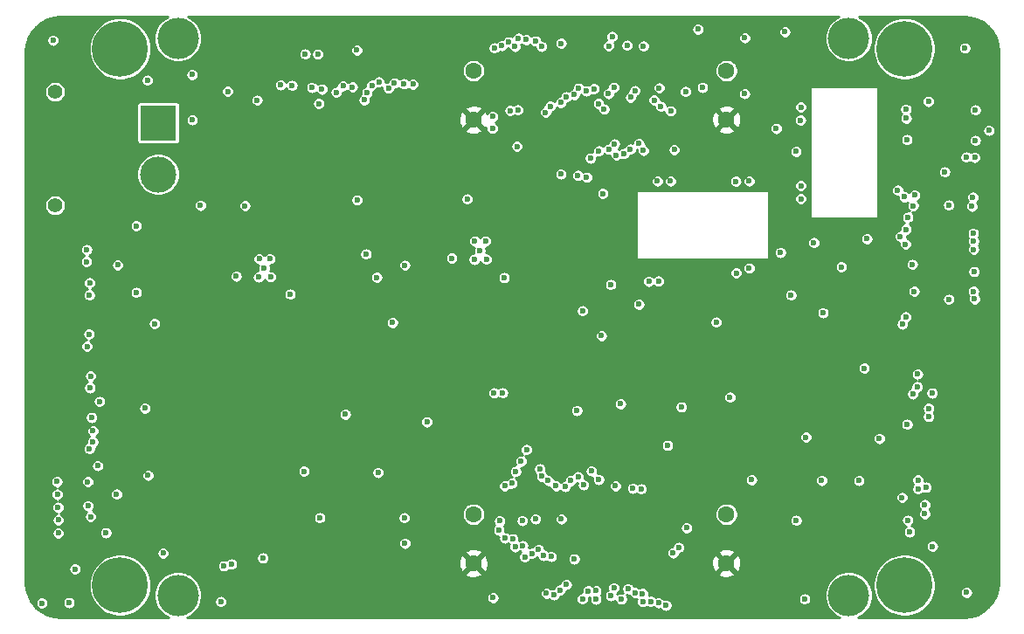
<source format=gbr>
%TF.GenerationSoftware,KiCad,Pcbnew,(5.1.8)-1*%
%TF.CreationDate,2021-06-12T11:00:53-04:00*%
%TF.ProjectId,pixc4-jetson-universal-carrier,70697863-342d-46a6-9574-736f6e2d756e,rev?*%
%TF.SameCoordinates,Original*%
%TF.FileFunction,Copper,L6,Inr*%
%TF.FilePolarity,Positive*%
%FSLAX46Y46*%
G04 Gerber Fmt 4.6, Leading zero omitted, Abs format (unit mm)*
G04 Created by KiCad (PCBNEW (5.1.8)-1) date 2021-06-12 11:00:53*
%MOMM*%
%LPD*%
G01*
G04 APERTURE LIST*
%TA.AperFunction,ComponentPad*%
%ADD10C,4.000000*%
%TD*%
%TA.AperFunction,ComponentPad*%
%ADD11C,1.600000*%
%TD*%
%TA.AperFunction,ComponentPad*%
%ADD12C,3.500000*%
%TD*%
%TA.AperFunction,ComponentPad*%
%ADD13R,3.500000X3.500000*%
%TD*%
%TA.AperFunction,ComponentPad*%
%ADD14C,1.400000*%
%TD*%
%TA.AperFunction,ComponentPad*%
%ADD15C,5.400000*%
%TD*%
%TA.AperFunction,ComponentPad*%
%ADD16C,0.800000*%
%TD*%
%TA.AperFunction,ViaPad*%
%ADD17C,0.600000*%
%TD*%
%TA.AperFunction,Conductor*%
%ADD18C,0.254000*%
%TD*%
%TA.AperFunction,Conductor*%
%ADD19C,0.100000*%
%TD*%
G04 APERTURE END LIST*
D10*
%TO.N,*%
%TO.C,U5*%
X132105400Y-134734300D03*
X67105400Y-134734300D03*
X132105400Y-80734300D03*
X67105400Y-80734300D03*
%TD*%
D11*
%TO.N,+5V*%
%TO.C,J5*%
X120250000Y-88625000D03*
X95750000Y-88625000D03*
%TO.N,GND*%
X120250000Y-83875000D03*
X95750000Y-83875000D03*
%TD*%
%TO.N,+5V*%
%TO.C,J6*%
X120250000Y-131625000D03*
X95750000Y-131625000D03*
%TO.N,GND*%
X120250000Y-126875000D03*
X95750000Y-126875000D03*
%TD*%
D12*
%TO.N,Net-(D1-Pad1)*%
%TO.C,J27*%
X65194180Y-93920320D03*
D13*
%TO.N,GND*%
X65194180Y-88920320D03*
D14*
%TO.N,*%
X55194180Y-96920320D03*
X55194180Y-85920320D03*
%TD*%
D15*
%TO.N,GND*%
%TO.C,J4*%
X137500000Y-133750000D03*
D16*
X139525000Y-133750000D03*
X138931891Y-135181891D03*
X137500000Y-135775000D03*
X136068109Y-135181891D03*
X135475000Y-133750000D03*
X136068109Y-132318109D03*
X137500000Y-131725000D03*
X138931891Y-132318109D03*
%TD*%
D15*
%TO.N,GND*%
%TO.C,J3*%
X137500000Y-81750000D03*
D16*
X139525000Y-81750000D03*
X138931891Y-83181891D03*
X137500000Y-83775000D03*
X136068109Y-83181891D03*
X135475000Y-81750000D03*
X136068109Y-80318109D03*
X137500000Y-79725000D03*
X138931891Y-80318109D03*
%TD*%
D15*
%TO.N,GND*%
%TO.C,J2*%
X61500000Y-133750000D03*
D16*
X63525000Y-133750000D03*
X62931891Y-135181891D03*
X61500000Y-135775000D03*
X60068109Y-135181891D03*
X59475000Y-133750000D03*
X60068109Y-132318109D03*
X61500000Y-131725000D03*
X62931891Y-132318109D03*
%TD*%
D15*
%TO.N,GND*%
%TO.C,J1*%
X61500000Y-81750000D03*
D16*
X63525000Y-81750000D03*
X62931891Y-83181891D03*
X61500000Y-83775000D03*
X60068109Y-83181891D03*
X59475000Y-81750000D03*
X60068109Y-80318109D03*
X61500000Y-79725000D03*
X62931891Y-80318109D03*
%TD*%
D17*
%TO.N,GND*%
X145694400Y-89662000D03*
X76085700Y-103860600D03*
X74917300Y-103886000D03*
X75463400Y-103035100D03*
X76009500Y-102108000D03*
X74968100Y-102108000D03*
X125082300Y-89471500D03*
X95872300Y-100393500D03*
X96913700Y-100393500D03*
X95821500Y-102171500D03*
X96367600Y-101320600D03*
X96989900Y-102146100D03*
X127000000Y-91706700D03*
X104228900Y-81216500D03*
X68478400Y-84251800D03*
X74777600Y-86728300D03*
X68491100Y-88646000D03*
X71932800Y-85877400D03*
X61269880Y-102707440D03*
X63068200Y-98907600D03*
X64833500Y-108394500D03*
X63911480Y-116591080D03*
X64211200Y-123101100D03*
X85331300Y-101638100D03*
X84467700Y-96405700D03*
X73596500Y-96964500D03*
X95135700Y-96304100D03*
X108140500Y-109562900D03*
X105752900Y-116827300D03*
X115887500Y-116471700D03*
X119265700Y-108242100D03*
X133604000Y-112712500D03*
X133096000Y-123609100D03*
X143357600Y-81673700D03*
X125920500Y-80098900D03*
X111175800Y-124358400D03*
X111988600Y-124409200D03*
X144322800Y-92281658D03*
X144132300Y-96139000D03*
X100470990Y-127500292D03*
X104250005Y-127336658D03*
X105501442Y-131211610D03*
X107858560Y-87055960D03*
X138506200Y-95930720D03*
X137105181Y-99939699D03*
X131394200Y-102895400D03*
X128727200Y-100545900D03*
X125488700Y-101498400D03*
X129616200Y-107340400D03*
X126504700Y-105625900D03*
X109994700Y-116166900D03*
X135077200Y-119532400D03*
X129489200Y-123596400D03*
X127838200Y-135089900D03*
X127012700Y-127469900D03*
X83324700Y-117182900D03*
X86499700Y-122834400D03*
X79324200Y-122707400D03*
X80848200Y-127215900D03*
X89039700Y-127215900D03*
X71259700Y-135343900D03*
X65671700Y-130644900D03*
X63068200Y-105371900D03*
X64147700Y-84797900D03*
X69291200Y-96926400D03*
X87896700Y-108292900D03*
X111772700Y-106514900D03*
X108280200Y-95783400D03*
X127965200Y-119405400D03*
X143522700Y-134454900D03*
X55003700Y-80924400D03*
X122694700Y-123532900D03*
X120599200Y-115531900D03*
X106311700Y-107149900D03*
X109042200Y-104609900D03*
X133870700Y-100164900D03*
X115201700Y-91528900D03*
%TO.N,+BATT*%
X104216200Y-93891100D03*
X108394500Y-87604600D03*
X86372700Y-103911400D03*
X75336400Y-131114800D03*
%TO.N,+VDD_SERVO*%
X138447085Y-105261985D03*
X116398040Y-128188720D03*
%TO.N,+5V*%
X75692000Y-85521800D03*
X85051900Y-130721100D03*
X75184000Y-124091700D03*
X76098400Y-124079000D03*
X77012800Y-124066300D03*
X76987400Y-123202700D03*
X75158600Y-123228100D03*
X76073000Y-123215400D03*
X68453000Y-104521000D03*
X53073300Y-132600700D03*
%TO.N,3V3_SYS*%
X80759300Y-87058500D03*
X117500399Y-79844901D03*
%TO.N,USB2-*%
X113739846Y-85542562D03*
X137827849Y-98077721D03*
%TO.N,USB2+*%
X113247673Y-86721805D03*
X137662326Y-99252751D03*
%TO.N,PORT_VBUS_2*%
X112217200Y-81483200D03*
X141798240Y-96894375D03*
%TO.N,USB3-*%
X111391700Y-85801200D03*
X137627360Y-107741720D03*
%TO.N,USB3+*%
X110964548Y-86451214D03*
X137302240Y-108452920D03*
%TO.N,PORT_VBUS_3*%
X110629700Y-81407000D03*
X141798240Y-106029690D03*
%TO.N,USB4-*%
X109346858Y-85491485D03*
X139856278Y-116600960D03*
%TO.N,USB4+*%
X139856278Y-117408670D03*
X108828756Y-86085854D03*
%TO.N,PORT_VBUS_4*%
X140182600Y-115125500D03*
X108846325Y-81465125D03*
%TO.N,USB5-*%
X107416600Y-85623400D03*
X139471400Y-125948160D03*
X106717290Y-94201401D03*
%TO.N,USB5+*%
X106667299Y-85832063D03*
X139471400Y-126832640D03*
X105869460Y-94030800D03*
%TO.N,PORT_VBUS_5*%
X139598400Y-124256800D03*
X109181900Y-80556100D03*
X122034300Y-80683100D03*
X122022166Y-86105898D03*
%TO.N,ETH_RADIO_TX_N*%
X102335801Y-81514220D03*
X122455940Y-103014780D03*
%TO.N,ETH_RADIO_TX_P*%
X101762681Y-81001322D03*
X121208800Y-103479600D03*
%TO.N,ETH_RADIO_RX_N*%
X100850700Y-80860900D03*
X112731920Y-104299120D03*
%TO.N,ETH_RADIO_RX_P*%
X100109878Y-80729344D03*
X113670484Y-104274216D03*
%TO.N,ETH_SPARE_RX_P*%
X99767855Y-81528576D03*
X127464830Y-87396310D03*
%TO.N,ETH_SPARE_RX_N*%
X99160706Y-81084172D03*
X127429765Y-88671400D03*
%TO.N,ETH_SPARE_TX_P*%
X98494149Y-81433207D03*
X127464810Y-95016330D03*
%TO.N,ETH_SPARE_TX_N*%
X97775407Y-81655767D03*
X127464813Y-96286327D03*
%TO.N,XAVIER_CONSOLE_TX_OUT*%
X97612200Y-88315800D03*
X58547000Y-104432100D03*
%TO.N,XAVIER_CONSOLE_RX_IN*%
X58508900Y-105625900D03*
X97574100Y-89458800D03*
%TO.N,FMU_I2C_1_SDA*%
X103746300Y-124129800D03*
X59324242Y-122174000D03*
%TO.N,FMU_I2C_1_SCL*%
X102990943Y-123611586D03*
X58518921Y-120522869D03*
%TO.N,GPS1_RX*%
X102359445Y-123202521D03*
X58860348Y-119852383D03*
%TO.N,GPS1_TX*%
X58877200Y-118795800D03*
X102171310Y-122474010D03*
%TO.N,+VDD_5V_PERIPH*%
X144246600Y-103352288D03*
X144180128Y-99641634D03*
X98272600Y-127520700D03*
X101750008Y-127336657D03*
X55511700Y-128701800D03*
X97637600Y-134967668D03*
X58740040Y-117495320D03*
X112127789Y-134558761D03*
X110073440Y-135097520D03*
X106299000Y-135082280D03*
X107604551Y-135117831D03*
X140221660Y-129980380D03*
X60126880Y-128671320D03*
X59496960Y-115935760D03*
%TO.N,BATT_VOLTAGE_SENS_PROT*%
X115627082Y-130095237D03*
X58269562Y-101210800D03*
%TO.N,BATT_CURRENT_SENS_PROT*%
X115087400Y-130619500D03*
X58242200Y-102382320D03*
%TO.N,FMU-CH1-PROT*%
X143484600Y-92240100D03*
X102526010Y-130871221D03*
%TO.N,IO-CH8-PROT*%
X144373600Y-90627200D03*
X102039609Y-130297168D03*
%TO.N,IO-CH7-PROT*%
X144373600Y-87668100D03*
X101388155Y-130673640D03*
%TO.N,IO-CH6-PROT*%
X138275161Y-102645571D03*
X100716370Y-131012503D03*
%TO.N,IO-CH5-PROT*%
X100519283Y-129909783D03*
X137617200Y-100700840D03*
%TO.N,IO-CH4-PROT*%
X138363195Y-96967805D03*
X99776570Y-130030207D03*
%TO.N,IO-CH3-PROT*%
X141401842Y-93675227D03*
X99544316Y-129257257D03*
%TO.N,IO-CH2-PROT*%
X98796130Y-129177622D03*
X137748135Y-90544864D03*
%TO.N,IO-CH1-PROT*%
X98209100Y-128422400D03*
X139823041Y-86846559D03*
%TO.N,ETH_RADIO_TX_POSTMAG_N*%
X117936501Y-85499521D03*
X122455936Y-94569284D03*
%TO.N,ETH_RADIO_TX_POSTMAG_P*%
X116285922Y-85888732D03*
X121158505Y-94596715D03*
%TO.N,ETH_RADIO_RX_POSTMAG_N*%
X114835940Y-94569280D03*
X114854010Y-87768988D03*
%TO.N,ETH_RADIO_RX_POSTMAG_P*%
X113565940Y-94569280D03*
X113896645Y-87334855D03*
%TO.N,ETH_SPARE_TX_POSTMAG_N*%
X137493245Y-96097855D03*
%TO.N,ETH_SPARE_TX_POSTMAG_P*%
X136857296Y-95461907D03*
%TO.N,ETH_SPARE_RX_POSTMAG_N*%
X137680700Y-88480900D03*
%TO.N,ETH_SPARE_RX_POSTMAG_P*%
X137655300Y-87617300D03*
%TO.N,Net-(C20-Pad1)*%
X98717100Y-103936800D03*
X93636840Y-102044400D03*
%TO.N,Net-(D4-Pad1)*%
X53924200Y-135483600D03*
%TO.N,Net-(C21-Pad1)*%
X77978000Y-105537000D03*
X72752960Y-103794460D03*
%TO.N,+5V_FMU*%
X109499400Y-124129800D03*
X89090500Y-102730300D03*
X91236800Y-117919500D03*
X57124600Y-132181600D03*
X97726500Y-115112800D03*
X114554000Y-120197546D03*
X98557080Y-115097560D03*
X89103200Y-129692400D03*
%TO.N,Net-(D5-Pad1)*%
X56553100Y-135445500D03*
%TO.N,IRID_ON_OFF_3.3*%
X77050900Y-85255100D03*
X112217200Y-91605100D03*
%TO.N,IRID_TX_IN_3.3*%
X78155800Y-85305900D03*
X111772710Y-90930419D03*
%TO.N,IRID_RING_3.3*%
X79425800Y-82245200D03*
X110944111Y-91478100D03*
%TO.N,IRID_NA_3.3*%
X80657700Y-82270600D03*
X110326413Y-91907702D03*
%TO.N,IRID_RX_OUT_3.3*%
X109590480Y-92064262D03*
X84442300Y-81876900D03*
%TO.N,CAM1_D2_N*%
X109409465Y-90959095D03*
X85420200Y-86004400D03*
%TO.N,CAM1_D2_P*%
X108877100Y-91490800D03*
X85151489Y-86707183D03*
%TO.N,CAM1_D3_N*%
X84010500Y-85445600D03*
X107899200Y-91643200D03*
%TO.N,CAM1_D3_P*%
X107087969Y-92349610D03*
X83096100Y-85344000D03*
%TO.N,CAM1_D0_N*%
X89877900Y-85178900D03*
X105933786Y-85573315D03*
%TO.N,CAM1_D0_P*%
X105498900Y-86194900D03*
X89001600Y-85140800D03*
%TO.N,CAM1_C_N*%
X104731809Y-86399379D03*
X86575900Y-84950300D03*
%TO.N,CAM1_C_P*%
X104216200Y-86956900D03*
X85902932Y-85286784D03*
%TO.N,CAM1_D1_N*%
X103190900Y-87314458D03*
X88074965Y-85065452D03*
%TO.N,CAM1_D1_P*%
X102730300Y-87909400D03*
X87515700Y-85568772D03*
%TO.N,CAM_GPIO*%
X99961700Y-91211400D03*
X82448400Y-85966300D03*
%TO.N,CAM_SCL0*%
X100038766Y-87667234D03*
X81051400Y-85661500D03*
%TO.N,CAM_SDA0*%
X99289523Y-87736219D03*
X80086200Y-85496400D03*
%TO.N,RC_INPUT*%
X107873800Y-123510040D03*
X58491120Y-109407960D03*
%TO.N,+VDD_5V_RADIO*%
X107177840Y-122682000D03*
X58301380Y-110599980D03*
%TO.N,BUZZER_OUT*%
X106407958Y-124035555D03*
X58643481Y-127110191D03*
%TO.N,SAFETY_VDD*%
X105882440Y-123240800D03*
X58390511Y-126052980D03*
%TO.N,~SAFETY_SWITCH_LED_OUT*%
X105151715Y-123620506D03*
X61165740Y-124929900D03*
%TO.N,SAFETY_SWITCH_IN*%
X104632470Y-124203724D03*
X58372688Y-123714160D03*
%TO.N,SPI5_CS2_EXTERNAL1*%
X100882020Y-120606906D03*
X138816080Y-123550680D03*
%TO.N,SPI5_CS1_EXTERNAL1*%
X100355398Y-121729500D03*
X138821160Y-124419360D03*
%TO.N,SPI5_MOSI_EXTERNAL1*%
X99834700Y-122720100D03*
X137271844Y-125252396D03*
%TO.N,SPI5_MISO_EXTERNAL1*%
X99468339Y-123867183D03*
X137825480Y-127452120D03*
%TO.N,SPI5_SCK_EXTERNAL1*%
X137998200Y-128587500D03*
X98765049Y-124134590D03*
%TO.N,TELEM1_TX*%
X55511700Y-127431800D03*
X114385281Y-135702275D03*
%TO.N,TELEM1_RX*%
X55486300Y-126212600D03*
X113671026Y-135465711D03*
%TO.N,TELEM1_CTS*%
X55422800Y-124955300D03*
X112932693Y-135320835D03*
%TO.N,TELEM1_RTS*%
X55384700Y-123710700D03*
X112148676Y-135357284D03*
%TO.N,CAN_L_1-*%
X144208500Y-101193600D03*
X111381030Y-134466700D03*
%TO.N,CAN_H_1+*%
X144208500Y-100393500D03*
X110724418Y-134099300D03*
%TO.N,CAN_L_2-*%
X58643520Y-113477040D03*
X72303104Y-131690375D03*
X109353649Y-134008460D03*
%TO.N,CAN_H_2+*%
X58577480Y-114614960D03*
X109047280Y-134777480D03*
X71552148Y-131880385D03*
%TO.N,FMU_I2C_2_SDA*%
X144297400Y-106006900D03*
X107610456Y-134289770D03*
%TO.N,FMU_I2C_2_SCL*%
X144200676Y-105260742D03*
X106858090Y-134298105D03*
%TO.N,FMU-CH6-PROT*%
X138775440Y-113284000D03*
X104734650Y-133684532D03*
%TO.N,FMU-CH5-PROT*%
X138744960Y-114518440D03*
X104140290Y-134213688D03*
%TO.N,FMU-CH4-PROT*%
X103548204Y-134683445D03*
X138315700Y-115214400D03*
%TO.N,FMU-CH3-PROT*%
X102808149Y-134547695D03*
X137754360Y-118150640D03*
%TO.N,FMU-CH2-PROT*%
X144043400Y-97015300D03*
X103270711Y-130978665D03*
%TD*%
D18*
%TO.N,+5V*%
X66001636Y-78669303D02*
X65619984Y-78924315D01*
X65295415Y-79248884D01*
X65040403Y-79630536D01*
X64864748Y-80054606D01*
X64775200Y-80504795D01*
X64775200Y-80963805D01*
X64864748Y-81413994D01*
X65040403Y-81838064D01*
X65295415Y-82219716D01*
X65619984Y-82544285D01*
X66001636Y-82799297D01*
X66425706Y-82974952D01*
X66875895Y-83064500D01*
X67334905Y-83064500D01*
X67785094Y-82974952D01*
X68209164Y-82799297D01*
X68590816Y-82544285D01*
X68915385Y-82219716D01*
X68939830Y-82183131D01*
X78795600Y-82183131D01*
X78795600Y-82307269D01*
X78819818Y-82429022D01*
X78867324Y-82543712D01*
X78936292Y-82646929D01*
X79024071Y-82734708D01*
X79127288Y-82803676D01*
X79241978Y-82851182D01*
X79363731Y-82875400D01*
X79487869Y-82875400D01*
X79609622Y-82851182D01*
X79724312Y-82803676D01*
X79827529Y-82734708D01*
X79915308Y-82646929D01*
X79984276Y-82543712D01*
X80031782Y-82429022D01*
X80039224Y-82391609D01*
X80051718Y-82454422D01*
X80099224Y-82569112D01*
X80168192Y-82672329D01*
X80255971Y-82760108D01*
X80359188Y-82829076D01*
X80473878Y-82876582D01*
X80595631Y-82900800D01*
X80719769Y-82900800D01*
X80841522Y-82876582D01*
X80956212Y-82829076D01*
X81059429Y-82760108D01*
X81147208Y-82672329D01*
X81216176Y-82569112D01*
X81263682Y-82454422D01*
X81287900Y-82332669D01*
X81287900Y-82208531D01*
X81263682Y-82086778D01*
X81216176Y-81972088D01*
X81147208Y-81868871D01*
X81093168Y-81814831D01*
X83812100Y-81814831D01*
X83812100Y-81938969D01*
X83836318Y-82060722D01*
X83883824Y-82175412D01*
X83952792Y-82278629D01*
X84040571Y-82366408D01*
X84143788Y-82435376D01*
X84258478Y-82482882D01*
X84380231Y-82507100D01*
X84504369Y-82507100D01*
X84626122Y-82482882D01*
X84740812Y-82435376D01*
X84844029Y-82366408D01*
X84931808Y-82278629D01*
X85000776Y-82175412D01*
X85048282Y-82060722D01*
X85072500Y-81938969D01*
X85072500Y-81814831D01*
X85048282Y-81693078D01*
X85007118Y-81593698D01*
X97145207Y-81593698D01*
X97145207Y-81717836D01*
X97169425Y-81839589D01*
X97216931Y-81954279D01*
X97285899Y-82057496D01*
X97373678Y-82145275D01*
X97476895Y-82214243D01*
X97591585Y-82261749D01*
X97713338Y-82285967D01*
X97837476Y-82285967D01*
X97959229Y-82261749D01*
X98073919Y-82214243D01*
X98177136Y-82145275D01*
X98264915Y-82057496D01*
X98284340Y-82028425D01*
X98310327Y-82039189D01*
X98432080Y-82063407D01*
X98556218Y-82063407D01*
X98677971Y-82039189D01*
X98792661Y-81991683D01*
X98895878Y-81922715D01*
X98983657Y-81834936D01*
X99052625Y-81731719D01*
X99062766Y-81707237D01*
X99098637Y-81714372D01*
X99162691Y-81714372D01*
X99209379Y-81827088D01*
X99278347Y-81930305D01*
X99366126Y-82018084D01*
X99469343Y-82087052D01*
X99584033Y-82134558D01*
X99705786Y-82158776D01*
X99829924Y-82158776D01*
X99951677Y-82134558D01*
X100066367Y-82087052D01*
X100169584Y-82018084D01*
X100257363Y-81930305D01*
X100326331Y-81827088D01*
X100373837Y-81712398D01*
X100398055Y-81590645D01*
X100398055Y-81466507D01*
X100373837Y-81344754D01*
X100358768Y-81308374D01*
X100392829Y-81294266D01*
X100448971Y-81350408D01*
X100552188Y-81419376D01*
X100666878Y-81466882D01*
X100788631Y-81491100D01*
X100912769Y-81491100D01*
X101034522Y-81466882D01*
X101149212Y-81419376D01*
X101242452Y-81357074D01*
X101273173Y-81403051D01*
X101360952Y-81490830D01*
X101464169Y-81559798D01*
X101578859Y-81607304D01*
X101700612Y-81631522D01*
X101716587Y-81631522D01*
X101729819Y-81698042D01*
X101777325Y-81812732D01*
X101846293Y-81915949D01*
X101934072Y-82003728D01*
X102037289Y-82072696D01*
X102151979Y-82120202D01*
X102273732Y-82144420D01*
X102397870Y-82144420D01*
X102519623Y-82120202D01*
X102634313Y-82072696D01*
X102737530Y-82003728D01*
X102825309Y-81915949D01*
X102894277Y-81812732D01*
X102941783Y-81698042D01*
X102966001Y-81576289D01*
X102966001Y-81452151D01*
X102941783Y-81330398D01*
X102894277Y-81215708D01*
X102853333Y-81154431D01*
X103598700Y-81154431D01*
X103598700Y-81278569D01*
X103622918Y-81400322D01*
X103670424Y-81515012D01*
X103739392Y-81618229D01*
X103827171Y-81706008D01*
X103930388Y-81774976D01*
X104045078Y-81822482D01*
X104166831Y-81846700D01*
X104290969Y-81846700D01*
X104412722Y-81822482D01*
X104527412Y-81774976D01*
X104630629Y-81706008D01*
X104718408Y-81618229D01*
X104787376Y-81515012D01*
X104833749Y-81403056D01*
X108216125Y-81403056D01*
X108216125Y-81527194D01*
X108240343Y-81648947D01*
X108287849Y-81763637D01*
X108356817Y-81866854D01*
X108444596Y-81954633D01*
X108547813Y-82023601D01*
X108662503Y-82071107D01*
X108784256Y-82095325D01*
X108908394Y-82095325D01*
X109030147Y-82071107D01*
X109144837Y-82023601D01*
X109248054Y-81954633D01*
X109335833Y-81866854D01*
X109404801Y-81763637D01*
X109452307Y-81648947D01*
X109476525Y-81527194D01*
X109476525Y-81403056D01*
X109464964Y-81344931D01*
X109999500Y-81344931D01*
X109999500Y-81469069D01*
X110023718Y-81590822D01*
X110071224Y-81705512D01*
X110140192Y-81808729D01*
X110227971Y-81896508D01*
X110331188Y-81965476D01*
X110445878Y-82012982D01*
X110567631Y-82037200D01*
X110691769Y-82037200D01*
X110813522Y-82012982D01*
X110928212Y-81965476D01*
X111031429Y-81896508D01*
X111119208Y-81808729D01*
X111188176Y-81705512D01*
X111235682Y-81590822D01*
X111259900Y-81469069D01*
X111259900Y-81421131D01*
X111587000Y-81421131D01*
X111587000Y-81545269D01*
X111611218Y-81667022D01*
X111658724Y-81781712D01*
X111727692Y-81884929D01*
X111815471Y-81972708D01*
X111918688Y-82041676D01*
X112033378Y-82089182D01*
X112155131Y-82113400D01*
X112279269Y-82113400D01*
X112401022Y-82089182D01*
X112515712Y-82041676D01*
X112618929Y-81972708D01*
X112706708Y-81884929D01*
X112775676Y-81781712D01*
X112823182Y-81667022D01*
X112847400Y-81545269D01*
X112847400Y-81421131D01*
X112823182Y-81299378D01*
X112775676Y-81184688D01*
X112706708Y-81081471D01*
X112618929Y-80993692D01*
X112515712Y-80924724D01*
X112401022Y-80877218D01*
X112279269Y-80853000D01*
X112155131Y-80853000D01*
X112033378Y-80877218D01*
X111918688Y-80924724D01*
X111815471Y-80993692D01*
X111727692Y-81081471D01*
X111658724Y-81184688D01*
X111611218Y-81299378D01*
X111587000Y-81421131D01*
X111259900Y-81421131D01*
X111259900Y-81344931D01*
X111235682Y-81223178D01*
X111188176Y-81108488D01*
X111119208Y-81005271D01*
X111031429Y-80917492D01*
X110928212Y-80848524D01*
X110813522Y-80801018D01*
X110691769Y-80776800D01*
X110567631Y-80776800D01*
X110445878Y-80801018D01*
X110331188Y-80848524D01*
X110227971Y-80917492D01*
X110140192Y-81005271D01*
X110071224Y-81108488D01*
X110023718Y-81223178D01*
X109999500Y-81344931D01*
X109464964Y-81344931D01*
X109452307Y-81281303D01*
X109404801Y-81166613D01*
X109393958Y-81150386D01*
X109480412Y-81114576D01*
X109583629Y-81045608D01*
X109671408Y-80957829D01*
X109740376Y-80854612D01*
X109787882Y-80739922D01*
X109811530Y-80621031D01*
X121404100Y-80621031D01*
X121404100Y-80745169D01*
X121428318Y-80866922D01*
X121475824Y-80981612D01*
X121544792Y-81084829D01*
X121632571Y-81172608D01*
X121735788Y-81241576D01*
X121850478Y-81289082D01*
X121972231Y-81313300D01*
X122096369Y-81313300D01*
X122218122Y-81289082D01*
X122332812Y-81241576D01*
X122436029Y-81172608D01*
X122523808Y-81084829D01*
X122592776Y-80981612D01*
X122640282Y-80866922D01*
X122664500Y-80745169D01*
X122664500Y-80621031D01*
X122640282Y-80499278D01*
X122592776Y-80384588D01*
X122523808Y-80281371D01*
X122436029Y-80193592D01*
X122332812Y-80124624D01*
X122218122Y-80077118D01*
X122096369Y-80052900D01*
X121972231Y-80052900D01*
X121850478Y-80077118D01*
X121735788Y-80124624D01*
X121632571Y-80193592D01*
X121544792Y-80281371D01*
X121475824Y-80384588D01*
X121428318Y-80499278D01*
X121404100Y-80621031D01*
X109811530Y-80621031D01*
X109812100Y-80618169D01*
X109812100Y-80494031D01*
X109787882Y-80372278D01*
X109740376Y-80257588D01*
X109671408Y-80154371D01*
X109583629Y-80066592D01*
X109480412Y-79997624D01*
X109365722Y-79950118D01*
X109243969Y-79925900D01*
X109119831Y-79925900D01*
X108998078Y-79950118D01*
X108883388Y-79997624D01*
X108780171Y-80066592D01*
X108692392Y-80154371D01*
X108623424Y-80257588D01*
X108575918Y-80372278D01*
X108551700Y-80494031D01*
X108551700Y-80618169D01*
X108575918Y-80739922D01*
X108623424Y-80854612D01*
X108634267Y-80870839D01*
X108547813Y-80906649D01*
X108444596Y-80975617D01*
X108356817Y-81063396D01*
X108287849Y-81166613D01*
X108240343Y-81281303D01*
X108216125Y-81403056D01*
X104833749Y-81403056D01*
X104834882Y-81400322D01*
X104859100Y-81278569D01*
X104859100Y-81154431D01*
X104834882Y-81032678D01*
X104787376Y-80917988D01*
X104718408Y-80814771D01*
X104630629Y-80726992D01*
X104527412Y-80658024D01*
X104412722Y-80610518D01*
X104290969Y-80586300D01*
X104166831Y-80586300D01*
X104045078Y-80610518D01*
X103930388Y-80658024D01*
X103827171Y-80726992D01*
X103739392Y-80814771D01*
X103670424Y-80917988D01*
X103622918Y-81032678D01*
X103598700Y-81154431D01*
X102853333Y-81154431D01*
X102825309Y-81112491D01*
X102737530Y-81024712D01*
X102634313Y-80955744D01*
X102519623Y-80908238D01*
X102397870Y-80884020D01*
X102381895Y-80884020D01*
X102368663Y-80817500D01*
X102321157Y-80702810D01*
X102252189Y-80599593D01*
X102164410Y-80511814D01*
X102061193Y-80442846D01*
X101946503Y-80395340D01*
X101824750Y-80371122D01*
X101700612Y-80371122D01*
X101578859Y-80395340D01*
X101464169Y-80442846D01*
X101370929Y-80505148D01*
X101340208Y-80459171D01*
X101252429Y-80371392D01*
X101149212Y-80302424D01*
X101034522Y-80254918D01*
X100912769Y-80230700D01*
X100788631Y-80230700D01*
X100666878Y-80254918D01*
X100567749Y-80295978D01*
X100511607Y-80239836D01*
X100408390Y-80170868D01*
X100293700Y-80123362D01*
X100171947Y-80099144D01*
X100047809Y-80099144D01*
X99926056Y-80123362D01*
X99811366Y-80170868D01*
X99708149Y-80239836D01*
X99620370Y-80327615D01*
X99551402Y-80430832D01*
X99503896Y-80545522D01*
X99502135Y-80554373D01*
X99459218Y-80525696D01*
X99344528Y-80478190D01*
X99222775Y-80453972D01*
X99098637Y-80453972D01*
X98976884Y-80478190D01*
X98862194Y-80525696D01*
X98758977Y-80594664D01*
X98671198Y-80682443D01*
X98602230Y-80785660D01*
X98592089Y-80810142D01*
X98556218Y-80803007D01*
X98432080Y-80803007D01*
X98310327Y-80827225D01*
X98195637Y-80874731D01*
X98092420Y-80943699D01*
X98004641Y-81031478D01*
X97985216Y-81060549D01*
X97959229Y-81049785D01*
X97837476Y-81025567D01*
X97713338Y-81025567D01*
X97591585Y-81049785D01*
X97476895Y-81097291D01*
X97373678Y-81166259D01*
X97285899Y-81254038D01*
X97216931Y-81357255D01*
X97169425Y-81471945D01*
X97145207Y-81593698D01*
X85007118Y-81593698D01*
X85000776Y-81578388D01*
X84931808Y-81475171D01*
X84844029Y-81387392D01*
X84740812Y-81318424D01*
X84626122Y-81270918D01*
X84504369Y-81246700D01*
X84380231Y-81246700D01*
X84258478Y-81270918D01*
X84143788Y-81318424D01*
X84040571Y-81387392D01*
X83952792Y-81475171D01*
X83883824Y-81578388D01*
X83836318Y-81693078D01*
X83812100Y-81814831D01*
X81093168Y-81814831D01*
X81059429Y-81781092D01*
X80956212Y-81712124D01*
X80841522Y-81664618D01*
X80719769Y-81640400D01*
X80595631Y-81640400D01*
X80473878Y-81664618D01*
X80359188Y-81712124D01*
X80255971Y-81781092D01*
X80168192Y-81868871D01*
X80099224Y-81972088D01*
X80051718Y-82086778D01*
X80044276Y-82124191D01*
X80031782Y-82061378D01*
X79984276Y-81946688D01*
X79915308Y-81843471D01*
X79827529Y-81755692D01*
X79724312Y-81686724D01*
X79609622Y-81639218D01*
X79487869Y-81615000D01*
X79363731Y-81615000D01*
X79241978Y-81639218D01*
X79127288Y-81686724D01*
X79024071Y-81755692D01*
X78936292Y-81843471D01*
X78867324Y-81946688D01*
X78819818Y-82061378D01*
X78795600Y-82183131D01*
X68939830Y-82183131D01*
X69170397Y-81838064D01*
X69346052Y-81413994D01*
X69435600Y-80963805D01*
X69435600Y-80504795D01*
X69346052Y-80054606D01*
X69233480Y-79782832D01*
X116870199Y-79782832D01*
X116870199Y-79906970D01*
X116894417Y-80028723D01*
X116941923Y-80143413D01*
X117010891Y-80246630D01*
X117098670Y-80334409D01*
X117201887Y-80403377D01*
X117316577Y-80450883D01*
X117438330Y-80475101D01*
X117562468Y-80475101D01*
X117684221Y-80450883D01*
X117798911Y-80403377D01*
X117902128Y-80334409D01*
X117989907Y-80246630D01*
X118058875Y-80143413D01*
X118103022Y-80036831D01*
X125290300Y-80036831D01*
X125290300Y-80160969D01*
X125314518Y-80282722D01*
X125362024Y-80397412D01*
X125430992Y-80500629D01*
X125518771Y-80588408D01*
X125621988Y-80657376D01*
X125736678Y-80704882D01*
X125858431Y-80729100D01*
X125982569Y-80729100D01*
X126104322Y-80704882D01*
X126219012Y-80657376D01*
X126322229Y-80588408D01*
X126410008Y-80500629D01*
X126478976Y-80397412D01*
X126526482Y-80282722D01*
X126550700Y-80160969D01*
X126550700Y-80036831D01*
X126526482Y-79915078D01*
X126478976Y-79800388D01*
X126410008Y-79697171D01*
X126322229Y-79609392D01*
X126219012Y-79540424D01*
X126104322Y-79492918D01*
X125982569Y-79468700D01*
X125858431Y-79468700D01*
X125736678Y-79492918D01*
X125621988Y-79540424D01*
X125518771Y-79609392D01*
X125430992Y-79697171D01*
X125362024Y-79800388D01*
X125314518Y-79915078D01*
X125290300Y-80036831D01*
X118103022Y-80036831D01*
X118106381Y-80028723D01*
X118130599Y-79906970D01*
X118130599Y-79782832D01*
X118106381Y-79661079D01*
X118058875Y-79546389D01*
X117989907Y-79443172D01*
X117902128Y-79355393D01*
X117798911Y-79286425D01*
X117684221Y-79238919D01*
X117562468Y-79214701D01*
X117438330Y-79214701D01*
X117316577Y-79238919D01*
X117201887Y-79286425D01*
X117098670Y-79355393D01*
X117010891Y-79443172D01*
X116941923Y-79546389D01*
X116894417Y-79661079D01*
X116870199Y-79782832D01*
X69233480Y-79782832D01*
X69170397Y-79630536D01*
X68915385Y-79248884D01*
X68590816Y-78924315D01*
X68209164Y-78669303D01*
X68054405Y-78605200D01*
X131156395Y-78605200D01*
X131001636Y-78669303D01*
X130619984Y-78924315D01*
X130295415Y-79248884D01*
X130040403Y-79630536D01*
X129864748Y-80054606D01*
X129775200Y-80504795D01*
X129775200Y-80963805D01*
X129864748Y-81413994D01*
X130040403Y-81838064D01*
X130295415Y-82219716D01*
X130619984Y-82544285D01*
X131001636Y-82799297D01*
X131425706Y-82974952D01*
X131875895Y-83064500D01*
X132334905Y-83064500D01*
X132785094Y-82974952D01*
X133209164Y-82799297D01*
X133590816Y-82544285D01*
X133915385Y-82219716D01*
X134170397Y-81838064D01*
X134330495Y-81451551D01*
X134469800Y-81451551D01*
X134469800Y-82048449D01*
X134586249Y-82633877D01*
X134814671Y-83185338D01*
X135146290Y-83681640D01*
X135568360Y-84103710D01*
X136064662Y-84435329D01*
X136616123Y-84663751D01*
X137201551Y-84780200D01*
X137798449Y-84780200D01*
X138383877Y-84663751D01*
X138935338Y-84435329D01*
X139431640Y-84103710D01*
X139853710Y-83681640D01*
X140185329Y-83185338D01*
X140413751Y-82633877D01*
X140530200Y-82048449D01*
X140530200Y-81611631D01*
X142727400Y-81611631D01*
X142727400Y-81735769D01*
X142751618Y-81857522D01*
X142799124Y-81972212D01*
X142868092Y-82075429D01*
X142955871Y-82163208D01*
X143059088Y-82232176D01*
X143173778Y-82279682D01*
X143295531Y-82303900D01*
X143419669Y-82303900D01*
X143541422Y-82279682D01*
X143656112Y-82232176D01*
X143759329Y-82163208D01*
X143847108Y-82075429D01*
X143916076Y-81972212D01*
X143963582Y-81857522D01*
X143987800Y-81735769D01*
X143987800Y-81611631D01*
X143963582Y-81489878D01*
X143916076Y-81375188D01*
X143847108Y-81271971D01*
X143759329Y-81184192D01*
X143656112Y-81115224D01*
X143541422Y-81067718D01*
X143419669Y-81043500D01*
X143295531Y-81043500D01*
X143173778Y-81067718D01*
X143059088Y-81115224D01*
X142955871Y-81184192D01*
X142868092Y-81271971D01*
X142799124Y-81375188D01*
X142751618Y-81489878D01*
X142727400Y-81611631D01*
X140530200Y-81611631D01*
X140530200Y-81451551D01*
X140413751Y-80866123D01*
X140185329Y-80314662D01*
X139853710Y-79818360D01*
X139431640Y-79396290D01*
X138935338Y-79064671D01*
X138383877Y-78836249D01*
X137798449Y-78719800D01*
X137201551Y-78719800D01*
X136616123Y-78836249D01*
X136064662Y-79064671D01*
X135568360Y-79396290D01*
X135146290Y-79818360D01*
X134814671Y-80314662D01*
X134586249Y-80866123D01*
X134469800Y-81451551D01*
X134330495Y-81451551D01*
X134346052Y-81413994D01*
X134435600Y-80963805D01*
X134435600Y-80504795D01*
X134346052Y-80054606D01*
X134170397Y-79630536D01*
X133915385Y-79248884D01*
X133590816Y-78924315D01*
X133209164Y-78669303D01*
X133054405Y-78605200D01*
X143232626Y-78605200D01*
X143909057Y-78671524D01*
X144543010Y-78862926D01*
X145127712Y-79173819D01*
X145640892Y-79592359D01*
X146063004Y-80102604D01*
X146377971Y-80685123D01*
X146573794Y-81317724D01*
X146644774Y-81993047D01*
X146644801Y-82000946D01*
X146644800Y-133482626D01*
X146578476Y-134159057D01*
X146387074Y-134793010D01*
X146076183Y-135377710D01*
X145657641Y-135890892D01*
X145147396Y-136313004D01*
X144564879Y-136627970D01*
X143932276Y-136823794D01*
X143256952Y-136894774D01*
X143249340Y-136894800D01*
X132978599Y-136894800D01*
X133209164Y-136799297D01*
X133590816Y-136544285D01*
X133915385Y-136219716D01*
X134170397Y-135838064D01*
X134346052Y-135413994D01*
X134435600Y-134963805D01*
X134435600Y-134504795D01*
X134346052Y-134054606D01*
X134170397Y-133630536D01*
X134050803Y-133451551D01*
X134469800Y-133451551D01*
X134469800Y-134048449D01*
X134586249Y-134633877D01*
X134814671Y-135185338D01*
X135146290Y-135681640D01*
X135568360Y-136103710D01*
X136064662Y-136435329D01*
X136616123Y-136663751D01*
X137201551Y-136780200D01*
X137798449Y-136780200D01*
X138383877Y-136663751D01*
X138935338Y-136435329D01*
X139431640Y-136103710D01*
X139853710Y-135681640D01*
X140185329Y-135185338D01*
X140413751Y-134633877D01*
X140461698Y-134392831D01*
X142892500Y-134392831D01*
X142892500Y-134516969D01*
X142916718Y-134638722D01*
X142964224Y-134753412D01*
X143033192Y-134856629D01*
X143120971Y-134944408D01*
X143224188Y-135013376D01*
X143338878Y-135060882D01*
X143460631Y-135085100D01*
X143584769Y-135085100D01*
X143706522Y-135060882D01*
X143821212Y-135013376D01*
X143924429Y-134944408D01*
X144012208Y-134856629D01*
X144081176Y-134753412D01*
X144128682Y-134638722D01*
X144152900Y-134516969D01*
X144152900Y-134392831D01*
X144128682Y-134271078D01*
X144081176Y-134156388D01*
X144012208Y-134053171D01*
X143924429Y-133965392D01*
X143821212Y-133896424D01*
X143706522Y-133848918D01*
X143584769Y-133824700D01*
X143460631Y-133824700D01*
X143338878Y-133848918D01*
X143224188Y-133896424D01*
X143120971Y-133965392D01*
X143033192Y-134053171D01*
X142964224Y-134156388D01*
X142916718Y-134271078D01*
X142892500Y-134392831D01*
X140461698Y-134392831D01*
X140530200Y-134048449D01*
X140530200Y-133451551D01*
X140413751Y-132866123D01*
X140185329Y-132314662D01*
X139853710Y-131818360D01*
X139431640Y-131396290D01*
X138935338Y-131064671D01*
X138383877Y-130836249D01*
X137798449Y-130719800D01*
X137201551Y-130719800D01*
X136616123Y-130836249D01*
X136064662Y-131064671D01*
X135568360Y-131396290D01*
X135146290Y-131818360D01*
X134814671Y-132314662D01*
X134586249Y-132866123D01*
X134469800Y-133451551D01*
X134050803Y-133451551D01*
X133915385Y-133248884D01*
X133590816Y-132924315D01*
X133209164Y-132669303D01*
X132785094Y-132493648D01*
X132334905Y-132404100D01*
X131875895Y-132404100D01*
X131425706Y-132493648D01*
X131001636Y-132669303D01*
X130619984Y-132924315D01*
X130295415Y-133248884D01*
X130040403Y-133630536D01*
X129864748Y-134054606D01*
X129775200Y-134504795D01*
X129775200Y-134963805D01*
X129864748Y-135413994D01*
X130040403Y-135838064D01*
X130295415Y-136219716D01*
X130619984Y-136544285D01*
X131001636Y-136799297D01*
X131232201Y-136894800D01*
X67978599Y-136894800D01*
X68209164Y-136799297D01*
X68590816Y-136544285D01*
X68915385Y-136219716D01*
X69170397Y-135838064D01*
X69346052Y-135413994D01*
X69372340Y-135281831D01*
X70629500Y-135281831D01*
X70629500Y-135405969D01*
X70653718Y-135527722D01*
X70701224Y-135642412D01*
X70770192Y-135745629D01*
X70857971Y-135833408D01*
X70961188Y-135902376D01*
X71075878Y-135949882D01*
X71197631Y-135974100D01*
X71321769Y-135974100D01*
X71443522Y-135949882D01*
X71558212Y-135902376D01*
X71661429Y-135833408D01*
X71749208Y-135745629D01*
X71818176Y-135642412D01*
X71865682Y-135527722D01*
X71889900Y-135405969D01*
X71889900Y-135281831D01*
X71865682Y-135160078D01*
X71818176Y-135045388D01*
X71749208Y-134942171D01*
X71712636Y-134905599D01*
X97007400Y-134905599D01*
X97007400Y-135029737D01*
X97031618Y-135151490D01*
X97079124Y-135266180D01*
X97148092Y-135369397D01*
X97235871Y-135457176D01*
X97339088Y-135526144D01*
X97453778Y-135573650D01*
X97575531Y-135597868D01*
X97699669Y-135597868D01*
X97821422Y-135573650D01*
X97936112Y-135526144D01*
X98039329Y-135457176D01*
X98127108Y-135369397D01*
X98196076Y-135266180D01*
X98243582Y-135151490D01*
X98267800Y-135029737D01*
X98267800Y-134905599D01*
X98243582Y-134783846D01*
X98196076Y-134669156D01*
X98127108Y-134565939D01*
X98046795Y-134485626D01*
X102177949Y-134485626D01*
X102177949Y-134609764D01*
X102202167Y-134731517D01*
X102249673Y-134846207D01*
X102318641Y-134949424D01*
X102406420Y-135037203D01*
X102509637Y-135106171D01*
X102624327Y-135153677D01*
X102746080Y-135177895D01*
X102870218Y-135177895D01*
X102991971Y-135153677D01*
X103087592Y-135114070D01*
X103146475Y-135172953D01*
X103249692Y-135241921D01*
X103364382Y-135289427D01*
X103486135Y-135313645D01*
X103610273Y-135313645D01*
X103732026Y-135289427D01*
X103846716Y-135241921D01*
X103949933Y-135172953D01*
X104037712Y-135085174D01*
X104081119Y-135020211D01*
X105668800Y-135020211D01*
X105668800Y-135144349D01*
X105693018Y-135266102D01*
X105740524Y-135380792D01*
X105809492Y-135484009D01*
X105897271Y-135571788D01*
X106000488Y-135640756D01*
X106115178Y-135688262D01*
X106236931Y-135712480D01*
X106361069Y-135712480D01*
X106482822Y-135688262D01*
X106597512Y-135640756D01*
X106700729Y-135571788D01*
X106788508Y-135484009D01*
X106857476Y-135380792D01*
X106904982Y-135266102D01*
X106929200Y-135144349D01*
X106929200Y-135020211D01*
X106910919Y-134928305D01*
X106920159Y-134928305D01*
X107008184Y-134910796D01*
X106998569Y-134934009D01*
X106974351Y-135055762D01*
X106974351Y-135179900D01*
X106998569Y-135301653D01*
X107046075Y-135416343D01*
X107115043Y-135519560D01*
X107202822Y-135607339D01*
X107306039Y-135676307D01*
X107420729Y-135723813D01*
X107542482Y-135748031D01*
X107666620Y-135748031D01*
X107788373Y-135723813D01*
X107903063Y-135676307D01*
X108006280Y-135607339D01*
X108094059Y-135519560D01*
X108163027Y-135416343D01*
X108210533Y-135301653D01*
X108234751Y-135179900D01*
X108234751Y-135055762D01*
X108210533Y-134934009D01*
X108163027Y-134819319D01*
X108094059Y-134716102D01*
X108093368Y-134715411D01*
X108417080Y-134715411D01*
X108417080Y-134839549D01*
X108441298Y-134961302D01*
X108488804Y-135075992D01*
X108557772Y-135179209D01*
X108645551Y-135266988D01*
X108748768Y-135335956D01*
X108863458Y-135383462D01*
X108985211Y-135407680D01*
X109109349Y-135407680D01*
X109231102Y-135383462D01*
X109345792Y-135335956D01*
X109449009Y-135266988D01*
X109462016Y-135253981D01*
X109467458Y-135281342D01*
X109514964Y-135396032D01*
X109583932Y-135499249D01*
X109671711Y-135587028D01*
X109774928Y-135655996D01*
X109889618Y-135703502D01*
X110011371Y-135727720D01*
X110135509Y-135727720D01*
X110257262Y-135703502D01*
X110371952Y-135655996D01*
X110475169Y-135587028D01*
X110562948Y-135499249D01*
X110631916Y-135396032D01*
X110679422Y-135281342D01*
X110703640Y-135159589D01*
X110703640Y-135035451D01*
X110679422Y-134913698D01*
X110631916Y-134799008D01*
X110573688Y-134711864D01*
X110662349Y-134729500D01*
X110786487Y-134729500D01*
X110806142Y-134725590D01*
X110822554Y-134765212D01*
X110891522Y-134868429D01*
X110979301Y-134956208D01*
X111082518Y-135025176D01*
X111197208Y-135072682D01*
X111318961Y-135096900D01*
X111443099Y-135096900D01*
X111564852Y-135072682D01*
X111588495Y-135062889D01*
X111542694Y-135173462D01*
X111518476Y-135295215D01*
X111518476Y-135419353D01*
X111542694Y-135541106D01*
X111590200Y-135655796D01*
X111659168Y-135759013D01*
X111746947Y-135846792D01*
X111850164Y-135915760D01*
X111964854Y-135963266D01*
X112086607Y-135987484D01*
X112210745Y-135987484D01*
X112332498Y-135963266D01*
X112447188Y-135915760D01*
X112550405Y-135846792D01*
X112564467Y-135832730D01*
X112634181Y-135879311D01*
X112748871Y-135926817D01*
X112870624Y-135951035D01*
X112994762Y-135951035D01*
X113116515Y-135926817D01*
X113204465Y-135890387D01*
X113269297Y-135955219D01*
X113372514Y-136024187D01*
X113487204Y-136071693D01*
X113608957Y-136095911D01*
X113733095Y-136095911D01*
X113854848Y-136071693D01*
X113869992Y-136065420D01*
X113895773Y-136104004D01*
X113983552Y-136191783D01*
X114086769Y-136260751D01*
X114201459Y-136308257D01*
X114323212Y-136332475D01*
X114447350Y-136332475D01*
X114569103Y-136308257D01*
X114683793Y-136260751D01*
X114787010Y-136191783D01*
X114874789Y-136104004D01*
X114943757Y-136000787D01*
X114991263Y-135886097D01*
X115015481Y-135764344D01*
X115015481Y-135640206D01*
X114991263Y-135518453D01*
X114943757Y-135403763D01*
X114874789Y-135300546D01*
X114787010Y-135212767D01*
X114683793Y-135143799D01*
X114569103Y-135096293D01*
X114447350Y-135072075D01*
X114323212Y-135072075D01*
X114201459Y-135096293D01*
X114186315Y-135102566D01*
X114160534Y-135063982D01*
X114124383Y-135027831D01*
X127208000Y-135027831D01*
X127208000Y-135151969D01*
X127232218Y-135273722D01*
X127279724Y-135388412D01*
X127348692Y-135491629D01*
X127436471Y-135579408D01*
X127539688Y-135648376D01*
X127654378Y-135695882D01*
X127776131Y-135720100D01*
X127900269Y-135720100D01*
X128022022Y-135695882D01*
X128136712Y-135648376D01*
X128239929Y-135579408D01*
X128327708Y-135491629D01*
X128396676Y-135388412D01*
X128444182Y-135273722D01*
X128468400Y-135151969D01*
X128468400Y-135027831D01*
X128444182Y-134906078D01*
X128396676Y-134791388D01*
X128327708Y-134688171D01*
X128239929Y-134600392D01*
X128136712Y-134531424D01*
X128022022Y-134483918D01*
X127900269Y-134459700D01*
X127776131Y-134459700D01*
X127654378Y-134483918D01*
X127539688Y-134531424D01*
X127436471Y-134600392D01*
X127348692Y-134688171D01*
X127279724Y-134791388D01*
X127232218Y-134906078D01*
X127208000Y-135027831D01*
X114124383Y-135027831D01*
X114072755Y-134976203D01*
X113969538Y-134907235D01*
X113854848Y-134859729D01*
X113733095Y-134835511D01*
X113608957Y-134835511D01*
X113487204Y-134859729D01*
X113399254Y-134896159D01*
X113334422Y-134831327D01*
X113231205Y-134762359D01*
X113116515Y-134714853D01*
X112994762Y-134690635D01*
X112870624Y-134690635D01*
X112748871Y-134714853D01*
X112738426Y-134719179D01*
X112757989Y-134620830D01*
X112757989Y-134496692D01*
X112733771Y-134374939D01*
X112686265Y-134260249D01*
X112617297Y-134157032D01*
X112529518Y-134069253D01*
X112426301Y-134000285D01*
X112311611Y-133952779D01*
X112189858Y-133928561D01*
X112065720Y-133928561D01*
X111943967Y-133952779D01*
X111829277Y-134000285D01*
X111815235Y-134009668D01*
X111782759Y-133977192D01*
X111679542Y-133908224D01*
X111564852Y-133860718D01*
X111443099Y-133836500D01*
X111318961Y-133836500D01*
X111299306Y-133840410D01*
X111282894Y-133800788D01*
X111213926Y-133697571D01*
X111126147Y-133609792D01*
X111022930Y-133540824D01*
X110908240Y-133493318D01*
X110786487Y-133469100D01*
X110662349Y-133469100D01*
X110540596Y-133493318D01*
X110425906Y-133540824D01*
X110322689Y-133609792D01*
X110234910Y-133697571D01*
X110165942Y-133800788D01*
X110118436Y-133915478D01*
X110094218Y-134037231D01*
X110094218Y-134161369D01*
X110118436Y-134283122D01*
X110165942Y-134397812D01*
X110224170Y-134484956D01*
X110135509Y-134467320D01*
X110011371Y-134467320D01*
X109889618Y-134491538D01*
X109774928Y-134539044D01*
X109671711Y-134608012D01*
X109658704Y-134621019D01*
X109653262Y-134593658D01*
X109643653Y-134570460D01*
X109652161Y-134566936D01*
X109755378Y-134497968D01*
X109843157Y-134410189D01*
X109912125Y-134306972D01*
X109959631Y-134192282D01*
X109983849Y-134070529D01*
X109983849Y-133946391D01*
X109959631Y-133824638D01*
X109912125Y-133709948D01*
X109843157Y-133606731D01*
X109755378Y-133518952D01*
X109652161Y-133449984D01*
X109537471Y-133402478D01*
X109415718Y-133378260D01*
X109291580Y-133378260D01*
X109169827Y-133402478D01*
X109055137Y-133449984D01*
X108951920Y-133518952D01*
X108864141Y-133606731D01*
X108795173Y-133709948D01*
X108747667Y-133824638D01*
X108723449Y-133946391D01*
X108723449Y-134070529D01*
X108747667Y-134192282D01*
X108757276Y-134215480D01*
X108748768Y-134219004D01*
X108645551Y-134287972D01*
X108557772Y-134375751D01*
X108488804Y-134478968D01*
X108441298Y-134593658D01*
X108417080Y-134715411D01*
X108093368Y-134715411D01*
X108084710Y-134706753D01*
X108099964Y-134691499D01*
X108168932Y-134588282D01*
X108216438Y-134473592D01*
X108240656Y-134351839D01*
X108240656Y-134227701D01*
X108216438Y-134105948D01*
X108168932Y-133991258D01*
X108099964Y-133888041D01*
X108012185Y-133800262D01*
X107908968Y-133731294D01*
X107794278Y-133683788D01*
X107672525Y-133659570D01*
X107548387Y-133659570D01*
X107426634Y-133683788D01*
X107311944Y-133731294D01*
X107228036Y-133787360D01*
X107156602Y-133739629D01*
X107041912Y-133692123D01*
X106920159Y-133667905D01*
X106796021Y-133667905D01*
X106674268Y-133692123D01*
X106559578Y-133739629D01*
X106456361Y-133808597D01*
X106368582Y-133896376D01*
X106299614Y-133999593D01*
X106252108Y-134114283D01*
X106227890Y-134236036D01*
X106227890Y-134360174D01*
X106246171Y-134452080D01*
X106236931Y-134452080D01*
X106115178Y-134476298D01*
X106000488Y-134523804D01*
X105897271Y-134592772D01*
X105809492Y-134680551D01*
X105740524Y-134783768D01*
X105693018Y-134898458D01*
X105668800Y-135020211D01*
X104081119Y-135020211D01*
X104106680Y-134981957D01*
X104154186Y-134867267D01*
X104158836Y-134843888D01*
X104202359Y-134843888D01*
X104324112Y-134819670D01*
X104438802Y-134772164D01*
X104542019Y-134703196D01*
X104629798Y-134615417D01*
X104698766Y-134512200D01*
X104746272Y-134397510D01*
X104762737Y-134314732D01*
X104796719Y-134314732D01*
X104918472Y-134290514D01*
X105033162Y-134243008D01*
X105136379Y-134174040D01*
X105224158Y-134086261D01*
X105293126Y-133983044D01*
X105340632Y-133868354D01*
X105364850Y-133746601D01*
X105364850Y-133622463D01*
X105340632Y-133500710D01*
X105293126Y-133386020D01*
X105224158Y-133282803D01*
X105136379Y-133195024D01*
X105033162Y-133126056D01*
X104918472Y-133078550D01*
X104796719Y-133054332D01*
X104672581Y-133054332D01*
X104550828Y-133078550D01*
X104436138Y-133126056D01*
X104332921Y-133195024D01*
X104245142Y-133282803D01*
X104176174Y-133386020D01*
X104128668Y-133500710D01*
X104112203Y-133583488D01*
X104078221Y-133583488D01*
X103956468Y-133607706D01*
X103841778Y-133655212D01*
X103738561Y-133724180D01*
X103650782Y-133811959D01*
X103581814Y-133915176D01*
X103534308Y-134029866D01*
X103529658Y-134053245D01*
X103486135Y-134053245D01*
X103364382Y-134077463D01*
X103268761Y-134117070D01*
X103209878Y-134058187D01*
X103106661Y-133989219D01*
X102991971Y-133941713D01*
X102870218Y-133917495D01*
X102746080Y-133917495D01*
X102624327Y-133941713D01*
X102509637Y-133989219D01*
X102406420Y-134058187D01*
X102318641Y-134145966D01*
X102249673Y-134249183D01*
X102202167Y-134363873D01*
X102177949Y-134485626D01*
X98046795Y-134485626D01*
X98039329Y-134478160D01*
X97936112Y-134409192D01*
X97821422Y-134361686D01*
X97699669Y-134337468D01*
X97575531Y-134337468D01*
X97453778Y-134361686D01*
X97339088Y-134409192D01*
X97235871Y-134478160D01*
X97148092Y-134565939D01*
X97079124Y-134669156D01*
X97031618Y-134783846D01*
X97007400Y-134905599D01*
X71712636Y-134905599D01*
X71661429Y-134854392D01*
X71558212Y-134785424D01*
X71443522Y-134737918D01*
X71321769Y-134713700D01*
X71197631Y-134713700D01*
X71075878Y-134737918D01*
X70961188Y-134785424D01*
X70857971Y-134854392D01*
X70770192Y-134942171D01*
X70701224Y-135045388D01*
X70653718Y-135160078D01*
X70629500Y-135281831D01*
X69372340Y-135281831D01*
X69435600Y-134963805D01*
X69435600Y-134504795D01*
X69346052Y-134054606D01*
X69170397Y-133630536D01*
X68915385Y-133248884D01*
X68590816Y-132924315D01*
X68209164Y-132669303D01*
X68084588Y-132617702D01*
X94936903Y-132617702D01*
X95008486Y-132861671D01*
X95263996Y-132982571D01*
X95538184Y-133051300D01*
X95820512Y-133065217D01*
X96100130Y-133023787D01*
X96366292Y-132928603D01*
X96491514Y-132861671D01*
X96563097Y-132617702D01*
X119436903Y-132617702D01*
X119508486Y-132861671D01*
X119763996Y-132982571D01*
X120038184Y-133051300D01*
X120320512Y-133065217D01*
X120600130Y-133023787D01*
X120866292Y-132928603D01*
X120991514Y-132861671D01*
X121063097Y-132617702D01*
X120250000Y-131804605D01*
X119436903Y-132617702D01*
X96563097Y-132617702D01*
X95750000Y-131804605D01*
X94936903Y-132617702D01*
X68084588Y-132617702D01*
X67785094Y-132493648D01*
X67334905Y-132404100D01*
X66875895Y-132404100D01*
X66425706Y-132493648D01*
X66001636Y-132669303D01*
X65619984Y-132924315D01*
X65295415Y-133248884D01*
X65040403Y-133630536D01*
X64864748Y-134054606D01*
X64775200Y-134504795D01*
X64775200Y-134963805D01*
X64864748Y-135413994D01*
X65040403Y-135838064D01*
X65295415Y-136219716D01*
X65619984Y-136544285D01*
X66001636Y-136799297D01*
X66232201Y-136894800D01*
X55767374Y-136894800D01*
X55090943Y-136828476D01*
X54456990Y-136637074D01*
X53872290Y-136326183D01*
X53359108Y-135907641D01*
X52956963Y-135421531D01*
X53294000Y-135421531D01*
X53294000Y-135545669D01*
X53318218Y-135667422D01*
X53365724Y-135782112D01*
X53434692Y-135885329D01*
X53522471Y-135973108D01*
X53625688Y-136042076D01*
X53740378Y-136089582D01*
X53862131Y-136113800D01*
X53986269Y-136113800D01*
X54108022Y-136089582D01*
X54222712Y-136042076D01*
X54325929Y-135973108D01*
X54413708Y-135885329D01*
X54482676Y-135782112D01*
X54530182Y-135667422D01*
X54554400Y-135545669D01*
X54554400Y-135421531D01*
X54546822Y-135383431D01*
X55922900Y-135383431D01*
X55922900Y-135507569D01*
X55947118Y-135629322D01*
X55994624Y-135744012D01*
X56063592Y-135847229D01*
X56151371Y-135935008D01*
X56254588Y-136003976D01*
X56369278Y-136051482D01*
X56491031Y-136075700D01*
X56615169Y-136075700D01*
X56736922Y-136051482D01*
X56851612Y-136003976D01*
X56954829Y-135935008D01*
X57042608Y-135847229D01*
X57111576Y-135744012D01*
X57159082Y-135629322D01*
X57183300Y-135507569D01*
X57183300Y-135383431D01*
X57159082Y-135261678D01*
X57111576Y-135146988D01*
X57042608Y-135043771D01*
X56954829Y-134955992D01*
X56851612Y-134887024D01*
X56736922Y-134839518D01*
X56615169Y-134815300D01*
X56491031Y-134815300D01*
X56369278Y-134839518D01*
X56254588Y-134887024D01*
X56151371Y-134955992D01*
X56063592Y-135043771D01*
X55994624Y-135146988D01*
X55947118Y-135261678D01*
X55922900Y-135383431D01*
X54546822Y-135383431D01*
X54530182Y-135299778D01*
X54482676Y-135185088D01*
X54413708Y-135081871D01*
X54325929Y-134994092D01*
X54222712Y-134925124D01*
X54108022Y-134877618D01*
X53986269Y-134853400D01*
X53862131Y-134853400D01*
X53740378Y-134877618D01*
X53625688Y-134925124D01*
X53522471Y-134994092D01*
X53434692Y-135081871D01*
X53365724Y-135185088D01*
X53318218Y-135299778D01*
X53294000Y-135421531D01*
X52956963Y-135421531D01*
X52936996Y-135397396D01*
X52622030Y-134814879D01*
X52426206Y-134182276D01*
X52355226Y-133506952D01*
X52355200Y-133499340D01*
X52355200Y-133451551D01*
X58469800Y-133451551D01*
X58469800Y-134048449D01*
X58586249Y-134633877D01*
X58814671Y-135185338D01*
X59146290Y-135681640D01*
X59568360Y-136103710D01*
X60064662Y-136435329D01*
X60616123Y-136663751D01*
X61201551Y-136780200D01*
X61798449Y-136780200D01*
X62383877Y-136663751D01*
X62935338Y-136435329D01*
X63431640Y-136103710D01*
X63853710Y-135681640D01*
X64185329Y-135185338D01*
X64413751Y-134633877D01*
X64530200Y-134048449D01*
X64530200Y-133451551D01*
X64413751Y-132866123D01*
X64185329Y-132314662D01*
X63853710Y-131818360D01*
X63853666Y-131818316D01*
X70921948Y-131818316D01*
X70921948Y-131942454D01*
X70946166Y-132064207D01*
X70993672Y-132178897D01*
X71062640Y-132282114D01*
X71150419Y-132369893D01*
X71253636Y-132438861D01*
X71368326Y-132486367D01*
X71490079Y-132510585D01*
X71614217Y-132510585D01*
X71735970Y-132486367D01*
X71850660Y-132438861D01*
X71953877Y-132369893D01*
X72041656Y-132282114D01*
X72051029Y-132268086D01*
X72119282Y-132296357D01*
X72241035Y-132320575D01*
X72365173Y-132320575D01*
X72486926Y-132296357D01*
X72601616Y-132248851D01*
X72704833Y-132179883D01*
X72792612Y-132092104D01*
X72861580Y-131988887D01*
X72909086Y-131874197D01*
X72933304Y-131752444D01*
X72933304Y-131628306D01*
X72909086Y-131506553D01*
X72861580Y-131391863D01*
X72792612Y-131288646D01*
X72704833Y-131200867D01*
X72601616Y-131131899D01*
X72486926Y-131084393D01*
X72365173Y-131060175D01*
X72241035Y-131060175D01*
X72119282Y-131084393D01*
X72004592Y-131131899D01*
X71901375Y-131200867D01*
X71813596Y-131288646D01*
X71804223Y-131302674D01*
X71735970Y-131274403D01*
X71614217Y-131250185D01*
X71490079Y-131250185D01*
X71368326Y-131274403D01*
X71253636Y-131321909D01*
X71150419Y-131390877D01*
X71062640Y-131478656D01*
X70993672Y-131581873D01*
X70946166Y-131696563D01*
X70921948Y-131818316D01*
X63853666Y-131818316D01*
X63431640Y-131396290D01*
X62935338Y-131064671D01*
X62383877Y-130836249D01*
X61798449Y-130719800D01*
X61201551Y-130719800D01*
X60616123Y-130836249D01*
X60064662Y-131064671D01*
X59568360Y-131396290D01*
X59146290Y-131818360D01*
X58814671Y-132314662D01*
X58586249Y-132866123D01*
X58469800Y-133451551D01*
X52355200Y-133451551D01*
X52355200Y-132119531D01*
X56494400Y-132119531D01*
X56494400Y-132243669D01*
X56518618Y-132365422D01*
X56566124Y-132480112D01*
X56635092Y-132583329D01*
X56722871Y-132671108D01*
X56826088Y-132740076D01*
X56940778Y-132787582D01*
X57062531Y-132811800D01*
X57186669Y-132811800D01*
X57308422Y-132787582D01*
X57423112Y-132740076D01*
X57526329Y-132671108D01*
X57614108Y-132583329D01*
X57683076Y-132480112D01*
X57730582Y-132365422D01*
X57754800Y-132243669D01*
X57754800Y-132119531D01*
X57730582Y-131997778D01*
X57683076Y-131883088D01*
X57614108Y-131779871D01*
X57526329Y-131692092D01*
X57423112Y-131623124D01*
X57308422Y-131575618D01*
X57186669Y-131551400D01*
X57062531Y-131551400D01*
X56940778Y-131575618D01*
X56826088Y-131623124D01*
X56722871Y-131692092D01*
X56635092Y-131779871D01*
X56566124Y-131883088D01*
X56518618Y-131997778D01*
X56494400Y-132119531D01*
X52355200Y-132119531D01*
X52355200Y-130582831D01*
X65041500Y-130582831D01*
X65041500Y-130706969D01*
X65065718Y-130828722D01*
X65113224Y-130943412D01*
X65182192Y-131046629D01*
X65269971Y-131134408D01*
X65373188Y-131203376D01*
X65487878Y-131250882D01*
X65609631Y-131275100D01*
X65733769Y-131275100D01*
X65855522Y-131250882D01*
X65970212Y-131203376D01*
X66073429Y-131134408D01*
X66155106Y-131052731D01*
X74706200Y-131052731D01*
X74706200Y-131176869D01*
X74730418Y-131298622D01*
X74777924Y-131413312D01*
X74846892Y-131516529D01*
X74934671Y-131604308D01*
X75037888Y-131673276D01*
X75152578Y-131720782D01*
X75274331Y-131745000D01*
X75398469Y-131745000D01*
X75520222Y-131720782D01*
X75581229Y-131695512D01*
X94309783Y-131695512D01*
X94351213Y-131975130D01*
X94446397Y-132241292D01*
X94513329Y-132366514D01*
X94757298Y-132438097D01*
X95570395Y-131625000D01*
X95929605Y-131625000D01*
X96742702Y-132438097D01*
X96986671Y-132366514D01*
X97107571Y-132111004D01*
X97176300Y-131836816D01*
X97190217Y-131554488D01*
X97148787Y-131274870D01*
X97053603Y-131008708D01*
X96986671Y-130883486D01*
X96742702Y-130811903D01*
X95929605Y-131625000D01*
X95570395Y-131625000D01*
X94757298Y-130811903D01*
X94513329Y-130883486D01*
X94392429Y-131138996D01*
X94323700Y-131413184D01*
X94309783Y-131695512D01*
X75581229Y-131695512D01*
X75634912Y-131673276D01*
X75738129Y-131604308D01*
X75825908Y-131516529D01*
X75894876Y-131413312D01*
X75942382Y-131298622D01*
X75966600Y-131176869D01*
X75966600Y-131052731D01*
X75942382Y-130930978D01*
X75894876Y-130816288D01*
X75825908Y-130713071D01*
X75745135Y-130632298D01*
X94936903Y-130632298D01*
X95750000Y-131445395D01*
X96563097Y-130632298D01*
X96491514Y-130388329D01*
X96236004Y-130267429D01*
X95961816Y-130198700D01*
X95679488Y-130184783D01*
X95399870Y-130226213D01*
X95133708Y-130321397D01*
X95008486Y-130388329D01*
X94936903Y-130632298D01*
X75745135Y-130632298D01*
X75738129Y-130625292D01*
X75634912Y-130556324D01*
X75520222Y-130508818D01*
X75398469Y-130484600D01*
X75274331Y-130484600D01*
X75152578Y-130508818D01*
X75037888Y-130556324D01*
X74934671Y-130625292D01*
X74846892Y-130713071D01*
X74777924Y-130816288D01*
X74730418Y-130930978D01*
X74706200Y-131052731D01*
X66155106Y-131052731D01*
X66161208Y-131046629D01*
X66230176Y-130943412D01*
X66277682Y-130828722D01*
X66301900Y-130706969D01*
X66301900Y-130582831D01*
X66277682Y-130461078D01*
X66230176Y-130346388D01*
X66161208Y-130243171D01*
X66073429Y-130155392D01*
X65970212Y-130086424D01*
X65855522Y-130038918D01*
X65733769Y-130014700D01*
X65609631Y-130014700D01*
X65487878Y-130038918D01*
X65373188Y-130086424D01*
X65269971Y-130155392D01*
X65182192Y-130243171D01*
X65113224Y-130346388D01*
X65065718Y-130461078D01*
X65041500Y-130582831D01*
X52355200Y-130582831D01*
X52355200Y-129630331D01*
X88473000Y-129630331D01*
X88473000Y-129754469D01*
X88497218Y-129876222D01*
X88544724Y-129990912D01*
X88613692Y-130094129D01*
X88701471Y-130181908D01*
X88804688Y-130250876D01*
X88919378Y-130298382D01*
X89041131Y-130322600D01*
X89165269Y-130322600D01*
X89287022Y-130298382D01*
X89401712Y-130250876D01*
X89504929Y-130181908D01*
X89592708Y-130094129D01*
X89661676Y-129990912D01*
X89709182Y-129876222D01*
X89733400Y-129754469D01*
X89733400Y-129630331D01*
X89709182Y-129508578D01*
X89661676Y-129393888D01*
X89592708Y-129290671D01*
X89504929Y-129202892D01*
X89401712Y-129133924D01*
X89287022Y-129086418D01*
X89165269Y-129062200D01*
X89041131Y-129062200D01*
X88919378Y-129086418D01*
X88804688Y-129133924D01*
X88701471Y-129202892D01*
X88613692Y-129290671D01*
X88544724Y-129393888D01*
X88497218Y-129508578D01*
X88473000Y-129630331D01*
X52355200Y-129630331D01*
X52355200Y-128639731D01*
X54881500Y-128639731D01*
X54881500Y-128763869D01*
X54905718Y-128885622D01*
X54953224Y-129000312D01*
X55022192Y-129103529D01*
X55109971Y-129191308D01*
X55213188Y-129260276D01*
X55327878Y-129307782D01*
X55449631Y-129332000D01*
X55573769Y-129332000D01*
X55695522Y-129307782D01*
X55810212Y-129260276D01*
X55913429Y-129191308D01*
X56001208Y-129103529D01*
X56070176Y-129000312D01*
X56117682Y-128885622D01*
X56141900Y-128763869D01*
X56141900Y-128639731D01*
X56135838Y-128609251D01*
X59496680Y-128609251D01*
X59496680Y-128733389D01*
X59520898Y-128855142D01*
X59568404Y-128969832D01*
X59637372Y-129073049D01*
X59725151Y-129160828D01*
X59828368Y-129229796D01*
X59943058Y-129277302D01*
X60064811Y-129301520D01*
X60188949Y-129301520D01*
X60310702Y-129277302D01*
X60425392Y-129229796D01*
X60528609Y-129160828D01*
X60616388Y-129073049D01*
X60685356Y-128969832D01*
X60732862Y-128855142D01*
X60757080Y-128733389D01*
X60757080Y-128609251D01*
X60732862Y-128487498D01*
X60685356Y-128372808D01*
X60677020Y-128360331D01*
X97578900Y-128360331D01*
X97578900Y-128484469D01*
X97603118Y-128606222D01*
X97650624Y-128720912D01*
X97719592Y-128824129D01*
X97807371Y-128911908D01*
X97910588Y-128980876D01*
X98025278Y-129028382D01*
X98147031Y-129052600D01*
X98178452Y-129052600D01*
X98165930Y-129115553D01*
X98165930Y-129239691D01*
X98190148Y-129361444D01*
X98237654Y-129476134D01*
X98306622Y-129579351D01*
X98394401Y-129667130D01*
X98497618Y-129736098D01*
X98612308Y-129783604D01*
X98734061Y-129807822D01*
X98858199Y-129807822D01*
X98979952Y-129783604D01*
X99094642Y-129736098D01*
X99116988Y-129721166D01*
X99142587Y-129746765D01*
X99196837Y-129783014D01*
X99170588Y-129846385D01*
X99146370Y-129968138D01*
X99146370Y-130092276D01*
X99170588Y-130214029D01*
X99218094Y-130328719D01*
X99287062Y-130431936D01*
X99374841Y-130519715D01*
X99478058Y-130588683D01*
X99592748Y-130636189D01*
X99714501Y-130660407D01*
X99838639Y-130660407D01*
X99960392Y-130636189D01*
X100075082Y-130588683D01*
X100178299Y-130519715D01*
X100227124Y-130470890D01*
X100329288Y-130513208D01*
X100314641Y-130522995D01*
X100226862Y-130610774D01*
X100157894Y-130713991D01*
X100110388Y-130828681D01*
X100086170Y-130950434D01*
X100086170Y-131074572D01*
X100110388Y-131196325D01*
X100157894Y-131311015D01*
X100226862Y-131414232D01*
X100314641Y-131502011D01*
X100417858Y-131570979D01*
X100532548Y-131618485D01*
X100654301Y-131642703D01*
X100778439Y-131642703D01*
X100900192Y-131618485D01*
X101014882Y-131570979D01*
X101118099Y-131502011D01*
X101205878Y-131414232D01*
X101274846Y-131311015D01*
X101281492Y-131294970D01*
X101326086Y-131303840D01*
X101450224Y-131303840D01*
X101571977Y-131279622D01*
X101686667Y-131232116D01*
X101789884Y-131163148D01*
X101877663Y-131075369D01*
X101913425Y-131021848D01*
X101920028Y-131055043D01*
X101967534Y-131169733D01*
X102036502Y-131272950D01*
X102124281Y-131360729D01*
X102227498Y-131429697D01*
X102342188Y-131477203D01*
X102463941Y-131501421D01*
X102588079Y-131501421D01*
X102709832Y-131477203D01*
X102824522Y-131429697D01*
X102828109Y-131427300D01*
X102868982Y-131468173D01*
X102972199Y-131537141D01*
X103086889Y-131584647D01*
X103208642Y-131608865D01*
X103332780Y-131608865D01*
X103454533Y-131584647D01*
X103569223Y-131537141D01*
X103672440Y-131468173D01*
X103760219Y-131380394D01*
X103829187Y-131277177D01*
X103876693Y-131162487D01*
X103879268Y-131149541D01*
X104871242Y-131149541D01*
X104871242Y-131273679D01*
X104895460Y-131395432D01*
X104942966Y-131510122D01*
X105011934Y-131613339D01*
X105099713Y-131701118D01*
X105202930Y-131770086D01*
X105317620Y-131817592D01*
X105439373Y-131841810D01*
X105563511Y-131841810D01*
X105685264Y-131817592D01*
X105799954Y-131770086D01*
X105903171Y-131701118D01*
X105908777Y-131695512D01*
X118809783Y-131695512D01*
X118851213Y-131975130D01*
X118946397Y-132241292D01*
X119013329Y-132366514D01*
X119257298Y-132438097D01*
X120070395Y-131625000D01*
X120429605Y-131625000D01*
X121242702Y-132438097D01*
X121486671Y-132366514D01*
X121607571Y-132111004D01*
X121676300Y-131836816D01*
X121690217Y-131554488D01*
X121648787Y-131274870D01*
X121553603Y-131008708D01*
X121486671Y-130883486D01*
X121242702Y-130811903D01*
X120429605Y-131625000D01*
X120070395Y-131625000D01*
X119257298Y-130811903D01*
X119013329Y-130883486D01*
X118892429Y-131138996D01*
X118823700Y-131413184D01*
X118809783Y-131695512D01*
X105908777Y-131695512D01*
X105990950Y-131613339D01*
X106059918Y-131510122D01*
X106107424Y-131395432D01*
X106131642Y-131273679D01*
X106131642Y-131149541D01*
X106107424Y-131027788D01*
X106059918Y-130913098D01*
X105990950Y-130809881D01*
X105903171Y-130722102D01*
X105799954Y-130653134D01*
X105685264Y-130605628D01*
X105563511Y-130581410D01*
X105439373Y-130581410D01*
X105317620Y-130605628D01*
X105202930Y-130653134D01*
X105099713Y-130722102D01*
X105011934Y-130809881D01*
X104942966Y-130913098D01*
X104895460Y-131027788D01*
X104871242Y-131149541D01*
X103879268Y-131149541D01*
X103900911Y-131040734D01*
X103900911Y-130916596D01*
X103876693Y-130794843D01*
X103829187Y-130680153D01*
X103760219Y-130576936D01*
X103740714Y-130557431D01*
X114457200Y-130557431D01*
X114457200Y-130681569D01*
X114481418Y-130803322D01*
X114528924Y-130918012D01*
X114597892Y-131021229D01*
X114685671Y-131109008D01*
X114788888Y-131177976D01*
X114903578Y-131225482D01*
X115025331Y-131249700D01*
X115149469Y-131249700D01*
X115271222Y-131225482D01*
X115385912Y-131177976D01*
X115489129Y-131109008D01*
X115576908Y-131021229D01*
X115645876Y-130918012D01*
X115693382Y-130803322D01*
X115709687Y-130721352D01*
X115810904Y-130701219D01*
X115925594Y-130653713D01*
X115957643Y-130632298D01*
X119436903Y-130632298D01*
X120250000Y-131445395D01*
X121063097Y-130632298D01*
X120991514Y-130388329D01*
X120736004Y-130267429D01*
X120461816Y-130198700D01*
X120179488Y-130184783D01*
X119899870Y-130226213D01*
X119633708Y-130321397D01*
X119508486Y-130388329D01*
X119436903Y-130632298D01*
X115957643Y-130632298D01*
X116028811Y-130584745D01*
X116116590Y-130496966D01*
X116185558Y-130393749D01*
X116233064Y-130279059D01*
X116257282Y-130157306D01*
X116257282Y-130033168D01*
X116234436Y-129918311D01*
X139591460Y-129918311D01*
X139591460Y-130042449D01*
X139615678Y-130164202D01*
X139663184Y-130278892D01*
X139732152Y-130382109D01*
X139819931Y-130469888D01*
X139923148Y-130538856D01*
X140037838Y-130586362D01*
X140159591Y-130610580D01*
X140283729Y-130610580D01*
X140405482Y-130586362D01*
X140520172Y-130538856D01*
X140623389Y-130469888D01*
X140711168Y-130382109D01*
X140780136Y-130278892D01*
X140827642Y-130164202D01*
X140851860Y-130042449D01*
X140851860Y-129918311D01*
X140827642Y-129796558D01*
X140780136Y-129681868D01*
X140711168Y-129578651D01*
X140623389Y-129490872D01*
X140520172Y-129421904D01*
X140405482Y-129374398D01*
X140283729Y-129350180D01*
X140159591Y-129350180D01*
X140037838Y-129374398D01*
X139923148Y-129421904D01*
X139819931Y-129490872D01*
X139732152Y-129578651D01*
X139663184Y-129681868D01*
X139615678Y-129796558D01*
X139591460Y-129918311D01*
X116234436Y-129918311D01*
X116233064Y-129911415D01*
X116185558Y-129796725D01*
X116116590Y-129693508D01*
X116028811Y-129605729D01*
X115925594Y-129536761D01*
X115810904Y-129489255D01*
X115689151Y-129465037D01*
X115565013Y-129465037D01*
X115443260Y-129489255D01*
X115328570Y-129536761D01*
X115225353Y-129605729D01*
X115137574Y-129693508D01*
X115068606Y-129796725D01*
X115021100Y-129911415D01*
X115004795Y-129993385D01*
X114903578Y-130013518D01*
X114788888Y-130061024D01*
X114685671Y-130129992D01*
X114597892Y-130217771D01*
X114528924Y-130320988D01*
X114481418Y-130435678D01*
X114457200Y-130557431D01*
X103740714Y-130557431D01*
X103672440Y-130489157D01*
X103569223Y-130420189D01*
X103454533Y-130372683D01*
X103332780Y-130348465D01*
X103208642Y-130348465D01*
X103086889Y-130372683D01*
X102972199Y-130420189D01*
X102968612Y-130422586D01*
X102927739Y-130381713D01*
X102824522Y-130312745D01*
X102709832Y-130265239D01*
X102669809Y-130257278D01*
X102669809Y-130235099D01*
X102645591Y-130113346D01*
X102598085Y-129998656D01*
X102529117Y-129895439D01*
X102441338Y-129807660D01*
X102338121Y-129738692D01*
X102223431Y-129691186D01*
X102101678Y-129666968D01*
X101977540Y-129666968D01*
X101855787Y-129691186D01*
X101741097Y-129738692D01*
X101637880Y-129807660D01*
X101550101Y-129895439D01*
X101481133Y-129998656D01*
X101461642Y-130045711D01*
X101450224Y-130043440D01*
X101326086Y-130043440D01*
X101204333Y-130067658D01*
X101121863Y-130101818D01*
X101125265Y-130093605D01*
X101149483Y-129971852D01*
X101149483Y-129847714D01*
X101125265Y-129725961D01*
X101077759Y-129611271D01*
X101008791Y-129508054D01*
X100921012Y-129420275D01*
X100817795Y-129351307D01*
X100703105Y-129303801D01*
X100581352Y-129279583D01*
X100457214Y-129279583D01*
X100335461Y-129303801D01*
X100220771Y-129351307D01*
X100160090Y-129391853D01*
X100174516Y-129319326D01*
X100174516Y-129195188D01*
X100150298Y-129073435D01*
X100102792Y-128958745D01*
X100033824Y-128855528D01*
X99946045Y-128767749D01*
X99842828Y-128698781D01*
X99728138Y-128651275D01*
X99606385Y-128627057D01*
X99482247Y-128627057D01*
X99360494Y-128651275D01*
X99245804Y-128698781D01*
X99223458Y-128713713D01*
X99197859Y-128688114D01*
X99094642Y-128619146D01*
X98979952Y-128571640D01*
X98858199Y-128547422D01*
X98826778Y-128547422D01*
X98839300Y-128484469D01*
X98839300Y-128360331D01*
X98815082Y-128238578D01*
X98767576Y-128123888D01*
X98698608Y-128020671D01*
X98681237Y-128003300D01*
X98762108Y-127922429D01*
X98831076Y-127819212D01*
X98878582Y-127704522D01*
X98902800Y-127582769D01*
X98902800Y-127458631D01*
X98898741Y-127438223D01*
X99840790Y-127438223D01*
X99840790Y-127562361D01*
X99865008Y-127684114D01*
X99912514Y-127798804D01*
X99981482Y-127902021D01*
X100069261Y-127989800D01*
X100172478Y-128058768D01*
X100287168Y-128106274D01*
X100408921Y-128130492D01*
X100533059Y-128130492D01*
X100552369Y-128126651D01*
X115767840Y-128126651D01*
X115767840Y-128250789D01*
X115792058Y-128372542D01*
X115839564Y-128487232D01*
X115908532Y-128590449D01*
X115996311Y-128678228D01*
X116099528Y-128747196D01*
X116214218Y-128794702D01*
X116335971Y-128818920D01*
X116460109Y-128818920D01*
X116581862Y-128794702D01*
X116696552Y-128747196D01*
X116799769Y-128678228D01*
X116887548Y-128590449D01*
X116956516Y-128487232D01*
X117004022Y-128372542D01*
X117028240Y-128250789D01*
X117028240Y-128126651D01*
X117004022Y-128004898D01*
X116956516Y-127890208D01*
X116887548Y-127786991D01*
X116799769Y-127699212D01*
X116696552Y-127630244D01*
X116581862Y-127582738D01*
X116460109Y-127558520D01*
X116335971Y-127558520D01*
X116214218Y-127582738D01*
X116099528Y-127630244D01*
X115996311Y-127699212D01*
X115908532Y-127786991D01*
X115839564Y-127890208D01*
X115792058Y-128004898D01*
X115767840Y-128126651D01*
X100552369Y-128126651D01*
X100654812Y-128106274D01*
X100769502Y-128058768D01*
X100872719Y-127989800D01*
X100960498Y-127902021D01*
X101029466Y-127798804D01*
X101076972Y-127684114D01*
X101101190Y-127562361D01*
X101101190Y-127438223D01*
X101076972Y-127316470D01*
X101059624Y-127274588D01*
X101119808Y-127274588D01*
X101119808Y-127398726D01*
X101144026Y-127520479D01*
X101191532Y-127635169D01*
X101260500Y-127738386D01*
X101348279Y-127826165D01*
X101451496Y-127895133D01*
X101566186Y-127942639D01*
X101687939Y-127966857D01*
X101812077Y-127966857D01*
X101933830Y-127942639D01*
X102048520Y-127895133D01*
X102151737Y-127826165D01*
X102239516Y-127738386D01*
X102308484Y-127635169D01*
X102355990Y-127520479D01*
X102380208Y-127398726D01*
X102380208Y-127274589D01*
X103619805Y-127274589D01*
X103619805Y-127398727D01*
X103644023Y-127520480D01*
X103691529Y-127635170D01*
X103760497Y-127738387D01*
X103848276Y-127826166D01*
X103951493Y-127895134D01*
X104066183Y-127942640D01*
X104187936Y-127966858D01*
X104312074Y-127966858D01*
X104433827Y-127942640D01*
X104548517Y-127895134D01*
X104651734Y-127826166D01*
X104739513Y-127738387D01*
X104808481Y-127635170D01*
X104855987Y-127520480D01*
X104880205Y-127398727D01*
X104880205Y-127274589D01*
X104855987Y-127152836D01*
X104808481Y-127038146D01*
X104739513Y-126934929D01*
X104651734Y-126847150D01*
X104548517Y-126778182D01*
X104513519Y-126763685D01*
X119119800Y-126763685D01*
X119119800Y-126986315D01*
X119163233Y-127204667D01*
X119248429Y-127410351D01*
X119372116Y-127595461D01*
X119529539Y-127752884D01*
X119714649Y-127876571D01*
X119920333Y-127961767D01*
X120138685Y-128005200D01*
X120361315Y-128005200D01*
X120579667Y-127961767D01*
X120785351Y-127876571D01*
X120970461Y-127752884D01*
X121127884Y-127595461D01*
X121251571Y-127410351D01*
X121252614Y-127407831D01*
X126382500Y-127407831D01*
X126382500Y-127531969D01*
X126406718Y-127653722D01*
X126454224Y-127768412D01*
X126523192Y-127871629D01*
X126610971Y-127959408D01*
X126714188Y-128028376D01*
X126828878Y-128075882D01*
X126950631Y-128100100D01*
X127074769Y-128100100D01*
X127196522Y-128075882D01*
X127311212Y-128028376D01*
X127414429Y-127959408D01*
X127502208Y-127871629D01*
X127571176Y-127768412D01*
X127618682Y-127653722D01*
X127642900Y-127531969D01*
X127642900Y-127407831D01*
X127639364Y-127390051D01*
X137195280Y-127390051D01*
X137195280Y-127514189D01*
X137219498Y-127635942D01*
X137267004Y-127750632D01*
X137335972Y-127853849D01*
X137423751Y-127941628D01*
X137526968Y-128010596D01*
X137641658Y-128058102D01*
X137652841Y-128060326D01*
X137596471Y-128097992D01*
X137508692Y-128185771D01*
X137439724Y-128288988D01*
X137392218Y-128403678D01*
X137368000Y-128525431D01*
X137368000Y-128649569D01*
X137392218Y-128771322D01*
X137439724Y-128886012D01*
X137508692Y-128989229D01*
X137596471Y-129077008D01*
X137699688Y-129145976D01*
X137814378Y-129193482D01*
X137936131Y-129217700D01*
X138060269Y-129217700D01*
X138182022Y-129193482D01*
X138296712Y-129145976D01*
X138399929Y-129077008D01*
X138487708Y-128989229D01*
X138556676Y-128886012D01*
X138604182Y-128771322D01*
X138628400Y-128649569D01*
X138628400Y-128525431D01*
X138604182Y-128403678D01*
X138556676Y-128288988D01*
X138487708Y-128185771D01*
X138399929Y-128097992D01*
X138296712Y-128029024D01*
X138182022Y-127981518D01*
X138170839Y-127979294D01*
X138227209Y-127941628D01*
X138314988Y-127853849D01*
X138383956Y-127750632D01*
X138431462Y-127635942D01*
X138455680Y-127514189D01*
X138455680Y-127390051D01*
X138431462Y-127268298D01*
X138383956Y-127153608D01*
X138314988Y-127050391D01*
X138227209Y-126962612D01*
X138123992Y-126893644D01*
X138009302Y-126846138D01*
X137887549Y-126821920D01*
X137763411Y-126821920D01*
X137641658Y-126846138D01*
X137526968Y-126893644D01*
X137423751Y-126962612D01*
X137335972Y-127050391D01*
X137267004Y-127153608D01*
X137219498Y-127268298D01*
X137195280Y-127390051D01*
X127639364Y-127390051D01*
X127618682Y-127286078D01*
X127571176Y-127171388D01*
X127502208Y-127068171D01*
X127414429Y-126980392D01*
X127311212Y-126911424D01*
X127196522Y-126863918D01*
X127074769Y-126839700D01*
X126950631Y-126839700D01*
X126828878Y-126863918D01*
X126714188Y-126911424D01*
X126610971Y-126980392D01*
X126523192Y-127068171D01*
X126454224Y-127171388D01*
X126406718Y-127286078D01*
X126382500Y-127407831D01*
X121252614Y-127407831D01*
X121336767Y-127204667D01*
X121380200Y-126986315D01*
X121380200Y-126763685D01*
X121336767Y-126545333D01*
X121251571Y-126339649D01*
X121127884Y-126154539D01*
X120970461Y-125997116D01*
X120804301Y-125886091D01*
X138841200Y-125886091D01*
X138841200Y-126010229D01*
X138865418Y-126131982D01*
X138912924Y-126246672D01*
X138981892Y-126349889D01*
X139022403Y-126390400D01*
X138981892Y-126430911D01*
X138912924Y-126534128D01*
X138865418Y-126648818D01*
X138841200Y-126770571D01*
X138841200Y-126894709D01*
X138865418Y-127016462D01*
X138912924Y-127131152D01*
X138981892Y-127234369D01*
X139069671Y-127322148D01*
X139172888Y-127391116D01*
X139287578Y-127438622D01*
X139409331Y-127462840D01*
X139533469Y-127462840D01*
X139655222Y-127438622D01*
X139769912Y-127391116D01*
X139873129Y-127322148D01*
X139960908Y-127234369D01*
X140029876Y-127131152D01*
X140077382Y-127016462D01*
X140101600Y-126894709D01*
X140101600Y-126770571D01*
X140077382Y-126648818D01*
X140029876Y-126534128D01*
X139960908Y-126430911D01*
X139920397Y-126390400D01*
X139960908Y-126349889D01*
X140029876Y-126246672D01*
X140077382Y-126131982D01*
X140101600Y-126010229D01*
X140101600Y-125886091D01*
X140077382Y-125764338D01*
X140029876Y-125649648D01*
X139960908Y-125546431D01*
X139873129Y-125458652D01*
X139769912Y-125389684D01*
X139655222Y-125342178D01*
X139533469Y-125317960D01*
X139409331Y-125317960D01*
X139287578Y-125342178D01*
X139172888Y-125389684D01*
X139069671Y-125458652D01*
X138981892Y-125546431D01*
X138912924Y-125649648D01*
X138865418Y-125764338D01*
X138841200Y-125886091D01*
X120804301Y-125886091D01*
X120785351Y-125873429D01*
X120579667Y-125788233D01*
X120361315Y-125744800D01*
X120138685Y-125744800D01*
X119920333Y-125788233D01*
X119714649Y-125873429D01*
X119529539Y-125997116D01*
X119372116Y-126154539D01*
X119248429Y-126339649D01*
X119163233Y-126545333D01*
X119119800Y-126763685D01*
X104513519Y-126763685D01*
X104433827Y-126730676D01*
X104312074Y-126706458D01*
X104187936Y-126706458D01*
X104066183Y-126730676D01*
X103951493Y-126778182D01*
X103848276Y-126847150D01*
X103760497Y-126934929D01*
X103691529Y-127038146D01*
X103644023Y-127152836D01*
X103619805Y-127274589D01*
X102380208Y-127274589D01*
X102380208Y-127274588D01*
X102355990Y-127152835D01*
X102308484Y-127038145D01*
X102239516Y-126934928D01*
X102151737Y-126847149D01*
X102048520Y-126778181D01*
X101933830Y-126730675D01*
X101812077Y-126706457D01*
X101687939Y-126706457D01*
X101566186Y-126730675D01*
X101451496Y-126778181D01*
X101348279Y-126847149D01*
X101260500Y-126934928D01*
X101191532Y-127038145D01*
X101144026Y-127152835D01*
X101119808Y-127274588D01*
X101059624Y-127274588D01*
X101029466Y-127201780D01*
X100960498Y-127098563D01*
X100872719Y-127010784D01*
X100769502Y-126941816D01*
X100654812Y-126894310D01*
X100533059Y-126870092D01*
X100408921Y-126870092D01*
X100287168Y-126894310D01*
X100172478Y-126941816D01*
X100069261Y-127010784D01*
X99981482Y-127098563D01*
X99912514Y-127201780D01*
X99865008Y-127316470D01*
X99840790Y-127438223D01*
X98898741Y-127438223D01*
X98878582Y-127336878D01*
X98831076Y-127222188D01*
X98762108Y-127118971D01*
X98674329Y-127031192D01*
X98571112Y-126962224D01*
X98456422Y-126914718D01*
X98334669Y-126890500D01*
X98210531Y-126890500D01*
X98088778Y-126914718D01*
X97974088Y-126962224D01*
X97870871Y-127031192D01*
X97783092Y-127118971D01*
X97714124Y-127222188D01*
X97666618Y-127336878D01*
X97642400Y-127458631D01*
X97642400Y-127582769D01*
X97666618Y-127704522D01*
X97714124Y-127819212D01*
X97783092Y-127922429D01*
X97800463Y-127939800D01*
X97719592Y-128020671D01*
X97650624Y-128123888D01*
X97603118Y-128238578D01*
X97578900Y-128360331D01*
X60677020Y-128360331D01*
X60616388Y-128269591D01*
X60528609Y-128181812D01*
X60425392Y-128112844D01*
X60310702Y-128065338D01*
X60188949Y-128041120D01*
X60064811Y-128041120D01*
X59943058Y-128065338D01*
X59828368Y-128112844D01*
X59725151Y-128181812D01*
X59637372Y-128269591D01*
X59568404Y-128372808D01*
X59520898Y-128487498D01*
X59496680Y-128609251D01*
X56135838Y-128609251D01*
X56117682Y-128517978D01*
X56070176Y-128403288D01*
X56001208Y-128300071D01*
X55913429Y-128212292D01*
X55810212Y-128143324D01*
X55695522Y-128095818D01*
X55573769Y-128071600D01*
X55449631Y-128071600D01*
X55327878Y-128095818D01*
X55213188Y-128143324D01*
X55109971Y-128212292D01*
X55022192Y-128300071D01*
X54953224Y-128403288D01*
X54905718Y-128517978D01*
X54881500Y-128639731D01*
X52355200Y-128639731D01*
X52355200Y-123648631D01*
X54754500Y-123648631D01*
X54754500Y-123772769D01*
X54778718Y-123894522D01*
X54826224Y-124009212D01*
X54895192Y-124112429D01*
X54982971Y-124200208D01*
X55086188Y-124269176D01*
X55200878Y-124316682D01*
X55301965Y-124336789D01*
X55238978Y-124349318D01*
X55124288Y-124396824D01*
X55021071Y-124465792D01*
X54933292Y-124553571D01*
X54864324Y-124656788D01*
X54816818Y-124771478D01*
X54792600Y-124893231D01*
X54792600Y-125017369D01*
X54816818Y-125139122D01*
X54864324Y-125253812D01*
X54933292Y-125357029D01*
X55021071Y-125444808D01*
X55124288Y-125513776D01*
X55238978Y-125561282D01*
X55360731Y-125585500D01*
X55408646Y-125585500D01*
X55302478Y-125606618D01*
X55187788Y-125654124D01*
X55084571Y-125723092D01*
X54996792Y-125810871D01*
X54927824Y-125914088D01*
X54880318Y-126028778D01*
X54856100Y-126150531D01*
X54856100Y-126274669D01*
X54880318Y-126396422D01*
X54927824Y-126511112D01*
X54996792Y-126614329D01*
X55084571Y-126702108D01*
X55187788Y-126771076D01*
X55302478Y-126818582D01*
X55333367Y-126824726D01*
X55327878Y-126825818D01*
X55213188Y-126873324D01*
X55109971Y-126942292D01*
X55022192Y-127030071D01*
X54953224Y-127133288D01*
X54905718Y-127247978D01*
X54881500Y-127369731D01*
X54881500Y-127493869D01*
X54905718Y-127615622D01*
X54953224Y-127730312D01*
X55022192Y-127833529D01*
X55109971Y-127921308D01*
X55213188Y-127990276D01*
X55327878Y-128037782D01*
X55449631Y-128062000D01*
X55573769Y-128062000D01*
X55695522Y-128037782D01*
X55810212Y-127990276D01*
X55913429Y-127921308D01*
X56001208Y-127833529D01*
X56070176Y-127730312D01*
X56117682Y-127615622D01*
X56141900Y-127493869D01*
X56141900Y-127369731D01*
X56117682Y-127247978D01*
X56070176Y-127133288D01*
X56001208Y-127030071D01*
X55913429Y-126942292D01*
X55810212Y-126873324D01*
X55695522Y-126825818D01*
X55664633Y-126819674D01*
X55670122Y-126818582D01*
X55784812Y-126771076D01*
X55888029Y-126702108D01*
X55975808Y-126614329D01*
X56044776Y-126511112D01*
X56092282Y-126396422D01*
X56116500Y-126274669D01*
X56116500Y-126150531D01*
X56092282Y-126028778D01*
X56076598Y-125990911D01*
X57760311Y-125990911D01*
X57760311Y-126115049D01*
X57784529Y-126236802D01*
X57832035Y-126351492D01*
X57901003Y-126454709D01*
X57988782Y-126542488D01*
X58091999Y-126611456D01*
X58204415Y-126658020D01*
X58153973Y-126708462D01*
X58085005Y-126811679D01*
X58037499Y-126926369D01*
X58013281Y-127048122D01*
X58013281Y-127172260D01*
X58037499Y-127294013D01*
X58085005Y-127408703D01*
X58153973Y-127511920D01*
X58241752Y-127599699D01*
X58344969Y-127668667D01*
X58459659Y-127716173D01*
X58581412Y-127740391D01*
X58705550Y-127740391D01*
X58827303Y-127716173D01*
X58941993Y-127668667D01*
X59045210Y-127599699D01*
X59132989Y-127511920D01*
X59201957Y-127408703D01*
X59249463Y-127294013D01*
X59273681Y-127172260D01*
X59273681Y-127153831D01*
X80218000Y-127153831D01*
X80218000Y-127277969D01*
X80242218Y-127399722D01*
X80289724Y-127514412D01*
X80358692Y-127617629D01*
X80446471Y-127705408D01*
X80549688Y-127774376D01*
X80664378Y-127821882D01*
X80786131Y-127846100D01*
X80910269Y-127846100D01*
X81032022Y-127821882D01*
X81146712Y-127774376D01*
X81249929Y-127705408D01*
X81337708Y-127617629D01*
X81406676Y-127514412D01*
X81454182Y-127399722D01*
X81478400Y-127277969D01*
X81478400Y-127153831D01*
X88409500Y-127153831D01*
X88409500Y-127277969D01*
X88433718Y-127399722D01*
X88481224Y-127514412D01*
X88550192Y-127617629D01*
X88637971Y-127705408D01*
X88741188Y-127774376D01*
X88855878Y-127821882D01*
X88977631Y-127846100D01*
X89101769Y-127846100D01*
X89223522Y-127821882D01*
X89338212Y-127774376D01*
X89441429Y-127705408D01*
X89529208Y-127617629D01*
X89598176Y-127514412D01*
X89645682Y-127399722D01*
X89669900Y-127277969D01*
X89669900Y-127153831D01*
X89645682Y-127032078D01*
X89598176Y-126917388D01*
X89529208Y-126814171D01*
X89478722Y-126763685D01*
X94619800Y-126763685D01*
X94619800Y-126986315D01*
X94663233Y-127204667D01*
X94748429Y-127410351D01*
X94872116Y-127595461D01*
X95029539Y-127752884D01*
X95214649Y-127876571D01*
X95420333Y-127961767D01*
X95638685Y-128005200D01*
X95861315Y-128005200D01*
X96079667Y-127961767D01*
X96285351Y-127876571D01*
X96470461Y-127752884D01*
X96627884Y-127595461D01*
X96751571Y-127410351D01*
X96836767Y-127204667D01*
X96880200Y-126986315D01*
X96880200Y-126763685D01*
X96836767Y-126545333D01*
X96751571Y-126339649D01*
X96627884Y-126154539D01*
X96470461Y-125997116D01*
X96285351Y-125873429D01*
X96079667Y-125788233D01*
X95861315Y-125744800D01*
X95638685Y-125744800D01*
X95420333Y-125788233D01*
X95214649Y-125873429D01*
X95029539Y-125997116D01*
X94872116Y-126154539D01*
X94748429Y-126339649D01*
X94663233Y-126545333D01*
X94619800Y-126763685D01*
X89478722Y-126763685D01*
X89441429Y-126726392D01*
X89338212Y-126657424D01*
X89223522Y-126609918D01*
X89101769Y-126585700D01*
X88977631Y-126585700D01*
X88855878Y-126609918D01*
X88741188Y-126657424D01*
X88637971Y-126726392D01*
X88550192Y-126814171D01*
X88481224Y-126917388D01*
X88433718Y-127032078D01*
X88409500Y-127153831D01*
X81478400Y-127153831D01*
X81454182Y-127032078D01*
X81406676Y-126917388D01*
X81337708Y-126814171D01*
X81249929Y-126726392D01*
X81146712Y-126657424D01*
X81032022Y-126609918D01*
X80910269Y-126585700D01*
X80786131Y-126585700D01*
X80664378Y-126609918D01*
X80549688Y-126657424D01*
X80446471Y-126726392D01*
X80358692Y-126814171D01*
X80289724Y-126917388D01*
X80242218Y-127032078D01*
X80218000Y-127153831D01*
X59273681Y-127153831D01*
X59273681Y-127048122D01*
X59249463Y-126926369D01*
X59201957Y-126811679D01*
X59132989Y-126708462D01*
X59045210Y-126620683D01*
X58941993Y-126551715D01*
X58829577Y-126505151D01*
X58880019Y-126454709D01*
X58948987Y-126351492D01*
X58996493Y-126236802D01*
X59020711Y-126115049D01*
X59020711Y-125990911D01*
X58996493Y-125869158D01*
X58948987Y-125754468D01*
X58880019Y-125651251D01*
X58792240Y-125563472D01*
X58689023Y-125494504D01*
X58574333Y-125446998D01*
X58452580Y-125422780D01*
X58328442Y-125422780D01*
X58206689Y-125446998D01*
X58091999Y-125494504D01*
X57988782Y-125563472D01*
X57901003Y-125651251D01*
X57832035Y-125754468D01*
X57784529Y-125869158D01*
X57760311Y-125990911D01*
X56076598Y-125990911D01*
X56044776Y-125914088D01*
X55975808Y-125810871D01*
X55888029Y-125723092D01*
X55784812Y-125654124D01*
X55670122Y-125606618D01*
X55548369Y-125582400D01*
X55500454Y-125582400D01*
X55606622Y-125561282D01*
X55721312Y-125513776D01*
X55824529Y-125444808D01*
X55912308Y-125357029D01*
X55981276Y-125253812D01*
X56028782Y-125139122D01*
X56053000Y-125017369D01*
X56053000Y-124893231D01*
X56047948Y-124867831D01*
X60535540Y-124867831D01*
X60535540Y-124991969D01*
X60559758Y-125113722D01*
X60607264Y-125228412D01*
X60676232Y-125331629D01*
X60764011Y-125419408D01*
X60867228Y-125488376D01*
X60981918Y-125535882D01*
X61103671Y-125560100D01*
X61227809Y-125560100D01*
X61349562Y-125535882D01*
X61464252Y-125488376D01*
X61567469Y-125419408D01*
X61655248Y-125331629D01*
X61724216Y-125228412D01*
X61739991Y-125190327D01*
X136641644Y-125190327D01*
X136641644Y-125314465D01*
X136665862Y-125436218D01*
X136713368Y-125550908D01*
X136782336Y-125654125D01*
X136870115Y-125741904D01*
X136973332Y-125810872D01*
X137088022Y-125858378D01*
X137209775Y-125882596D01*
X137333913Y-125882596D01*
X137455666Y-125858378D01*
X137570356Y-125810872D01*
X137673573Y-125741904D01*
X137761352Y-125654125D01*
X137830320Y-125550908D01*
X137877826Y-125436218D01*
X137902044Y-125314465D01*
X137902044Y-125190327D01*
X137877826Y-125068574D01*
X137830320Y-124953884D01*
X137761352Y-124850667D01*
X137673573Y-124762888D01*
X137570356Y-124693920D01*
X137455666Y-124646414D01*
X137333913Y-124622196D01*
X137209775Y-124622196D01*
X137088022Y-124646414D01*
X136973332Y-124693920D01*
X136870115Y-124762888D01*
X136782336Y-124850667D01*
X136713368Y-124953884D01*
X136665862Y-125068574D01*
X136641644Y-125190327D01*
X61739991Y-125190327D01*
X61771722Y-125113722D01*
X61795940Y-124991969D01*
X61795940Y-124867831D01*
X61771722Y-124746078D01*
X61724216Y-124631388D01*
X61655248Y-124528171D01*
X61567469Y-124440392D01*
X61464252Y-124371424D01*
X61349562Y-124323918D01*
X61227809Y-124299700D01*
X61103671Y-124299700D01*
X60981918Y-124323918D01*
X60867228Y-124371424D01*
X60764011Y-124440392D01*
X60676232Y-124528171D01*
X60607264Y-124631388D01*
X60559758Y-124746078D01*
X60535540Y-124867831D01*
X56047948Y-124867831D01*
X56028782Y-124771478D01*
X55981276Y-124656788D01*
X55912308Y-124553571D01*
X55824529Y-124465792D01*
X55721312Y-124396824D01*
X55606622Y-124349318D01*
X55505535Y-124329211D01*
X55568522Y-124316682D01*
X55683212Y-124269176D01*
X55786429Y-124200208D01*
X55874208Y-124112429D01*
X55943176Y-124009212D01*
X55990682Y-123894522D01*
X56014900Y-123772769D01*
X56014900Y-123652091D01*
X57742488Y-123652091D01*
X57742488Y-123776229D01*
X57766706Y-123897982D01*
X57814212Y-124012672D01*
X57883180Y-124115889D01*
X57970959Y-124203668D01*
X58074176Y-124272636D01*
X58188866Y-124320142D01*
X58310619Y-124344360D01*
X58434757Y-124344360D01*
X58556510Y-124320142D01*
X58671200Y-124272636D01*
X58774417Y-124203668D01*
X58862196Y-124115889D01*
X58891173Y-124072521D01*
X98134849Y-124072521D01*
X98134849Y-124196659D01*
X98159067Y-124318412D01*
X98206573Y-124433102D01*
X98275541Y-124536319D01*
X98363320Y-124624098D01*
X98466537Y-124693066D01*
X98581227Y-124740572D01*
X98702980Y-124764790D01*
X98827118Y-124764790D01*
X98948871Y-124740572D01*
X99063561Y-124693066D01*
X99166778Y-124624098D01*
X99254557Y-124536319D01*
X99295320Y-124475314D01*
X99406270Y-124497383D01*
X99530408Y-124497383D01*
X99652161Y-124473165D01*
X99766851Y-124425659D01*
X99870068Y-124356691D01*
X99957847Y-124268912D01*
X100026815Y-124165695D01*
X100074321Y-124051005D01*
X100098539Y-123929252D01*
X100098539Y-123805114D01*
X100074321Y-123683361D01*
X100026815Y-123568671D01*
X99957847Y-123465454D01*
X99870068Y-123377675D01*
X99829099Y-123350300D01*
X99896769Y-123350300D01*
X100018522Y-123326082D01*
X100133212Y-123278576D01*
X100236429Y-123209608D01*
X100324208Y-123121829D01*
X100393176Y-123018612D01*
X100440682Y-122903922D01*
X100464900Y-122782169D01*
X100464900Y-122658031D01*
X100440682Y-122536278D01*
X100393176Y-122421588D01*
X100386730Y-122411941D01*
X101541110Y-122411941D01*
X101541110Y-122536079D01*
X101565328Y-122657832D01*
X101612834Y-122772522D01*
X101681802Y-122875739D01*
X101769581Y-122963518D01*
X101774859Y-122967045D01*
X101753463Y-123018699D01*
X101729245Y-123140452D01*
X101729245Y-123264590D01*
X101753463Y-123386343D01*
X101800969Y-123501033D01*
X101869937Y-123604250D01*
X101957716Y-123692029D01*
X102060933Y-123760997D01*
X102175623Y-123808503D01*
X102297376Y-123832721D01*
X102400417Y-123832721D01*
X102432467Y-123910098D01*
X102501435Y-124013315D01*
X102589214Y-124101094D01*
X102692431Y-124170062D01*
X102807121Y-124217568D01*
X102928874Y-124241786D01*
X103053012Y-124241786D01*
X103123250Y-124227815D01*
X103140318Y-124313622D01*
X103187824Y-124428312D01*
X103256792Y-124531529D01*
X103344571Y-124619308D01*
X103447788Y-124688276D01*
X103562478Y-124735782D01*
X103684231Y-124760000D01*
X103808369Y-124760000D01*
X103930122Y-124735782D01*
X104044812Y-124688276D01*
X104148029Y-124619308D01*
X104152423Y-124614914D01*
X104230741Y-124693232D01*
X104333958Y-124762200D01*
X104448648Y-124809706D01*
X104570401Y-124833924D01*
X104694539Y-124833924D01*
X104816292Y-124809706D01*
X104930982Y-124762200D01*
X105034199Y-124693232D01*
X105121978Y-124605453D01*
X105190946Y-124502236D01*
X105238452Y-124387546D01*
X105262670Y-124265793D01*
X105262670Y-124240982D01*
X105335537Y-124226488D01*
X105450227Y-124178982D01*
X105553444Y-124110014D01*
X105641223Y-124022235D01*
X105710191Y-123919018D01*
X105736954Y-123854407D01*
X105798990Y-123866747D01*
X105777758Y-123973486D01*
X105777758Y-124097624D01*
X105801976Y-124219377D01*
X105849482Y-124334067D01*
X105918450Y-124437284D01*
X106006229Y-124525063D01*
X106109446Y-124594031D01*
X106224136Y-124641537D01*
X106345889Y-124665755D01*
X106470027Y-124665755D01*
X106591780Y-124641537D01*
X106706470Y-124594031D01*
X106809687Y-124525063D01*
X106897466Y-124437284D01*
X106966434Y-124334067D01*
X107013940Y-124219377D01*
X107038158Y-124097624D01*
X107038158Y-123973486D01*
X107013940Y-123851733D01*
X106966434Y-123737043D01*
X106897466Y-123633826D01*
X106809687Y-123546047D01*
X106706470Y-123477079D01*
X106591780Y-123429573D01*
X106491408Y-123409608D01*
X106512640Y-123302869D01*
X106512640Y-123178731D01*
X106488422Y-123056978D01*
X106440916Y-122942288D01*
X106371948Y-122839071D01*
X106284169Y-122751292D01*
X106180952Y-122682324D01*
X106066262Y-122634818D01*
X105991420Y-122619931D01*
X106547640Y-122619931D01*
X106547640Y-122744069D01*
X106571858Y-122865822D01*
X106619364Y-122980512D01*
X106688332Y-123083729D01*
X106776111Y-123171508D01*
X106879328Y-123240476D01*
X106994018Y-123287982D01*
X107115771Y-123312200D01*
X107239909Y-123312200D01*
X107276652Y-123304891D01*
X107267818Y-123326218D01*
X107243600Y-123447971D01*
X107243600Y-123572109D01*
X107267818Y-123693862D01*
X107315324Y-123808552D01*
X107384292Y-123911769D01*
X107472071Y-123999548D01*
X107575288Y-124068516D01*
X107689978Y-124116022D01*
X107811731Y-124140240D01*
X107935869Y-124140240D01*
X108057622Y-124116022D01*
X108172312Y-124068516D01*
X108173486Y-124067731D01*
X108869200Y-124067731D01*
X108869200Y-124191869D01*
X108893418Y-124313622D01*
X108940924Y-124428312D01*
X109009892Y-124531529D01*
X109097671Y-124619308D01*
X109200888Y-124688276D01*
X109315578Y-124735782D01*
X109437331Y-124760000D01*
X109561469Y-124760000D01*
X109683222Y-124735782D01*
X109797912Y-124688276D01*
X109901129Y-124619308D01*
X109988908Y-124531529D01*
X110057876Y-124428312D01*
X110105382Y-124313622D01*
X110108821Y-124296331D01*
X110545600Y-124296331D01*
X110545600Y-124420469D01*
X110569818Y-124542222D01*
X110617324Y-124656912D01*
X110686292Y-124760129D01*
X110774071Y-124847908D01*
X110877288Y-124916876D01*
X110991978Y-124964382D01*
X111113731Y-124988600D01*
X111237869Y-124988600D01*
X111359622Y-124964382D01*
X111474312Y-124916876D01*
X111552677Y-124864514D01*
X111586871Y-124898708D01*
X111690088Y-124967676D01*
X111804778Y-125015182D01*
X111926531Y-125039400D01*
X112050669Y-125039400D01*
X112172422Y-125015182D01*
X112287112Y-124967676D01*
X112390329Y-124898708D01*
X112478108Y-124810929D01*
X112547076Y-124707712D01*
X112594582Y-124593022D01*
X112618800Y-124471269D01*
X112618800Y-124347131D01*
X112594582Y-124225378D01*
X112547076Y-124110688D01*
X112478108Y-124007471D01*
X112390329Y-123919692D01*
X112287112Y-123850724D01*
X112172422Y-123803218D01*
X112050669Y-123779000D01*
X111926531Y-123779000D01*
X111804778Y-123803218D01*
X111690088Y-123850724D01*
X111611723Y-123903086D01*
X111577529Y-123868892D01*
X111474312Y-123799924D01*
X111359622Y-123752418D01*
X111237869Y-123728200D01*
X111113731Y-123728200D01*
X110991978Y-123752418D01*
X110877288Y-123799924D01*
X110774071Y-123868892D01*
X110686292Y-123956671D01*
X110617324Y-124059888D01*
X110569818Y-124174578D01*
X110545600Y-124296331D01*
X110108821Y-124296331D01*
X110129600Y-124191869D01*
X110129600Y-124067731D01*
X110105382Y-123945978D01*
X110057876Y-123831288D01*
X109988908Y-123728071D01*
X109901129Y-123640292D01*
X109797912Y-123571324D01*
X109683222Y-123523818D01*
X109561469Y-123499600D01*
X109437331Y-123499600D01*
X109315578Y-123523818D01*
X109200888Y-123571324D01*
X109097671Y-123640292D01*
X109009892Y-123728071D01*
X108940924Y-123831288D01*
X108893418Y-123945978D01*
X108869200Y-124067731D01*
X108173486Y-124067731D01*
X108275529Y-123999548D01*
X108363308Y-123911769D01*
X108432276Y-123808552D01*
X108479782Y-123693862D01*
X108504000Y-123572109D01*
X108504000Y-123470831D01*
X122064500Y-123470831D01*
X122064500Y-123594969D01*
X122088718Y-123716722D01*
X122136224Y-123831412D01*
X122205192Y-123934629D01*
X122292971Y-124022408D01*
X122396188Y-124091376D01*
X122510878Y-124138882D01*
X122632631Y-124163100D01*
X122756769Y-124163100D01*
X122878522Y-124138882D01*
X122993212Y-124091376D01*
X123096429Y-124022408D01*
X123184208Y-123934629D01*
X123253176Y-123831412D01*
X123300682Y-123716722D01*
X123324900Y-123594969D01*
X123324900Y-123534331D01*
X128859000Y-123534331D01*
X128859000Y-123658469D01*
X128883218Y-123780222D01*
X128930724Y-123894912D01*
X128999692Y-123998129D01*
X129087471Y-124085908D01*
X129190688Y-124154876D01*
X129305378Y-124202382D01*
X129427131Y-124226600D01*
X129551269Y-124226600D01*
X129673022Y-124202382D01*
X129787712Y-124154876D01*
X129890929Y-124085908D01*
X129978708Y-123998129D01*
X130047676Y-123894912D01*
X130095182Y-123780222D01*
X130119400Y-123658469D01*
X130119400Y-123547031D01*
X132465800Y-123547031D01*
X132465800Y-123671169D01*
X132490018Y-123792922D01*
X132537524Y-123907612D01*
X132606492Y-124010829D01*
X132694271Y-124098608D01*
X132797488Y-124167576D01*
X132912178Y-124215082D01*
X133033931Y-124239300D01*
X133158069Y-124239300D01*
X133279822Y-124215082D01*
X133394512Y-124167576D01*
X133497729Y-124098608D01*
X133585508Y-124010829D01*
X133654476Y-123907612D01*
X133701982Y-123792922D01*
X133726200Y-123671169D01*
X133726200Y-123547031D01*
X133714580Y-123488611D01*
X138185880Y-123488611D01*
X138185880Y-123612749D01*
X138210098Y-123734502D01*
X138257604Y-123849192D01*
X138326572Y-123952409D01*
X138361723Y-123987560D01*
X138331652Y-124017631D01*
X138262684Y-124120848D01*
X138215178Y-124235538D01*
X138190960Y-124357291D01*
X138190960Y-124481429D01*
X138215178Y-124603182D01*
X138262684Y-124717872D01*
X138331652Y-124821089D01*
X138419431Y-124908868D01*
X138522648Y-124977836D01*
X138637338Y-125025342D01*
X138759091Y-125049560D01*
X138883229Y-125049560D01*
X139004982Y-125025342D01*
X139119672Y-124977836D01*
X139222889Y-124908868D01*
X139310668Y-124821089D01*
X139311373Y-124820033D01*
X139414578Y-124862782D01*
X139536331Y-124887000D01*
X139660469Y-124887000D01*
X139782222Y-124862782D01*
X139896912Y-124815276D01*
X140000129Y-124746308D01*
X140087908Y-124658529D01*
X140156876Y-124555312D01*
X140204382Y-124440622D01*
X140228600Y-124318869D01*
X140228600Y-124194731D01*
X140204382Y-124072978D01*
X140156876Y-123958288D01*
X140087908Y-123855071D01*
X140000129Y-123767292D01*
X139896912Y-123698324D01*
X139782222Y-123650818D01*
X139660469Y-123626600D01*
X139536331Y-123626600D01*
X139439702Y-123645821D01*
X139446280Y-123612749D01*
X139446280Y-123488611D01*
X139422062Y-123366858D01*
X139374556Y-123252168D01*
X139305588Y-123148951D01*
X139217809Y-123061172D01*
X139114592Y-122992204D01*
X138999902Y-122944698D01*
X138878149Y-122920480D01*
X138754011Y-122920480D01*
X138632258Y-122944698D01*
X138517568Y-122992204D01*
X138414351Y-123061172D01*
X138326572Y-123148951D01*
X138257604Y-123252168D01*
X138210098Y-123366858D01*
X138185880Y-123488611D01*
X133714580Y-123488611D01*
X133701982Y-123425278D01*
X133654476Y-123310588D01*
X133585508Y-123207371D01*
X133497729Y-123119592D01*
X133394512Y-123050624D01*
X133279822Y-123003118D01*
X133158069Y-122978900D01*
X133033931Y-122978900D01*
X132912178Y-123003118D01*
X132797488Y-123050624D01*
X132694271Y-123119592D01*
X132606492Y-123207371D01*
X132537524Y-123310588D01*
X132490018Y-123425278D01*
X132465800Y-123547031D01*
X130119400Y-123547031D01*
X130119400Y-123534331D01*
X130095182Y-123412578D01*
X130047676Y-123297888D01*
X129978708Y-123194671D01*
X129890929Y-123106892D01*
X129787712Y-123037924D01*
X129673022Y-122990418D01*
X129551269Y-122966200D01*
X129427131Y-122966200D01*
X129305378Y-122990418D01*
X129190688Y-123037924D01*
X129087471Y-123106892D01*
X128999692Y-123194671D01*
X128930724Y-123297888D01*
X128883218Y-123412578D01*
X128859000Y-123534331D01*
X123324900Y-123534331D01*
X123324900Y-123470831D01*
X123300682Y-123349078D01*
X123253176Y-123234388D01*
X123184208Y-123131171D01*
X123096429Y-123043392D01*
X122993212Y-122974424D01*
X122878522Y-122926918D01*
X122756769Y-122902700D01*
X122632631Y-122902700D01*
X122510878Y-122926918D01*
X122396188Y-122974424D01*
X122292971Y-123043392D01*
X122205192Y-123131171D01*
X122136224Y-123234388D01*
X122088718Y-123349078D01*
X122064500Y-123470831D01*
X108504000Y-123470831D01*
X108504000Y-123447971D01*
X108479782Y-123326218D01*
X108432276Y-123211528D01*
X108363308Y-123108311D01*
X108275529Y-123020532D01*
X108172312Y-122951564D01*
X108057622Y-122904058D01*
X107935869Y-122879840D01*
X107811731Y-122879840D01*
X107774988Y-122887149D01*
X107783822Y-122865822D01*
X107808040Y-122744069D01*
X107808040Y-122619931D01*
X107783822Y-122498178D01*
X107736316Y-122383488D01*
X107667348Y-122280271D01*
X107579569Y-122192492D01*
X107476352Y-122123524D01*
X107361662Y-122076018D01*
X107239909Y-122051800D01*
X107115771Y-122051800D01*
X106994018Y-122076018D01*
X106879328Y-122123524D01*
X106776111Y-122192492D01*
X106688332Y-122280271D01*
X106619364Y-122383488D01*
X106571858Y-122498178D01*
X106547640Y-122619931D01*
X105991420Y-122619931D01*
X105944509Y-122610600D01*
X105820371Y-122610600D01*
X105698618Y-122634818D01*
X105583928Y-122682324D01*
X105480711Y-122751292D01*
X105392932Y-122839071D01*
X105323964Y-122942288D01*
X105297201Y-123006899D01*
X105213784Y-122990306D01*
X105089646Y-122990306D01*
X104967893Y-123014524D01*
X104853203Y-123062030D01*
X104749986Y-123130998D01*
X104662207Y-123218777D01*
X104593239Y-123321994D01*
X104545733Y-123436684D01*
X104521515Y-123558437D01*
X104521515Y-123583248D01*
X104448648Y-123597742D01*
X104333958Y-123645248D01*
X104230741Y-123714216D01*
X104226347Y-123718610D01*
X104148029Y-123640292D01*
X104044812Y-123571324D01*
X103930122Y-123523818D01*
X103808369Y-123499600D01*
X103684231Y-123499600D01*
X103613993Y-123513571D01*
X103596925Y-123427764D01*
X103549419Y-123313074D01*
X103480451Y-123209857D01*
X103392672Y-123122078D01*
X103289455Y-123053110D01*
X103174765Y-123005604D01*
X103053012Y-122981386D01*
X102949971Y-122981386D01*
X102917921Y-122904009D01*
X102848953Y-122800792D01*
X102761174Y-122713013D01*
X102755896Y-122709486D01*
X102777292Y-122657832D01*
X102801510Y-122536079D01*
X102801510Y-122411941D01*
X102777292Y-122290188D01*
X102729786Y-122175498D01*
X102660818Y-122072281D01*
X102573039Y-121984502D01*
X102469822Y-121915534D01*
X102355132Y-121868028D01*
X102233379Y-121843810D01*
X102109241Y-121843810D01*
X101987488Y-121868028D01*
X101872798Y-121915534D01*
X101769581Y-121984502D01*
X101681802Y-122072281D01*
X101612834Y-122175498D01*
X101565328Y-122290188D01*
X101541110Y-122411941D01*
X100386730Y-122411941D01*
X100351823Y-122359700D01*
X100417467Y-122359700D01*
X100539220Y-122335482D01*
X100653910Y-122287976D01*
X100757127Y-122219008D01*
X100844906Y-122131229D01*
X100913874Y-122028012D01*
X100961380Y-121913322D01*
X100985598Y-121791569D01*
X100985598Y-121667431D01*
X100961380Y-121545678D01*
X100913874Y-121430988D01*
X100844906Y-121327771D01*
X100757127Y-121239992D01*
X100724348Y-121218089D01*
X100819951Y-121237106D01*
X100944089Y-121237106D01*
X101065842Y-121212888D01*
X101180532Y-121165382D01*
X101283749Y-121096414D01*
X101371528Y-121008635D01*
X101440496Y-120905418D01*
X101488002Y-120790728D01*
X101512220Y-120668975D01*
X101512220Y-120544837D01*
X101488002Y-120423084D01*
X101440496Y-120308394D01*
X101371528Y-120205177D01*
X101301828Y-120135477D01*
X113923800Y-120135477D01*
X113923800Y-120259615D01*
X113948018Y-120381368D01*
X113995524Y-120496058D01*
X114064492Y-120599275D01*
X114152271Y-120687054D01*
X114255488Y-120756022D01*
X114370178Y-120803528D01*
X114491931Y-120827746D01*
X114616069Y-120827746D01*
X114737822Y-120803528D01*
X114852512Y-120756022D01*
X114955729Y-120687054D01*
X115043508Y-120599275D01*
X115112476Y-120496058D01*
X115159982Y-120381368D01*
X115184200Y-120259615D01*
X115184200Y-120135477D01*
X115159982Y-120013724D01*
X115112476Y-119899034D01*
X115043508Y-119795817D01*
X114955729Y-119708038D01*
X114852512Y-119639070D01*
X114737822Y-119591564D01*
X114616069Y-119567346D01*
X114491931Y-119567346D01*
X114370178Y-119591564D01*
X114255488Y-119639070D01*
X114152271Y-119708038D01*
X114064492Y-119795817D01*
X113995524Y-119899034D01*
X113948018Y-120013724D01*
X113923800Y-120135477D01*
X101301828Y-120135477D01*
X101283749Y-120117398D01*
X101180532Y-120048430D01*
X101065842Y-120000924D01*
X100944089Y-119976706D01*
X100819951Y-119976706D01*
X100698198Y-120000924D01*
X100583508Y-120048430D01*
X100480291Y-120117398D01*
X100392512Y-120205177D01*
X100323544Y-120308394D01*
X100276038Y-120423084D01*
X100251820Y-120544837D01*
X100251820Y-120668975D01*
X100276038Y-120790728D01*
X100323544Y-120905418D01*
X100392512Y-121008635D01*
X100480291Y-121096414D01*
X100513070Y-121118317D01*
X100417467Y-121099300D01*
X100293329Y-121099300D01*
X100171576Y-121123518D01*
X100056886Y-121171024D01*
X99953669Y-121239992D01*
X99865890Y-121327771D01*
X99796922Y-121430988D01*
X99749416Y-121545678D01*
X99725198Y-121667431D01*
X99725198Y-121791569D01*
X99749416Y-121913322D01*
X99796922Y-122028012D01*
X99838275Y-122089900D01*
X99772631Y-122089900D01*
X99650878Y-122114118D01*
X99536188Y-122161624D01*
X99432971Y-122230592D01*
X99345192Y-122318371D01*
X99276224Y-122421588D01*
X99228718Y-122536278D01*
X99204500Y-122658031D01*
X99204500Y-122782169D01*
X99228718Y-122903922D01*
X99276224Y-123018612D01*
X99345192Y-123121829D01*
X99432971Y-123209608D01*
X99473940Y-123236983D01*
X99406270Y-123236983D01*
X99284517Y-123261201D01*
X99169827Y-123308707D01*
X99066610Y-123377675D01*
X98978831Y-123465454D01*
X98938068Y-123526459D01*
X98827118Y-123504390D01*
X98702980Y-123504390D01*
X98581227Y-123528608D01*
X98466537Y-123576114D01*
X98363320Y-123645082D01*
X98275541Y-123732861D01*
X98206573Y-123836078D01*
X98159067Y-123950768D01*
X98134849Y-124072521D01*
X58891173Y-124072521D01*
X58931164Y-124012672D01*
X58978670Y-123897982D01*
X59002888Y-123776229D01*
X59002888Y-123652091D01*
X58978670Y-123530338D01*
X58931164Y-123415648D01*
X58862196Y-123312431D01*
X58774417Y-123224652D01*
X58671200Y-123155684D01*
X58556510Y-123108178D01*
X58434757Y-123083960D01*
X58310619Y-123083960D01*
X58188866Y-123108178D01*
X58074176Y-123155684D01*
X57970959Y-123224652D01*
X57883180Y-123312431D01*
X57814212Y-123415648D01*
X57766706Y-123530338D01*
X57742488Y-123652091D01*
X56014900Y-123652091D01*
X56014900Y-123648631D01*
X55990682Y-123526878D01*
X55943176Y-123412188D01*
X55874208Y-123308971D01*
X55786429Y-123221192D01*
X55683212Y-123152224D01*
X55568522Y-123104718D01*
X55446769Y-123080500D01*
X55322631Y-123080500D01*
X55200878Y-123104718D01*
X55086188Y-123152224D01*
X54982971Y-123221192D01*
X54895192Y-123308971D01*
X54826224Y-123412188D01*
X54778718Y-123526878D01*
X54754500Y-123648631D01*
X52355200Y-123648631D01*
X52355200Y-123039031D01*
X63581000Y-123039031D01*
X63581000Y-123163169D01*
X63605218Y-123284922D01*
X63652724Y-123399612D01*
X63721692Y-123502829D01*
X63809471Y-123590608D01*
X63912688Y-123659576D01*
X64027378Y-123707082D01*
X64149131Y-123731300D01*
X64273269Y-123731300D01*
X64395022Y-123707082D01*
X64509712Y-123659576D01*
X64612929Y-123590608D01*
X64700708Y-123502829D01*
X64769676Y-123399612D01*
X64817182Y-123284922D01*
X64841400Y-123163169D01*
X64841400Y-123039031D01*
X64817182Y-122917278D01*
X64769676Y-122802588D01*
X64700708Y-122699371D01*
X64646668Y-122645331D01*
X78694000Y-122645331D01*
X78694000Y-122769469D01*
X78718218Y-122891222D01*
X78765724Y-123005912D01*
X78834692Y-123109129D01*
X78922471Y-123196908D01*
X79025688Y-123265876D01*
X79140378Y-123313382D01*
X79262131Y-123337600D01*
X79386269Y-123337600D01*
X79508022Y-123313382D01*
X79622712Y-123265876D01*
X79725929Y-123196908D01*
X79813708Y-123109129D01*
X79882676Y-123005912D01*
X79930182Y-122891222D01*
X79953830Y-122772331D01*
X85869500Y-122772331D01*
X85869500Y-122896469D01*
X85893718Y-123018222D01*
X85941224Y-123132912D01*
X86010192Y-123236129D01*
X86097971Y-123323908D01*
X86201188Y-123392876D01*
X86315878Y-123440382D01*
X86437631Y-123464600D01*
X86561769Y-123464600D01*
X86683522Y-123440382D01*
X86798212Y-123392876D01*
X86901429Y-123323908D01*
X86989208Y-123236129D01*
X87058176Y-123132912D01*
X87105682Y-123018222D01*
X87129900Y-122896469D01*
X87129900Y-122772331D01*
X87105682Y-122650578D01*
X87058176Y-122535888D01*
X86989208Y-122432671D01*
X86901429Y-122344892D01*
X86798212Y-122275924D01*
X86683522Y-122228418D01*
X86561769Y-122204200D01*
X86437631Y-122204200D01*
X86315878Y-122228418D01*
X86201188Y-122275924D01*
X86097971Y-122344892D01*
X86010192Y-122432671D01*
X85941224Y-122535888D01*
X85893718Y-122650578D01*
X85869500Y-122772331D01*
X79953830Y-122772331D01*
X79954400Y-122769469D01*
X79954400Y-122645331D01*
X79930182Y-122523578D01*
X79882676Y-122408888D01*
X79813708Y-122305671D01*
X79725929Y-122217892D01*
X79622712Y-122148924D01*
X79508022Y-122101418D01*
X79386269Y-122077200D01*
X79262131Y-122077200D01*
X79140378Y-122101418D01*
X79025688Y-122148924D01*
X78922471Y-122217892D01*
X78834692Y-122305671D01*
X78765724Y-122408888D01*
X78718218Y-122523578D01*
X78694000Y-122645331D01*
X64646668Y-122645331D01*
X64612929Y-122611592D01*
X64509712Y-122542624D01*
X64395022Y-122495118D01*
X64273269Y-122470900D01*
X64149131Y-122470900D01*
X64027378Y-122495118D01*
X63912688Y-122542624D01*
X63809471Y-122611592D01*
X63721692Y-122699371D01*
X63652724Y-122802588D01*
X63605218Y-122917278D01*
X63581000Y-123039031D01*
X52355200Y-123039031D01*
X52355200Y-122111931D01*
X58694042Y-122111931D01*
X58694042Y-122236069D01*
X58718260Y-122357822D01*
X58765766Y-122472512D01*
X58834734Y-122575729D01*
X58922513Y-122663508D01*
X59025730Y-122732476D01*
X59140420Y-122779982D01*
X59262173Y-122804200D01*
X59386311Y-122804200D01*
X59508064Y-122779982D01*
X59622754Y-122732476D01*
X59725971Y-122663508D01*
X59813750Y-122575729D01*
X59882718Y-122472512D01*
X59930224Y-122357822D01*
X59954442Y-122236069D01*
X59954442Y-122111931D01*
X59930224Y-121990178D01*
X59882718Y-121875488D01*
X59813750Y-121772271D01*
X59725971Y-121684492D01*
X59622754Y-121615524D01*
X59508064Y-121568018D01*
X59386311Y-121543800D01*
X59262173Y-121543800D01*
X59140420Y-121568018D01*
X59025730Y-121615524D01*
X58922513Y-121684492D01*
X58834734Y-121772271D01*
X58765766Y-121875488D01*
X58718260Y-121990178D01*
X58694042Y-122111931D01*
X52355200Y-122111931D01*
X52355200Y-120460800D01*
X57888721Y-120460800D01*
X57888721Y-120584938D01*
X57912939Y-120706691D01*
X57960445Y-120821381D01*
X58029413Y-120924598D01*
X58117192Y-121012377D01*
X58220409Y-121081345D01*
X58335099Y-121128851D01*
X58456852Y-121153069D01*
X58580990Y-121153069D01*
X58702743Y-121128851D01*
X58817433Y-121081345D01*
X58920650Y-121012377D01*
X59008429Y-120924598D01*
X59077397Y-120821381D01*
X59124903Y-120706691D01*
X59149121Y-120584938D01*
X59149121Y-120460800D01*
X59140685Y-120418387D01*
X59158860Y-120410859D01*
X59262077Y-120341891D01*
X59349856Y-120254112D01*
X59418824Y-120150895D01*
X59466330Y-120036205D01*
X59490548Y-119914452D01*
X59490548Y-119790314D01*
X59466330Y-119668561D01*
X59418824Y-119553871D01*
X59349856Y-119450654D01*
X59262077Y-119362875D01*
X59232828Y-119343331D01*
X127335000Y-119343331D01*
X127335000Y-119467469D01*
X127359218Y-119589222D01*
X127406724Y-119703912D01*
X127475692Y-119807129D01*
X127563471Y-119894908D01*
X127666688Y-119963876D01*
X127781378Y-120011382D01*
X127903131Y-120035600D01*
X128027269Y-120035600D01*
X128149022Y-120011382D01*
X128263712Y-119963876D01*
X128366929Y-119894908D01*
X128454708Y-119807129D01*
X128523676Y-119703912D01*
X128571182Y-119589222D01*
X128594830Y-119470331D01*
X134447000Y-119470331D01*
X134447000Y-119594469D01*
X134471218Y-119716222D01*
X134518724Y-119830912D01*
X134587692Y-119934129D01*
X134675471Y-120021908D01*
X134778688Y-120090876D01*
X134893378Y-120138382D01*
X135015131Y-120162600D01*
X135139269Y-120162600D01*
X135261022Y-120138382D01*
X135375712Y-120090876D01*
X135478929Y-120021908D01*
X135566708Y-119934129D01*
X135635676Y-119830912D01*
X135683182Y-119716222D01*
X135707400Y-119594469D01*
X135707400Y-119470331D01*
X135683182Y-119348578D01*
X135635676Y-119233888D01*
X135566708Y-119130671D01*
X135478929Y-119042892D01*
X135375712Y-118973924D01*
X135261022Y-118926418D01*
X135139269Y-118902200D01*
X135015131Y-118902200D01*
X134893378Y-118926418D01*
X134778688Y-118973924D01*
X134675471Y-119042892D01*
X134587692Y-119130671D01*
X134518724Y-119233888D01*
X134471218Y-119348578D01*
X134447000Y-119470331D01*
X128594830Y-119470331D01*
X128595400Y-119467469D01*
X128595400Y-119343331D01*
X128571182Y-119221578D01*
X128523676Y-119106888D01*
X128454708Y-119003671D01*
X128366929Y-118915892D01*
X128263712Y-118846924D01*
X128149022Y-118799418D01*
X128027269Y-118775200D01*
X127903131Y-118775200D01*
X127781378Y-118799418D01*
X127666688Y-118846924D01*
X127563471Y-118915892D01*
X127475692Y-119003671D01*
X127406724Y-119106888D01*
X127359218Y-119221578D01*
X127335000Y-119343331D01*
X59232828Y-119343331D01*
X59212460Y-119329722D01*
X59278929Y-119285308D01*
X59366708Y-119197529D01*
X59435676Y-119094312D01*
X59483182Y-118979622D01*
X59507400Y-118857869D01*
X59507400Y-118733731D01*
X59483182Y-118611978D01*
X59435676Y-118497288D01*
X59366708Y-118394071D01*
X59278929Y-118306292D01*
X59175712Y-118237324D01*
X59061022Y-118189818D01*
X58939269Y-118165600D01*
X58815131Y-118165600D01*
X58693378Y-118189818D01*
X58578688Y-118237324D01*
X58475471Y-118306292D01*
X58387692Y-118394071D01*
X58318724Y-118497288D01*
X58271218Y-118611978D01*
X58247000Y-118733731D01*
X58247000Y-118857869D01*
X58271218Y-118979622D01*
X58318724Y-119094312D01*
X58387692Y-119197529D01*
X58475471Y-119285308D01*
X58525088Y-119318461D01*
X58458619Y-119362875D01*
X58370840Y-119450654D01*
X58301872Y-119553871D01*
X58254366Y-119668561D01*
X58230148Y-119790314D01*
X58230148Y-119914452D01*
X58238584Y-119956865D01*
X58220409Y-119964393D01*
X58117192Y-120033361D01*
X58029413Y-120121140D01*
X57960445Y-120224357D01*
X57912939Y-120339047D01*
X57888721Y-120460800D01*
X52355200Y-120460800D01*
X52355200Y-117433251D01*
X58109840Y-117433251D01*
X58109840Y-117557389D01*
X58134058Y-117679142D01*
X58181564Y-117793832D01*
X58250532Y-117897049D01*
X58338311Y-117984828D01*
X58441528Y-118053796D01*
X58556218Y-118101302D01*
X58677971Y-118125520D01*
X58802109Y-118125520D01*
X58923862Y-118101302D01*
X59038552Y-118053796D01*
X59141769Y-117984828D01*
X59229548Y-117897049D01*
X59256020Y-117857431D01*
X90606600Y-117857431D01*
X90606600Y-117981569D01*
X90630818Y-118103322D01*
X90678324Y-118218012D01*
X90747292Y-118321229D01*
X90835071Y-118409008D01*
X90938288Y-118477976D01*
X91052978Y-118525482D01*
X91174731Y-118549700D01*
X91298869Y-118549700D01*
X91420622Y-118525482D01*
X91535312Y-118477976D01*
X91638529Y-118409008D01*
X91726308Y-118321229D01*
X91795276Y-118218012D01*
X91842782Y-118103322D01*
X91845716Y-118088571D01*
X137124160Y-118088571D01*
X137124160Y-118212709D01*
X137148378Y-118334462D01*
X137195884Y-118449152D01*
X137264852Y-118552369D01*
X137352631Y-118640148D01*
X137455848Y-118709116D01*
X137570538Y-118756622D01*
X137692291Y-118780840D01*
X137816429Y-118780840D01*
X137938182Y-118756622D01*
X138052872Y-118709116D01*
X138156089Y-118640148D01*
X138243868Y-118552369D01*
X138312836Y-118449152D01*
X138360342Y-118334462D01*
X138384560Y-118212709D01*
X138384560Y-118088571D01*
X138360342Y-117966818D01*
X138312836Y-117852128D01*
X138243868Y-117748911D01*
X138156089Y-117661132D01*
X138052872Y-117592164D01*
X137938182Y-117544658D01*
X137816429Y-117520440D01*
X137692291Y-117520440D01*
X137570538Y-117544658D01*
X137455848Y-117592164D01*
X137352631Y-117661132D01*
X137264852Y-117748911D01*
X137195884Y-117852128D01*
X137148378Y-117966818D01*
X137124160Y-118088571D01*
X91845716Y-118088571D01*
X91867000Y-117981569D01*
X91867000Y-117857431D01*
X91842782Y-117735678D01*
X91795276Y-117620988D01*
X91726308Y-117517771D01*
X91638529Y-117429992D01*
X91535312Y-117361024D01*
X91420622Y-117313518D01*
X91298869Y-117289300D01*
X91174731Y-117289300D01*
X91052978Y-117313518D01*
X90938288Y-117361024D01*
X90835071Y-117429992D01*
X90747292Y-117517771D01*
X90678324Y-117620988D01*
X90630818Y-117735678D01*
X90606600Y-117857431D01*
X59256020Y-117857431D01*
X59298516Y-117793832D01*
X59346022Y-117679142D01*
X59370240Y-117557389D01*
X59370240Y-117433251D01*
X59346022Y-117311498D01*
X59298516Y-117196808D01*
X59229548Y-117093591D01*
X59141769Y-117005812D01*
X59038552Y-116936844D01*
X58923862Y-116889338D01*
X58802109Y-116865120D01*
X58677971Y-116865120D01*
X58556218Y-116889338D01*
X58441528Y-116936844D01*
X58338311Y-117005812D01*
X58250532Y-117093591D01*
X58181564Y-117196808D01*
X58134058Y-117311498D01*
X58109840Y-117433251D01*
X52355200Y-117433251D01*
X52355200Y-115873691D01*
X58866760Y-115873691D01*
X58866760Y-115997829D01*
X58890978Y-116119582D01*
X58938484Y-116234272D01*
X59007452Y-116337489D01*
X59095231Y-116425268D01*
X59198448Y-116494236D01*
X59313138Y-116541742D01*
X59434891Y-116565960D01*
X59559029Y-116565960D01*
X59680782Y-116541742D01*
X59711517Y-116529011D01*
X63281280Y-116529011D01*
X63281280Y-116653149D01*
X63305498Y-116774902D01*
X63353004Y-116889592D01*
X63421972Y-116992809D01*
X63509751Y-117080588D01*
X63612968Y-117149556D01*
X63727658Y-117197062D01*
X63849411Y-117221280D01*
X63973549Y-117221280D01*
X64095302Y-117197062D01*
X64209992Y-117149556D01*
X64252981Y-117120831D01*
X82694500Y-117120831D01*
X82694500Y-117244969D01*
X82718718Y-117366722D01*
X82766224Y-117481412D01*
X82835192Y-117584629D01*
X82922971Y-117672408D01*
X83026188Y-117741376D01*
X83140878Y-117788882D01*
X83262631Y-117813100D01*
X83386769Y-117813100D01*
X83508522Y-117788882D01*
X83623212Y-117741376D01*
X83726429Y-117672408D01*
X83814208Y-117584629D01*
X83883176Y-117481412D01*
X83930682Y-117366722D01*
X83954900Y-117244969D01*
X83954900Y-117120831D01*
X83930682Y-116999078D01*
X83883176Y-116884388D01*
X83814208Y-116781171D01*
X83798268Y-116765231D01*
X105122700Y-116765231D01*
X105122700Y-116889369D01*
X105146918Y-117011122D01*
X105194424Y-117125812D01*
X105263392Y-117229029D01*
X105351171Y-117316808D01*
X105454388Y-117385776D01*
X105569078Y-117433282D01*
X105690831Y-117457500D01*
X105814969Y-117457500D01*
X105936722Y-117433282D01*
X106051412Y-117385776D01*
X106154629Y-117316808D01*
X106242408Y-117229029D01*
X106311376Y-117125812D01*
X106358882Y-117011122D01*
X106383100Y-116889369D01*
X106383100Y-116765231D01*
X106358882Y-116643478D01*
X106311376Y-116528788D01*
X106242408Y-116425571D01*
X106154629Y-116337792D01*
X106051412Y-116268824D01*
X105936722Y-116221318D01*
X105814969Y-116197100D01*
X105690831Y-116197100D01*
X105569078Y-116221318D01*
X105454388Y-116268824D01*
X105351171Y-116337792D01*
X105263392Y-116425571D01*
X105194424Y-116528788D01*
X105146918Y-116643478D01*
X105122700Y-116765231D01*
X83798268Y-116765231D01*
X83726429Y-116693392D01*
X83623212Y-116624424D01*
X83508522Y-116576918D01*
X83386769Y-116552700D01*
X83262631Y-116552700D01*
X83140878Y-116576918D01*
X83026188Y-116624424D01*
X82922971Y-116693392D01*
X82835192Y-116781171D01*
X82766224Y-116884388D01*
X82718718Y-116999078D01*
X82694500Y-117120831D01*
X64252981Y-117120831D01*
X64313209Y-117080588D01*
X64400988Y-116992809D01*
X64469956Y-116889592D01*
X64517462Y-116774902D01*
X64541680Y-116653149D01*
X64541680Y-116529011D01*
X64517462Y-116407258D01*
X64469956Y-116292568D01*
X64400988Y-116189351D01*
X64316468Y-116104831D01*
X109364500Y-116104831D01*
X109364500Y-116228969D01*
X109388718Y-116350722D01*
X109436224Y-116465412D01*
X109505192Y-116568629D01*
X109592971Y-116656408D01*
X109696188Y-116725376D01*
X109810878Y-116772882D01*
X109932631Y-116797100D01*
X110056769Y-116797100D01*
X110178522Y-116772882D01*
X110293212Y-116725376D01*
X110396429Y-116656408D01*
X110484208Y-116568629D01*
X110553176Y-116465412D01*
X110576281Y-116409631D01*
X115257300Y-116409631D01*
X115257300Y-116533769D01*
X115281518Y-116655522D01*
X115329024Y-116770212D01*
X115397992Y-116873429D01*
X115485771Y-116961208D01*
X115588988Y-117030176D01*
X115703678Y-117077682D01*
X115825431Y-117101900D01*
X115949569Y-117101900D01*
X116071322Y-117077682D01*
X116186012Y-117030176D01*
X116289229Y-116961208D01*
X116377008Y-116873429D01*
X116445976Y-116770212D01*
X116493482Y-116655522D01*
X116516681Y-116538891D01*
X139226078Y-116538891D01*
X139226078Y-116663029D01*
X139250296Y-116784782D01*
X139297802Y-116899472D01*
X139366770Y-117002689D01*
X139368896Y-117004815D01*
X139366770Y-117006941D01*
X139297802Y-117110158D01*
X139250296Y-117224848D01*
X139226078Y-117346601D01*
X139226078Y-117470739D01*
X139250296Y-117592492D01*
X139297802Y-117707182D01*
X139366770Y-117810399D01*
X139454549Y-117898178D01*
X139557766Y-117967146D01*
X139672456Y-118014652D01*
X139794209Y-118038870D01*
X139918347Y-118038870D01*
X140040100Y-118014652D01*
X140154790Y-117967146D01*
X140258007Y-117898178D01*
X140345786Y-117810399D01*
X140414754Y-117707182D01*
X140462260Y-117592492D01*
X140486478Y-117470739D01*
X140486478Y-117346601D01*
X140462260Y-117224848D01*
X140414754Y-117110158D01*
X140345786Y-117006941D01*
X140343660Y-117004815D01*
X140345786Y-117002689D01*
X140414754Y-116899472D01*
X140462260Y-116784782D01*
X140486478Y-116663029D01*
X140486478Y-116538891D01*
X140462260Y-116417138D01*
X140414754Y-116302448D01*
X140345786Y-116199231D01*
X140258007Y-116111452D01*
X140154790Y-116042484D01*
X140040100Y-115994978D01*
X139918347Y-115970760D01*
X139794209Y-115970760D01*
X139672456Y-115994978D01*
X139557766Y-116042484D01*
X139454549Y-116111452D01*
X139366770Y-116199231D01*
X139297802Y-116302448D01*
X139250296Y-116417138D01*
X139226078Y-116538891D01*
X116516681Y-116538891D01*
X116517700Y-116533769D01*
X116517700Y-116409631D01*
X116493482Y-116287878D01*
X116445976Y-116173188D01*
X116377008Y-116069971D01*
X116289229Y-115982192D01*
X116186012Y-115913224D01*
X116071322Y-115865718D01*
X115949569Y-115841500D01*
X115825431Y-115841500D01*
X115703678Y-115865718D01*
X115588988Y-115913224D01*
X115485771Y-115982192D01*
X115397992Y-116069971D01*
X115329024Y-116173188D01*
X115281518Y-116287878D01*
X115257300Y-116409631D01*
X110576281Y-116409631D01*
X110600682Y-116350722D01*
X110624900Y-116228969D01*
X110624900Y-116104831D01*
X110600682Y-115983078D01*
X110553176Y-115868388D01*
X110484208Y-115765171D01*
X110396429Y-115677392D01*
X110293212Y-115608424D01*
X110178522Y-115560918D01*
X110056769Y-115536700D01*
X109932631Y-115536700D01*
X109810878Y-115560918D01*
X109696188Y-115608424D01*
X109592971Y-115677392D01*
X109505192Y-115765171D01*
X109436224Y-115868388D01*
X109388718Y-115983078D01*
X109364500Y-116104831D01*
X64316468Y-116104831D01*
X64313209Y-116101572D01*
X64209992Y-116032604D01*
X64095302Y-115985098D01*
X63973549Y-115960880D01*
X63849411Y-115960880D01*
X63727658Y-115985098D01*
X63612968Y-116032604D01*
X63509751Y-116101572D01*
X63421972Y-116189351D01*
X63353004Y-116292568D01*
X63305498Y-116407258D01*
X63281280Y-116529011D01*
X59711517Y-116529011D01*
X59795472Y-116494236D01*
X59898689Y-116425268D01*
X59986468Y-116337489D01*
X60055436Y-116234272D01*
X60102942Y-116119582D01*
X60127160Y-115997829D01*
X60127160Y-115873691D01*
X60102942Y-115751938D01*
X60055436Y-115637248D01*
X59986468Y-115534031D01*
X59898689Y-115446252D01*
X59795472Y-115377284D01*
X59680782Y-115329778D01*
X59559029Y-115305560D01*
X59434891Y-115305560D01*
X59313138Y-115329778D01*
X59198448Y-115377284D01*
X59095231Y-115446252D01*
X59007452Y-115534031D01*
X58938484Y-115637248D01*
X58890978Y-115751938D01*
X58866760Y-115873691D01*
X52355200Y-115873691D01*
X52355200Y-114552891D01*
X57947280Y-114552891D01*
X57947280Y-114677029D01*
X57971498Y-114798782D01*
X58019004Y-114913472D01*
X58087972Y-115016689D01*
X58175751Y-115104468D01*
X58278968Y-115173436D01*
X58393658Y-115220942D01*
X58515411Y-115245160D01*
X58639549Y-115245160D01*
X58761302Y-115220942D01*
X58875992Y-115173436D01*
X58979209Y-115104468D01*
X59032946Y-115050731D01*
X97096300Y-115050731D01*
X97096300Y-115174869D01*
X97120518Y-115296622D01*
X97168024Y-115411312D01*
X97236992Y-115514529D01*
X97324771Y-115602308D01*
X97427988Y-115671276D01*
X97542678Y-115718782D01*
X97664431Y-115743000D01*
X97788569Y-115743000D01*
X97910322Y-115718782D01*
X98025012Y-115671276D01*
X98128229Y-115602308D01*
X98149410Y-115581127D01*
X98155351Y-115587068D01*
X98258568Y-115656036D01*
X98373258Y-115703542D01*
X98495011Y-115727760D01*
X98619149Y-115727760D01*
X98740902Y-115703542D01*
X98855592Y-115656036D01*
X98958809Y-115587068D01*
X99046588Y-115499289D01*
X99066271Y-115469831D01*
X119969000Y-115469831D01*
X119969000Y-115593969D01*
X119993218Y-115715722D01*
X120040724Y-115830412D01*
X120109692Y-115933629D01*
X120197471Y-116021408D01*
X120300688Y-116090376D01*
X120415378Y-116137882D01*
X120537131Y-116162100D01*
X120661269Y-116162100D01*
X120783022Y-116137882D01*
X120897712Y-116090376D01*
X121000929Y-116021408D01*
X121088708Y-115933629D01*
X121157676Y-115830412D01*
X121205182Y-115715722D01*
X121229400Y-115593969D01*
X121229400Y-115469831D01*
X121205182Y-115348078D01*
X121157676Y-115233388D01*
X121103515Y-115152331D01*
X137685500Y-115152331D01*
X137685500Y-115276469D01*
X137709718Y-115398222D01*
X137757224Y-115512912D01*
X137826192Y-115616129D01*
X137913971Y-115703908D01*
X138017188Y-115772876D01*
X138131878Y-115820382D01*
X138253631Y-115844600D01*
X138377769Y-115844600D01*
X138499522Y-115820382D01*
X138614212Y-115772876D01*
X138717429Y-115703908D01*
X138805208Y-115616129D01*
X138874176Y-115512912D01*
X138921682Y-115398222D01*
X138945900Y-115276469D01*
X138945900Y-115152331D01*
X138939468Y-115119996D01*
X139043472Y-115076916D01*
X139063653Y-115063431D01*
X139552400Y-115063431D01*
X139552400Y-115187569D01*
X139576618Y-115309322D01*
X139624124Y-115424012D01*
X139693092Y-115527229D01*
X139780871Y-115615008D01*
X139884088Y-115683976D01*
X139998778Y-115731482D01*
X140120531Y-115755700D01*
X140244669Y-115755700D01*
X140366422Y-115731482D01*
X140481112Y-115683976D01*
X140584329Y-115615008D01*
X140672108Y-115527229D01*
X140741076Y-115424012D01*
X140788582Y-115309322D01*
X140812800Y-115187569D01*
X140812800Y-115063431D01*
X140788582Y-114941678D01*
X140741076Y-114826988D01*
X140672108Y-114723771D01*
X140584329Y-114635992D01*
X140481112Y-114567024D01*
X140366422Y-114519518D01*
X140244669Y-114495300D01*
X140120531Y-114495300D01*
X139998778Y-114519518D01*
X139884088Y-114567024D01*
X139780871Y-114635992D01*
X139693092Y-114723771D01*
X139624124Y-114826988D01*
X139576618Y-114941678D01*
X139552400Y-115063431D01*
X139063653Y-115063431D01*
X139146689Y-115007948D01*
X139234468Y-114920169D01*
X139303436Y-114816952D01*
X139350942Y-114702262D01*
X139375160Y-114580509D01*
X139375160Y-114456371D01*
X139350942Y-114334618D01*
X139303436Y-114219928D01*
X139234468Y-114116711D01*
X139146689Y-114028932D01*
X139043472Y-113959964D01*
X138928782Y-113912458D01*
X138887524Y-113904251D01*
X138959262Y-113889982D01*
X139073952Y-113842476D01*
X139177169Y-113773508D01*
X139264948Y-113685729D01*
X139333916Y-113582512D01*
X139381422Y-113467822D01*
X139405640Y-113346069D01*
X139405640Y-113221931D01*
X139381422Y-113100178D01*
X139333916Y-112985488D01*
X139264948Y-112882271D01*
X139177169Y-112794492D01*
X139073952Y-112725524D01*
X138959262Y-112678018D01*
X138837509Y-112653800D01*
X138713371Y-112653800D01*
X138591618Y-112678018D01*
X138476928Y-112725524D01*
X138373711Y-112794492D01*
X138285932Y-112882271D01*
X138216964Y-112985488D01*
X138169458Y-113100178D01*
X138145240Y-113221931D01*
X138145240Y-113346069D01*
X138169458Y-113467822D01*
X138216964Y-113582512D01*
X138285932Y-113685729D01*
X138373711Y-113773508D01*
X138476928Y-113842476D01*
X138591618Y-113889982D01*
X138632876Y-113898189D01*
X138561138Y-113912458D01*
X138446448Y-113959964D01*
X138343231Y-114028932D01*
X138255452Y-114116711D01*
X138186484Y-114219928D01*
X138138978Y-114334618D01*
X138114760Y-114456371D01*
X138114760Y-114580509D01*
X138121192Y-114612844D01*
X138017188Y-114655924D01*
X137913971Y-114724892D01*
X137826192Y-114812671D01*
X137757224Y-114915888D01*
X137709718Y-115030578D01*
X137685500Y-115152331D01*
X121103515Y-115152331D01*
X121088708Y-115130171D01*
X121000929Y-115042392D01*
X120897712Y-114973424D01*
X120783022Y-114925918D01*
X120661269Y-114901700D01*
X120537131Y-114901700D01*
X120415378Y-114925918D01*
X120300688Y-114973424D01*
X120197471Y-115042392D01*
X120109692Y-115130171D01*
X120040724Y-115233388D01*
X119993218Y-115348078D01*
X119969000Y-115469831D01*
X99066271Y-115469831D01*
X99115556Y-115396072D01*
X99163062Y-115281382D01*
X99187280Y-115159629D01*
X99187280Y-115035491D01*
X99163062Y-114913738D01*
X99115556Y-114799048D01*
X99046588Y-114695831D01*
X98958809Y-114608052D01*
X98855592Y-114539084D01*
X98740902Y-114491578D01*
X98619149Y-114467360D01*
X98495011Y-114467360D01*
X98373258Y-114491578D01*
X98258568Y-114539084D01*
X98155351Y-114608052D01*
X98134170Y-114629233D01*
X98128229Y-114623292D01*
X98025012Y-114554324D01*
X97910322Y-114506818D01*
X97788569Y-114482600D01*
X97664431Y-114482600D01*
X97542678Y-114506818D01*
X97427988Y-114554324D01*
X97324771Y-114623292D01*
X97236992Y-114711071D01*
X97168024Y-114814288D01*
X97120518Y-114928978D01*
X97096300Y-115050731D01*
X59032946Y-115050731D01*
X59066988Y-115016689D01*
X59135956Y-114913472D01*
X59183462Y-114798782D01*
X59207680Y-114677029D01*
X59207680Y-114552891D01*
X59183462Y-114431138D01*
X59135956Y-114316448D01*
X59066988Y-114213231D01*
X58979209Y-114125452D01*
X58881892Y-114060427D01*
X58942032Y-114035516D01*
X59045249Y-113966548D01*
X59133028Y-113878769D01*
X59201996Y-113775552D01*
X59249502Y-113660862D01*
X59273720Y-113539109D01*
X59273720Y-113414971D01*
X59249502Y-113293218D01*
X59201996Y-113178528D01*
X59133028Y-113075311D01*
X59045249Y-112987532D01*
X58942032Y-112918564D01*
X58827342Y-112871058D01*
X58705589Y-112846840D01*
X58581451Y-112846840D01*
X58459698Y-112871058D01*
X58345008Y-112918564D01*
X58241791Y-112987532D01*
X58154012Y-113075311D01*
X58085044Y-113178528D01*
X58037538Y-113293218D01*
X58013320Y-113414971D01*
X58013320Y-113539109D01*
X58037538Y-113660862D01*
X58085044Y-113775552D01*
X58154012Y-113878769D01*
X58241791Y-113966548D01*
X58339108Y-114031573D01*
X58278968Y-114056484D01*
X58175751Y-114125452D01*
X58087972Y-114213231D01*
X58019004Y-114316448D01*
X57971498Y-114431138D01*
X57947280Y-114552891D01*
X52355200Y-114552891D01*
X52355200Y-112650431D01*
X132973800Y-112650431D01*
X132973800Y-112774569D01*
X132998018Y-112896322D01*
X133045524Y-113011012D01*
X133114492Y-113114229D01*
X133202271Y-113202008D01*
X133305488Y-113270976D01*
X133420178Y-113318482D01*
X133541931Y-113342700D01*
X133666069Y-113342700D01*
X133787822Y-113318482D01*
X133902512Y-113270976D01*
X134005729Y-113202008D01*
X134093508Y-113114229D01*
X134162476Y-113011012D01*
X134209982Y-112896322D01*
X134234200Y-112774569D01*
X134234200Y-112650431D01*
X134209982Y-112528678D01*
X134162476Y-112413988D01*
X134093508Y-112310771D01*
X134005729Y-112222992D01*
X133902512Y-112154024D01*
X133787822Y-112106518D01*
X133666069Y-112082300D01*
X133541931Y-112082300D01*
X133420178Y-112106518D01*
X133305488Y-112154024D01*
X133202271Y-112222992D01*
X133114492Y-112310771D01*
X133045524Y-112413988D01*
X132998018Y-112528678D01*
X132973800Y-112650431D01*
X52355200Y-112650431D01*
X52355200Y-110537911D01*
X57671180Y-110537911D01*
X57671180Y-110662049D01*
X57695398Y-110783802D01*
X57742904Y-110898492D01*
X57811872Y-111001709D01*
X57899651Y-111089488D01*
X58002868Y-111158456D01*
X58117558Y-111205962D01*
X58239311Y-111230180D01*
X58363449Y-111230180D01*
X58485202Y-111205962D01*
X58599892Y-111158456D01*
X58703109Y-111089488D01*
X58790888Y-111001709D01*
X58859856Y-110898492D01*
X58907362Y-110783802D01*
X58931580Y-110662049D01*
X58931580Y-110537911D01*
X58907362Y-110416158D01*
X58859856Y-110301468D01*
X58790888Y-110198251D01*
X58703109Y-110110472D01*
X58599892Y-110041504D01*
X58579286Y-110032969D01*
X58674942Y-110013942D01*
X58789632Y-109966436D01*
X58892849Y-109897468D01*
X58980628Y-109809689D01*
X59049596Y-109706472D01*
X59097102Y-109591782D01*
X59115193Y-109500831D01*
X107510300Y-109500831D01*
X107510300Y-109624969D01*
X107534518Y-109746722D01*
X107582024Y-109861412D01*
X107650992Y-109964629D01*
X107738771Y-110052408D01*
X107841988Y-110121376D01*
X107956678Y-110168882D01*
X108078431Y-110193100D01*
X108202569Y-110193100D01*
X108324322Y-110168882D01*
X108439012Y-110121376D01*
X108542229Y-110052408D01*
X108630008Y-109964629D01*
X108698976Y-109861412D01*
X108746482Y-109746722D01*
X108770700Y-109624969D01*
X108770700Y-109500831D01*
X108746482Y-109379078D01*
X108698976Y-109264388D01*
X108630008Y-109161171D01*
X108542229Y-109073392D01*
X108439012Y-109004424D01*
X108324322Y-108956918D01*
X108202569Y-108932700D01*
X108078431Y-108932700D01*
X107956678Y-108956918D01*
X107841988Y-109004424D01*
X107738771Y-109073392D01*
X107650992Y-109161171D01*
X107582024Y-109264388D01*
X107534518Y-109379078D01*
X107510300Y-109500831D01*
X59115193Y-109500831D01*
X59121320Y-109470029D01*
X59121320Y-109345891D01*
X59097102Y-109224138D01*
X59049596Y-109109448D01*
X58980628Y-109006231D01*
X58892849Y-108918452D01*
X58789632Y-108849484D01*
X58674942Y-108801978D01*
X58553189Y-108777760D01*
X58429051Y-108777760D01*
X58307298Y-108801978D01*
X58192608Y-108849484D01*
X58089391Y-108918452D01*
X58001612Y-109006231D01*
X57932644Y-109109448D01*
X57885138Y-109224138D01*
X57860920Y-109345891D01*
X57860920Y-109470029D01*
X57885138Y-109591782D01*
X57932644Y-109706472D01*
X58001612Y-109809689D01*
X58089391Y-109897468D01*
X58192608Y-109966436D01*
X58213214Y-109974971D01*
X58117558Y-109993998D01*
X58002868Y-110041504D01*
X57899651Y-110110472D01*
X57811872Y-110198251D01*
X57742904Y-110301468D01*
X57695398Y-110416158D01*
X57671180Y-110537911D01*
X52355200Y-110537911D01*
X52355200Y-108332431D01*
X64203300Y-108332431D01*
X64203300Y-108456569D01*
X64227518Y-108578322D01*
X64275024Y-108693012D01*
X64343992Y-108796229D01*
X64431771Y-108884008D01*
X64534988Y-108952976D01*
X64649678Y-109000482D01*
X64771431Y-109024700D01*
X64895569Y-109024700D01*
X65017322Y-109000482D01*
X65132012Y-108952976D01*
X65235229Y-108884008D01*
X65323008Y-108796229D01*
X65391976Y-108693012D01*
X65439482Y-108578322D01*
X65463700Y-108456569D01*
X65463700Y-108332431D01*
X65443491Y-108230831D01*
X87266500Y-108230831D01*
X87266500Y-108354969D01*
X87290718Y-108476722D01*
X87338224Y-108591412D01*
X87407192Y-108694629D01*
X87494971Y-108782408D01*
X87598188Y-108851376D01*
X87712878Y-108898882D01*
X87834631Y-108923100D01*
X87958769Y-108923100D01*
X88080522Y-108898882D01*
X88195212Y-108851376D01*
X88298429Y-108782408D01*
X88386208Y-108694629D01*
X88455176Y-108591412D01*
X88502682Y-108476722D01*
X88526900Y-108354969D01*
X88526900Y-108230831D01*
X88516796Y-108180031D01*
X118635500Y-108180031D01*
X118635500Y-108304169D01*
X118659718Y-108425922D01*
X118707224Y-108540612D01*
X118776192Y-108643829D01*
X118863971Y-108731608D01*
X118967188Y-108800576D01*
X119081878Y-108848082D01*
X119203631Y-108872300D01*
X119327769Y-108872300D01*
X119449522Y-108848082D01*
X119564212Y-108800576D01*
X119667429Y-108731608D01*
X119755208Y-108643829D01*
X119824176Y-108540612D01*
X119871682Y-108425922D01*
X119878658Y-108390851D01*
X136672040Y-108390851D01*
X136672040Y-108514989D01*
X136696258Y-108636742D01*
X136743764Y-108751432D01*
X136812732Y-108854649D01*
X136900511Y-108942428D01*
X137003728Y-109011396D01*
X137118418Y-109058902D01*
X137240171Y-109083120D01*
X137364309Y-109083120D01*
X137486062Y-109058902D01*
X137600752Y-109011396D01*
X137703969Y-108942428D01*
X137791748Y-108854649D01*
X137860716Y-108751432D01*
X137908222Y-108636742D01*
X137932440Y-108514989D01*
X137932440Y-108390851D01*
X137915280Y-108304583D01*
X137925872Y-108300196D01*
X138029089Y-108231228D01*
X138116868Y-108143449D01*
X138185836Y-108040232D01*
X138233342Y-107925542D01*
X138257560Y-107803789D01*
X138257560Y-107679651D01*
X138233342Y-107557898D01*
X138185836Y-107443208D01*
X138116868Y-107339991D01*
X138029089Y-107252212D01*
X137925872Y-107183244D01*
X137811182Y-107135738D01*
X137689429Y-107111520D01*
X137565291Y-107111520D01*
X137443538Y-107135738D01*
X137328848Y-107183244D01*
X137225631Y-107252212D01*
X137137852Y-107339991D01*
X137068884Y-107443208D01*
X137021378Y-107557898D01*
X136997160Y-107679651D01*
X136997160Y-107803789D01*
X137014320Y-107890057D01*
X137003728Y-107894444D01*
X136900511Y-107963412D01*
X136812732Y-108051191D01*
X136743764Y-108154408D01*
X136696258Y-108269098D01*
X136672040Y-108390851D01*
X119878658Y-108390851D01*
X119895900Y-108304169D01*
X119895900Y-108180031D01*
X119871682Y-108058278D01*
X119824176Y-107943588D01*
X119755208Y-107840371D01*
X119667429Y-107752592D01*
X119564212Y-107683624D01*
X119449522Y-107636118D01*
X119327769Y-107611900D01*
X119203631Y-107611900D01*
X119081878Y-107636118D01*
X118967188Y-107683624D01*
X118863971Y-107752592D01*
X118776192Y-107840371D01*
X118707224Y-107943588D01*
X118659718Y-108058278D01*
X118635500Y-108180031D01*
X88516796Y-108180031D01*
X88502682Y-108109078D01*
X88455176Y-107994388D01*
X88386208Y-107891171D01*
X88298429Y-107803392D01*
X88195212Y-107734424D01*
X88080522Y-107686918D01*
X87958769Y-107662700D01*
X87834631Y-107662700D01*
X87712878Y-107686918D01*
X87598188Y-107734424D01*
X87494971Y-107803392D01*
X87407192Y-107891171D01*
X87338224Y-107994388D01*
X87290718Y-108109078D01*
X87266500Y-108230831D01*
X65443491Y-108230831D01*
X65439482Y-108210678D01*
X65391976Y-108095988D01*
X65323008Y-107992771D01*
X65235229Y-107904992D01*
X65132012Y-107836024D01*
X65017322Y-107788518D01*
X64895569Y-107764300D01*
X64771431Y-107764300D01*
X64649678Y-107788518D01*
X64534988Y-107836024D01*
X64431771Y-107904992D01*
X64343992Y-107992771D01*
X64275024Y-108095988D01*
X64227518Y-108210678D01*
X64203300Y-108332431D01*
X52355200Y-108332431D01*
X52355200Y-107087831D01*
X105681500Y-107087831D01*
X105681500Y-107211969D01*
X105705718Y-107333722D01*
X105753224Y-107448412D01*
X105822192Y-107551629D01*
X105909971Y-107639408D01*
X106013188Y-107708376D01*
X106127878Y-107755882D01*
X106249631Y-107780100D01*
X106373769Y-107780100D01*
X106495522Y-107755882D01*
X106610212Y-107708376D01*
X106713429Y-107639408D01*
X106801208Y-107551629D01*
X106870176Y-107448412D01*
X106917682Y-107333722D01*
X106928699Y-107278331D01*
X128986000Y-107278331D01*
X128986000Y-107402469D01*
X129010218Y-107524222D01*
X129057724Y-107638912D01*
X129126692Y-107742129D01*
X129214471Y-107829908D01*
X129317688Y-107898876D01*
X129432378Y-107946382D01*
X129554131Y-107970600D01*
X129678269Y-107970600D01*
X129800022Y-107946382D01*
X129914712Y-107898876D01*
X130017929Y-107829908D01*
X130105708Y-107742129D01*
X130174676Y-107638912D01*
X130222182Y-107524222D01*
X130246400Y-107402469D01*
X130246400Y-107278331D01*
X130222182Y-107156578D01*
X130174676Y-107041888D01*
X130105708Y-106938671D01*
X130017929Y-106850892D01*
X129914712Y-106781924D01*
X129800022Y-106734418D01*
X129678269Y-106710200D01*
X129554131Y-106710200D01*
X129432378Y-106734418D01*
X129317688Y-106781924D01*
X129214471Y-106850892D01*
X129126692Y-106938671D01*
X129057724Y-107041888D01*
X129010218Y-107156578D01*
X128986000Y-107278331D01*
X106928699Y-107278331D01*
X106941900Y-107211969D01*
X106941900Y-107087831D01*
X106917682Y-106966078D01*
X106870176Y-106851388D01*
X106801208Y-106748171D01*
X106713429Y-106660392D01*
X106610212Y-106591424D01*
X106495522Y-106543918D01*
X106373769Y-106519700D01*
X106249631Y-106519700D01*
X106127878Y-106543918D01*
X106013188Y-106591424D01*
X105909971Y-106660392D01*
X105822192Y-106748171D01*
X105753224Y-106851388D01*
X105705718Y-106966078D01*
X105681500Y-107087831D01*
X52355200Y-107087831D01*
X52355200Y-106452831D01*
X111142500Y-106452831D01*
X111142500Y-106576969D01*
X111166718Y-106698722D01*
X111214224Y-106813412D01*
X111283192Y-106916629D01*
X111370971Y-107004408D01*
X111474188Y-107073376D01*
X111588878Y-107120882D01*
X111710631Y-107145100D01*
X111834769Y-107145100D01*
X111956522Y-107120882D01*
X112071212Y-107073376D01*
X112174429Y-107004408D01*
X112262208Y-106916629D01*
X112331176Y-106813412D01*
X112378682Y-106698722D01*
X112402900Y-106576969D01*
X112402900Y-106452831D01*
X112378682Y-106331078D01*
X112331176Y-106216388D01*
X112262208Y-106113171D01*
X112174429Y-106025392D01*
X112071212Y-105956424D01*
X111956522Y-105908918D01*
X111834769Y-105884700D01*
X111710631Y-105884700D01*
X111588878Y-105908918D01*
X111474188Y-105956424D01*
X111370971Y-106025392D01*
X111283192Y-106113171D01*
X111214224Y-106216388D01*
X111166718Y-106331078D01*
X111142500Y-106452831D01*
X52355200Y-106452831D01*
X52355200Y-105563831D01*
X57878700Y-105563831D01*
X57878700Y-105687969D01*
X57902918Y-105809722D01*
X57950424Y-105924412D01*
X58019392Y-106027629D01*
X58107171Y-106115408D01*
X58210388Y-106184376D01*
X58325078Y-106231882D01*
X58446831Y-106256100D01*
X58570969Y-106256100D01*
X58692722Y-106231882D01*
X58807412Y-106184376D01*
X58910629Y-106115408D01*
X58998408Y-106027629D01*
X59067376Y-105924412D01*
X59114882Y-105809722D01*
X59139100Y-105687969D01*
X59139100Y-105563831D01*
X59114882Y-105442078D01*
X59067376Y-105327388D01*
X59055645Y-105309831D01*
X62438000Y-105309831D01*
X62438000Y-105433969D01*
X62462218Y-105555722D01*
X62509724Y-105670412D01*
X62578692Y-105773629D01*
X62666471Y-105861408D01*
X62769688Y-105930376D01*
X62884378Y-105977882D01*
X63006131Y-106002100D01*
X63130269Y-106002100D01*
X63252022Y-105977882D01*
X63366712Y-105930376D01*
X63469929Y-105861408D01*
X63557708Y-105773629D01*
X63626676Y-105670412D01*
X63674182Y-105555722D01*
X63690252Y-105474931D01*
X77347800Y-105474931D01*
X77347800Y-105599069D01*
X77372018Y-105720822D01*
X77419524Y-105835512D01*
X77488492Y-105938729D01*
X77576271Y-106026508D01*
X77679488Y-106095476D01*
X77794178Y-106142982D01*
X77915931Y-106167200D01*
X78040069Y-106167200D01*
X78161822Y-106142982D01*
X78276512Y-106095476D01*
X78379729Y-106026508D01*
X78467508Y-105938729D01*
X78536476Y-105835512D01*
X78583982Y-105720822D01*
X78608200Y-105599069D01*
X78608200Y-105563831D01*
X125874500Y-105563831D01*
X125874500Y-105687969D01*
X125898718Y-105809722D01*
X125946224Y-105924412D01*
X126015192Y-106027629D01*
X126102971Y-106115408D01*
X126206188Y-106184376D01*
X126320878Y-106231882D01*
X126442631Y-106256100D01*
X126566769Y-106256100D01*
X126688522Y-106231882D01*
X126803212Y-106184376D01*
X126906429Y-106115408D01*
X126994208Y-106027629D01*
X127034304Y-105967621D01*
X141168040Y-105967621D01*
X141168040Y-106091759D01*
X141192258Y-106213512D01*
X141239764Y-106328202D01*
X141308732Y-106431419D01*
X141396511Y-106519198D01*
X141499728Y-106588166D01*
X141614418Y-106635672D01*
X141736171Y-106659890D01*
X141860309Y-106659890D01*
X141982062Y-106635672D01*
X142096752Y-106588166D01*
X142199969Y-106519198D01*
X142287748Y-106431419D01*
X142356716Y-106328202D01*
X142404222Y-106213512D01*
X142428440Y-106091759D01*
X142428440Y-105967621D01*
X142404222Y-105845868D01*
X142356716Y-105731178D01*
X142287748Y-105627961D01*
X142199969Y-105540182D01*
X142096752Y-105471214D01*
X141982062Y-105423708D01*
X141860309Y-105399490D01*
X141736171Y-105399490D01*
X141614418Y-105423708D01*
X141499728Y-105471214D01*
X141396511Y-105540182D01*
X141308732Y-105627961D01*
X141239764Y-105731178D01*
X141192258Y-105845868D01*
X141168040Y-105967621D01*
X127034304Y-105967621D01*
X127063176Y-105924412D01*
X127110682Y-105809722D01*
X127134900Y-105687969D01*
X127134900Y-105563831D01*
X127110682Y-105442078D01*
X127063176Y-105327388D01*
X126994208Y-105224171D01*
X126969953Y-105199916D01*
X137816885Y-105199916D01*
X137816885Y-105324054D01*
X137841103Y-105445807D01*
X137888609Y-105560497D01*
X137957577Y-105663714D01*
X138045356Y-105751493D01*
X138148573Y-105820461D01*
X138263263Y-105867967D01*
X138385016Y-105892185D01*
X138509154Y-105892185D01*
X138630907Y-105867967D01*
X138745597Y-105820461D01*
X138848814Y-105751493D01*
X138936593Y-105663714D01*
X139005561Y-105560497D01*
X139053067Y-105445807D01*
X139077285Y-105324054D01*
X139077285Y-105199916D01*
X139077038Y-105198673D01*
X143570476Y-105198673D01*
X143570476Y-105322811D01*
X143594694Y-105444564D01*
X143642200Y-105559254D01*
X143711168Y-105662471D01*
X143746198Y-105697501D01*
X143738924Y-105708388D01*
X143691418Y-105823078D01*
X143667200Y-105944831D01*
X143667200Y-106068969D01*
X143691418Y-106190722D01*
X143738924Y-106305412D01*
X143807892Y-106408629D01*
X143895671Y-106496408D01*
X143998888Y-106565376D01*
X144113578Y-106612882D01*
X144235331Y-106637100D01*
X144359469Y-106637100D01*
X144481222Y-106612882D01*
X144595912Y-106565376D01*
X144699129Y-106496408D01*
X144786908Y-106408629D01*
X144855876Y-106305412D01*
X144903382Y-106190722D01*
X144927600Y-106068969D01*
X144927600Y-105944831D01*
X144903382Y-105823078D01*
X144855876Y-105708388D01*
X144786908Y-105605171D01*
X144751878Y-105570141D01*
X144759152Y-105559254D01*
X144806658Y-105444564D01*
X144830876Y-105322811D01*
X144830876Y-105198673D01*
X144806658Y-105076920D01*
X144759152Y-104962230D01*
X144690184Y-104859013D01*
X144602405Y-104771234D01*
X144499188Y-104702266D01*
X144384498Y-104654760D01*
X144262745Y-104630542D01*
X144138607Y-104630542D01*
X144016854Y-104654760D01*
X143902164Y-104702266D01*
X143798947Y-104771234D01*
X143711168Y-104859013D01*
X143642200Y-104962230D01*
X143594694Y-105076920D01*
X143570476Y-105198673D01*
X139077038Y-105198673D01*
X139053067Y-105078163D01*
X139005561Y-104963473D01*
X138936593Y-104860256D01*
X138848814Y-104772477D01*
X138745597Y-104703509D01*
X138630907Y-104656003D01*
X138509154Y-104631785D01*
X138385016Y-104631785D01*
X138263263Y-104656003D01*
X138148573Y-104703509D01*
X138045356Y-104772477D01*
X137957577Y-104860256D01*
X137888609Y-104963473D01*
X137841103Y-105078163D01*
X137816885Y-105199916D01*
X126969953Y-105199916D01*
X126906429Y-105136392D01*
X126803212Y-105067424D01*
X126688522Y-105019918D01*
X126566769Y-104995700D01*
X126442631Y-104995700D01*
X126320878Y-105019918D01*
X126206188Y-105067424D01*
X126102971Y-105136392D01*
X126015192Y-105224171D01*
X125946224Y-105327388D01*
X125898718Y-105442078D01*
X125874500Y-105563831D01*
X78608200Y-105563831D01*
X78608200Y-105474931D01*
X78583982Y-105353178D01*
X78536476Y-105238488D01*
X78467508Y-105135271D01*
X78379729Y-105047492D01*
X78276512Y-104978524D01*
X78161822Y-104931018D01*
X78040069Y-104906800D01*
X77915931Y-104906800D01*
X77794178Y-104931018D01*
X77679488Y-104978524D01*
X77576271Y-105047492D01*
X77488492Y-105135271D01*
X77419524Y-105238488D01*
X77372018Y-105353178D01*
X77347800Y-105474931D01*
X63690252Y-105474931D01*
X63698400Y-105433969D01*
X63698400Y-105309831D01*
X63674182Y-105188078D01*
X63626676Y-105073388D01*
X63557708Y-104970171D01*
X63469929Y-104882392D01*
X63366712Y-104813424D01*
X63252022Y-104765918D01*
X63130269Y-104741700D01*
X63006131Y-104741700D01*
X62884378Y-104765918D01*
X62769688Y-104813424D01*
X62666471Y-104882392D01*
X62578692Y-104970171D01*
X62509724Y-105073388D01*
X62462218Y-105188078D01*
X62438000Y-105309831D01*
X59055645Y-105309831D01*
X58998408Y-105224171D01*
X58910629Y-105136392D01*
X58807412Y-105067424D01*
X58733698Y-105036891D01*
X58845512Y-104990576D01*
X58948729Y-104921608D01*
X59036508Y-104833829D01*
X59105476Y-104730612D01*
X59152982Y-104615922D01*
X59177200Y-104494169D01*
X59177200Y-104370031D01*
X59152982Y-104248278D01*
X59105476Y-104133588D01*
X59036508Y-104030371D01*
X58948729Y-103942592D01*
X58845512Y-103873624D01*
X58730822Y-103826118D01*
X58609069Y-103801900D01*
X58484931Y-103801900D01*
X58363178Y-103826118D01*
X58248488Y-103873624D01*
X58145271Y-103942592D01*
X58057492Y-104030371D01*
X57988524Y-104133588D01*
X57941018Y-104248278D01*
X57916800Y-104370031D01*
X57916800Y-104494169D01*
X57941018Y-104615922D01*
X57988524Y-104730612D01*
X58057492Y-104833829D01*
X58145271Y-104921608D01*
X58248488Y-104990576D01*
X58322202Y-105021109D01*
X58210388Y-105067424D01*
X58107171Y-105136392D01*
X58019392Y-105224171D01*
X57950424Y-105327388D01*
X57902918Y-105442078D01*
X57878700Y-105563831D01*
X52355200Y-105563831D01*
X52355200Y-103732391D01*
X72122760Y-103732391D01*
X72122760Y-103856529D01*
X72146978Y-103978282D01*
X72194484Y-104092972D01*
X72263452Y-104196189D01*
X72351231Y-104283968D01*
X72454448Y-104352936D01*
X72569138Y-104400442D01*
X72690891Y-104424660D01*
X72815029Y-104424660D01*
X72936782Y-104400442D01*
X73051472Y-104352936D01*
X73154689Y-104283968D01*
X73242468Y-104196189D01*
X73311436Y-104092972D01*
X73358942Y-103978282D01*
X73383160Y-103856529D01*
X73383160Y-103823931D01*
X74287100Y-103823931D01*
X74287100Y-103948069D01*
X74311318Y-104069822D01*
X74358824Y-104184512D01*
X74427792Y-104287729D01*
X74515571Y-104375508D01*
X74618788Y-104444476D01*
X74733478Y-104491982D01*
X74855231Y-104516200D01*
X74979369Y-104516200D01*
X75101122Y-104491982D01*
X75215812Y-104444476D01*
X75319029Y-104375508D01*
X75406808Y-104287729D01*
X75475776Y-104184512D01*
X75506760Y-104109709D01*
X75527224Y-104159112D01*
X75596192Y-104262329D01*
X75683971Y-104350108D01*
X75787188Y-104419076D01*
X75901878Y-104466582D01*
X76023631Y-104490800D01*
X76147769Y-104490800D01*
X76269522Y-104466582D01*
X76384212Y-104419076D01*
X76487429Y-104350108D01*
X76575208Y-104262329D01*
X76644176Y-104159112D01*
X76691682Y-104044422D01*
X76715900Y-103922669D01*
X76715900Y-103849331D01*
X85742500Y-103849331D01*
X85742500Y-103973469D01*
X85766718Y-104095222D01*
X85814224Y-104209912D01*
X85883192Y-104313129D01*
X85970971Y-104400908D01*
X86074188Y-104469876D01*
X86188878Y-104517382D01*
X86310631Y-104541600D01*
X86434769Y-104541600D01*
X86556522Y-104517382D01*
X86671212Y-104469876D01*
X86774429Y-104400908D01*
X86862208Y-104313129D01*
X86931176Y-104209912D01*
X86978682Y-104095222D01*
X87002900Y-103973469D01*
X87002900Y-103874731D01*
X98086900Y-103874731D01*
X98086900Y-103998869D01*
X98111118Y-104120622D01*
X98158624Y-104235312D01*
X98227592Y-104338529D01*
X98315371Y-104426308D01*
X98418588Y-104495276D01*
X98533278Y-104542782D01*
X98655031Y-104567000D01*
X98779169Y-104567000D01*
X98875538Y-104547831D01*
X108412000Y-104547831D01*
X108412000Y-104671969D01*
X108436218Y-104793722D01*
X108483724Y-104908412D01*
X108552692Y-105011629D01*
X108640471Y-105099408D01*
X108743688Y-105168376D01*
X108858378Y-105215882D01*
X108980131Y-105240100D01*
X109104269Y-105240100D01*
X109226022Y-105215882D01*
X109340712Y-105168376D01*
X109443929Y-105099408D01*
X109531708Y-105011629D01*
X109600676Y-104908412D01*
X109648182Y-104793722D01*
X109672400Y-104671969D01*
X109672400Y-104547831D01*
X109648182Y-104426078D01*
X109600676Y-104311388D01*
X109551006Y-104237051D01*
X112101720Y-104237051D01*
X112101720Y-104361189D01*
X112125938Y-104482942D01*
X112173444Y-104597632D01*
X112242412Y-104700849D01*
X112330191Y-104788628D01*
X112433408Y-104857596D01*
X112548098Y-104905102D01*
X112669851Y-104929320D01*
X112793989Y-104929320D01*
X112915742Y-104905102D01*
X113030432Y-104857596D01*
X113133649Y-104788628D01*
X113213654Y-104708623D01*
X113268755Y-104763724D01*
X113371972Y-104832692D01*
X113486662Y-104880198D01*
X113608415Y-104904416D01*
X113732553Y-104904416D01*
X113854306Y-104880198D01*
X113968996Y-104832692D01*
X114072213Y-104763724D01*
X114159992Y-104675945D01*
X114228960Y-104572728D01*
X114276466Y-104458038D01*
X114300684Y-104336285D01*
X114300684Y-104212147D01*
X114276466Y-104090394D01*
X114228960Y-103975704D01*
X114159992Y-103872487D01*
X114072213Y-103784708D01*
X113968996Y-103715740D01*
X113854306Y-103668234D01*
X113732553Y-103644016D01*
X113608415Y-103644016D01*
X113486662Y-103668234D01*
X113371972Y-103715740D01*
X113268755Y-103784708D01*
X113188750Y-103864713D01*
X113133649Y-103809612D01*
X113030432Y-103740644D01*
X112915742Y-103693138D01*
X112793989Y-103668920D01*
X112669851Y-103668920D01*
X112548098Y-103693138D01*
X112433408Y-103740644D01*
X112330191Y-103809612D01*
X112242412Y-103897391D01*
X112173444Y-104000608D01*
X112125938Y-104115298D01*
X112101720Y-104237051D01*
X109551006Y-104237051D01*
X109531708Y-104208171D01*
X109443929Y-104120392D01*
X109340712Y-104051424D01*
X109226022Y-104003918D01*
X109104269Y-103979700D01*
X108980131Y-103979700D01*
X108858378Y-104003918D01*
X108743688Y-104051424D01*
X108640471Y-104120392D01*
X108552692Y-104208171D01*
X108483724Y-104311388D01*
X108436218Y-104426078D01*
X108412000Y-104547831D01*
X98875538Y-104547831D01*
X98900922Y-104542782D01*
X99015612Y-104495276D01*
X99118829Y-104426308D01*
X99206608Y-104338529D01*
X99275576Y-104235312D01*
X99323082Y-104120622D01*
X99347300Y-103998869D01*
X99347300Y-103874731D01*
X99323082Y-103752978D01*
X99275576Y-103638288D01*
X99206608Y-103535071D01*
X99118829Y-103447292D01*
X99074289Y-103417531D01*
X120578600Y-103417531D01*
X120578600Y-103541669D01*
X120602818Y-103663422D01*
X120650324Y-103778112D01*
X120719292Y-103881329D01*
X120807071Y-103969108D01*
X120910288Y-104038076D01*
X121024978Y-104085582D01*
X121146731Y-104109800D01*
X121270869Y-104109800D01*
X121392622Y-104085582D01*
X121507312Y-104038076D01*
X121610529Y-103969108D01*
X121698308Y-103881329D01*
X121767276Y-103778112D01*
X121814782Y-103663422D01*
X121839000Y-103541669D01*
X121839000Y-103417531D01*
X121814782Y-103295778D01*
X121767276Y-103181088D01*
X121698308Y-103077871D01*
X121610529Y-102990092D01*
X121554585Y-102952711D01*
X121825740Y-102952711D01*
X121825740Y-103076849D01*
X121849958Y-103198602D01*
X121897464Y-103313292D01*
X121966432Y-103416509D01*
X122054211Y-103504288D01*
X122157428Y-103573256D01*
X122272118Y-103620762D01*
X122393871Y-103644980D01*
X122518009Y-103644980D01*
X122639762Y-103620762D01*
X122754452Y-103573256D01*
X122857669Y-103504288D01*
X122945448Y-103416509D01*
X123014416Y-103313292D01*
X123061922Y-103198602D01*
X123086140Y-103076849D01*
X123086140Y-102952711D01*
X123062395Y-102833331D01*
X130764000Y-102833331D01*
X130764000Y-102957469D01*
X130788218Y-103079222D01*
X130835724Y-103193912D01*
X130904692Y-103297129D01*
X130992471Y-103384908D01*
X131095688Y-103453876D01*
X131210378Y-103501382D01*
X131332131Y-103525600D01*
X131456269Y-103525600D01*
X131578022Y-103501382D01*
X131692712Y-103453876D01*
X131795929Y-103384908D01*
X131883708Y-103297129D01*
X131888325Y-103290219D01*
X143616400Y-103290219D01*
X143616400Y-103414357D01*
X143640618Y-103536110D01*
X143688124Y-103650800D01*
X143757092Y-103754017D01*
X143844871Y-103841796D01*
X143948088Y-103910764D01*
X144062778Y-103958270D01*
X144184531Y-103982488D01*
X144308669Y-103982488D01*
X144430422Y-103958270D01*
X144545112Y-103910764D01*
X144648329Y-103841796D01*
X144736108Y-103754017D01*
X144805076Y-103650800D01*
X144852582Y-103536110D01*
X144876800Y-103414357D01*
X144876800Y-103290219D01*
X144852582Y-103168466D01*
X144805076Y-103053776D01*
X144736108Y-102950559D01*
X144648329Y-102862780D01*
X144545112Y-102793812D01*
X144430422Y-102746306D01*
X144308669Y-102722088D01*
X144184531Y-102722088D01*
X144062778Y-102746306D01*
X143948088Y-102793812D01*
X143844871Y-102862780D01*
X143757092Y-102950559D01*
X143688124Y-103053776D01*
X143640618Y-103168466D01*
X143616400Y-103290219D01*
X131888325Y-103290219D01*
X131952676Y-103193912D01*
X132000182Y-103079222D01*
X132024400Y-102957469D01*
X132024400Y-102833331D01*
X132000182Y-102711578D01*
X131952676Y-102596888D01*
X131943732Y-102583502D01*
X137644961Y-102583502D01*
X137644961Y-102707640D01*
X137669179Y-102829393D01*
X137716685Y-102944083D01*
X137785653Y-103047300D01*
X137873432Y-103135079D01*
X137976649Y-103204047D01*
X138091339Y-103251553D01*
X138213092Y-103275771D01*
X138337230Y-103275771D01*
X138458983Y-103251553D01*
X138573673Y-103204047D01*
X138676890Y-103135079D01*
X138764669Y-103047300D01*
X138833637Y-102944083D01*
X138881143Y-102829393D01*
X138905361Y-102707640D01*
X138905361Y-102583502D01*
X138881143Y-102461749D01*
X138833637Y-102347059D01*
X138764669Y-102243842D01*
X138676890Y-102156063D01*
X138573673Y-102087095D01*
X138458983Y-102039589D01*
X138337230Y-102015371D01*
X138213092Y-102015371D01*
X138091339Y-102039589D01*
X137976649Y-102087095D01*
X137873432Y-102156063D01*
X137785653Y-102243842D01*
X137716685Y-102347059D01*
X137669179Y-102461749D01*
X137644961Y-102583502D01*
X131943732Y-102583502D01*
X131883708Y-102493671D01*
X131795929Y-102405892D01*
X131692712Y-102336924D01*
X131578022Y-102289418D01*
X131456269Y-102265200D01*
X131332131Y-102265200D01*
X131210378Y-102289418D01*
X131095688Y-102336924D01*
X130992471Y-102405892D01*
X130904692Y-102493671D01*
X130835724Y-102596888D01*
X130788218Y-102711578D01*
X130764000Y-102833331D01*
X123062395Y-102833331D01*
X123061922Y-102830958D01*
X123014416Y-102716268D01*
X122945448Y-102613051D01*
X122857669Y-102525272D01*
X122754452Y-102456304D01*
X122639762Y-102408798D01*
X122518009Y-102384580D01*
X122393871Y-102384580D01*
X122272118Y-102408798D01*
X122157428Y-102456304D01*
X122054211Y-102525272D01*
X121966432Y-102613051D01*
X121897464Y-102716268D01*
X121849958Y-102830958D01*
X121825740Y-102952711D01*
X121554585Y-102952711D01*
X121507312Y-102921124D01*
X121392622Y-102873618D01*
X121270869Y-102849400D01*
X121146731Y-102849400D01*
X121024978Y-102873618D01*
X120910288Y-102921124D01*
X120807071Y-102990092D01*
X120719292Y-103077871D01*
X120650324Y-103181088D01*
X120602818Y-103295778D01*
X120578600Y-103417531D01*
X99074289Y-103417531D01*
X99015612Y-103378324D01*
X98900922Y-103330818D01*
X98779169Y-103306600D01*
X98655031Y-103306600D01*
X98533278Y-103330818D01*
X98418588Y-103378324D01*
X98315371Y-103447292D01*
X98227592Y-103535071D01*
X98158624Y-103638288D01*
X98111118Y-103752978D01*
X98086900Y-103874731D01*
X87002900Y-103874731D01*
X87002900Y-103849331D01*
X86978682Y-103727578D01*
X86931176Y-103612888D01*
X86862208Y-103509671D01*
X86774429Y-103421892D01*
X86671212Y-103352924D01*
X86556522Y-103305418D01*
X86434769Y-103281200D01*
X86310631Y-103281200D01*
X86188878Y-103305418D01*
X86074188Y-103352924D01*
X85970971Y-103421892D01*
X85883192Y-103509671D01*
X85814224Y-103612888D01*
X85766718Y-103727578D01*
X85742500Y-103849331D01*
X76715900Y-103849331D01*
X76715900Y-103798531D01*
X76691682Y-103676778D01*
X76644176Y-103562088D01*
X76575208Y-103458871D01*
X76487429Y-103371092D01*
X76384212Y-103302124D01*
X76269522Y-103254618D01*
X76147769Y-103230400D01*
X76064628Y-103230400D01*
X76069382Y-103218922D01*
X76093600Y-103097169D01*
X76093600Y-102973031D01*
X76069382Y-102851278D01*
X76022544Y-102738200D01*
X76071569Y-102738200D01*
X76193322Y-102713982D01*
X76303775Y-102668231D01*
X88460300Y-102668231D01*
X88460300Y-102792369D01*
X88484518Y-102914122D01*
X88532024Y-103028812D01*
X88600992Y-103132029D01*
X88688771Y-103219808D01*
X88791988Y-103288776D01*
X88906678Y-103336282D01*
X89028431Y-103360500D01*
X89152569Y-103360500D01*
X89274322Y-103336282D01*
X89389012Y-103288776D01*
X89492229Y-103219808D01*
X89580008Y-103132029D01*
X89648976Y-103028812D01*
X89696482Y-102914122D01*
X89720700Y-102792369D01*
X89720700Y-102668231D01*
X89696482Y-102546478D01*
X89648976Y-102431788D01*
X89580008Y-102328571D01*
X89492229Y-102240792D01*
X89389012Y-102171824D01*
X89274322Y-102124318D01*
X89152569Y-102100100D01*
X89028431Y-102100100D01*
X88906678Y-102124318D01*
X88791988Y-102171824D01*
X88688771Y-102240792D01*
X88600992Y-102328571D01*
X88532024Y-102431788D01*
X88484518Y-102546478D01*
X88460300Y-102668231D01*
X76303775Y-102668231D01*
X76308012Y-102666476D01*
X76411229Y-102597508D01*
X76499008Y-102509729D01*
X76567976Y-102406512D01*
X76615482Y-102291822D01*
X76639700Y-102170069D01*
X76639700Y-102045931D01*
X76615482Y-101924178D01*
X76567976Y-101809488D01*
X76499008Y-101706271D01*
X76411229Y-101618492D01*
X76347683Y-101576031D01*
X84701100Y-101576031D01*
X84701100Y-101700169D01*
X84725318Y-101821922D01*
X84772824Y-101936612D01*
X84841792Y-102039829D01*
X84929571Y-102127608D01*
X85032788Y-102196576D01*
X85147478Y-102244082D01*
X85269231Y-102268300D01*
X85393369Y-102268300D01*
X85515122Y-102244082D01*
X85629812Y-102196576D01*
X85733029Y-102127608D01*
X85820808Y-102039829D01*
X85859227Y-101982331D01*
X93006640Y-101982331D01*
X93006640Y-102106469D01*
X93030858Y-102228222D01*
X93078364Y-102342912D01*
X93147332Y-102446129D01*
X93235111Y-102533908D01*
X93338328Y-102602876D01*
X93453018Y-102650382D01*
X93574771Y-102674600D01*
X93698909Y-102674600D01*
X93820662Y-102650382D01*
X93935352Y-102602876D01*
X94038569Y-102533908D01*
X94126348Y-102446129D01*
X94195316Y-102342912D01*
X94242822Y-102228222D01*
X94266450Y-102109431D01*
X95191300Y-102109431D01*
X95191300Y-102233569D01*
X95215518Y-102355322D01*
X95263024Y-102470012D01*
X95331992Y-102573229D01*
X95419771Y-102661008D01*
X95522988Y-102729976D01*
X95637678Y-102777482D01*
X95759431Y-102801700D01*
X95883569Y-102801700D01*
X96005322Y-102777482D01*
X96120012Y-102729976D01*
X96223229Y-102661008D01*
X96311008Y-102573229D01*
X96379976Y-102470012D01*
X96410960Y-102395209D01*
X96431424Y-102444612D01*
X96500392Y-102547829D01*
X96588171Y-102635608D01*
X96691388Y-102704576D01*
X96806078Y-102752082D01*
X96927831Y-102776300D01*
X97051969Y-102776300D01*
X97173722Y-102752082D01*
X97288412Y-102704576D01*
X97391629Y-102635608D01*
X97479408Y-102547829D01*
X97548376Y-102444612D01*
X97595882Y-102329922D01*
X97620100Y-102208169D01*
X97620100Y-102084031D01*
X97595882Y-101962278D01*
X97548376Y-101847588D01*
X97479408Y-101744371D01*
X97391629Y-101656592D01*
X97288412Y-101587624D01*
X97173722Y-101540118D01*
X97051969Y-101515900D01*
X96968828Y-101515900D01*
X96973582Y-101504422D01*
X96997800Y-101382669D01*
X96997800Y-101258531D01*
X96973582Y-101136778D01*
X96926744Y-101023700D01*
X96975769Y-101023700D01*
X97097522Y-100999482D01*
X97212212Y-100951976D01*
X97315429Y-100883008D01*
X97403208Y-100795229D01*
X97472176Y-100692012D01*
X97519682Y-100577322D01*
X97543900Y-100455569D01*
X97543900Y-100331431D01*
X97519682Y-100209678D01*
X97472176Y-100094988D01*
X97403208Y-99991771D01*
X97315429Y-99903992D01*
X97212212Y-99835024D01*
X97097522Y-99787518D01*
X96975769Y-99763300D01*
X96851631Y-99763300D01*
X96729878Y-99787518D01*
X96615188Y-99835024D01*
X96511971Y-99903992D01*
X96424192Y-99991771D01*
X96393000Y-100038453D01*
X96361808Y-99991771D01*
X96274029Y-99903992D01*
X96170812Y-99835024D01*
X96056122Y-99787518D01*
X95934369Y-99763300D01*
X95810231Y-99763300D01*
X95688478Y-99787518D01*
X95573788Y-99835024D01*
X95470571Y-99903992D01*
X95382792Y-99991771D01*
X95313824Y-100094988D01*
X95266318Y-100209678D01*
X95242100Y-100331431D01*
X95242100Y-100455569D01*
X95266318Y-100577322D01*
X95313824Y-100692012D01*
X95382792Y-100795229D01*
X95470571Y-100883008D01*
X95573788Y-100951976D01*
X95688478Y-100999482D01*
X95808591Y-101023374D01*
X95761618Y-101136778D01*
X95737400Y-101258531D01*
X95737400Y-101382669D01*
X95761618Y-101504422D01*
X95776893Y-101541300D01*
X95759431Y-101541300D01*
X95637678Y-101565518D01*
X95522988Y-101613024D01*
X95419771Y-101681992D01*
X95331992Y-101769771D01*
X95263024Y-101872988D01*
X95215518Y-101987678D01*
X95191300Y-102109431D01*
X94266450Y-102109431D01*
X94267040Y-102106469D01*
X94267040Y-101982331D01*
X94242822Y-101860578D01*
X94195316Y-101745888D01*
X94126348Y-101642671D01*
X94038569Y-101554892D01*
X93935352Y-101485924D01*
X93820662Y-101438418D01*
X93698909Y-101414200D01*
X93574771Y-101414200D01*
X93453018Y-101438418D01*
X93338328Y-101485924D01*
X93235111Y-101554892D01*
X93147332Y-101642671D01*
X93078364Y-101745888D01*
X93030858Y-101860578D01*
X93006640Y-101982331D01*
X85859227Y-101982331D01*
X85889776Y-101936612D01*
X85937282Y-101821922D01*
X85961500Y-101700169D01*
X85961500Y-101576031D01*
X85937282Y-101454278D01*
X85889776Y-101339588D01*
X85820808Y-101236371D01*
X85733029Y-101148592D01*
X85629812Y-101079624D01*
X85515122Y-101032118D01*
X85393369Y-101007900D01*
X85269231Y-101007900D01*
X85147478Y-101032118D01*
X85032788Y-101079624D01*
X84929571Y-101148592D01*
X84841792Y-101236371D01*
X84772824Y-101339588D01*
X84725318Y-101454278D01*
X84701100Y-101576031D01*
X76347683Y-101576031D01*
X76308012Y-101549524D01*
X76193322Y-101502018D01*
X76071569Y-101477800D01*
X75947431Y-101477800D01*
X75825678Y-101502018D01*
X75710988Y-101549524D01*
X75607771Y-101618492D01*
X75519992Y-101706271D01*
X75488800Y-101752953D01*
X75457608Y-101706271D01*
X75369829Y-101618492D01*
X75266612Y-101549524D01*
X75151922Y-101502018D01*
X75030169Y-101477800D01*
X74906031Y-101477800D01*
X74784278Y-101502018D01*
X74669588Y-101549524D01*
X74566371Y-101618492D01*
X74478592Y-101706271D01*
X74409624Y-101809488D01*
X74362118Y-101924178D01*
X74337900Y-102045931D01*
X74337900Y-102170069D01*
X74362118Y-102291822D01*
X74409624Y-102406512D01*
X74478592Y-102509729D01*
X74566371Y-102597508D01*
X74669588Y-102666476D01*
X74784278Y-102713982D01*
X74904391Y-102737874D01*
X74857418Y-102851278D01*
X74833200Y-102973031D01*
X74833200Y-103097169D01*
X74857418Y-103218922D01*
X74872693Y-103255800D01*
X74855231Y-103255800D01*
X74733478Y-103280018D01*
X74618788Y-103327524D01*
X74515571Y-103396492D01*
X74427792Y-103484271D01*
X74358824Y-103587488D01*
X74311318Y-103702178D01*
X74287100Y-103823931D01*
X73383160Y-103823931D01*
X73383160Y-103732391D01*
X73358942Y-103610638D01*
X73311436Y-103495948D01*
X73242468Y-103392731D01*
X73154689Y-103304952D01*
X73051472Y-103235984D01*
X72936782Y-103188478D01*
X72815029Y-103164260D01*
X72690891Y-103164260D01*
X72569138Y-103188478D01*
X72454448Y-103235984D01*
X72351231Y-103304952D01*
X72263452Y-103392731D01*
X72194484Y-103495948D01*
X72146978Y-103610638D01*
X72122760Y-103732391D01*
X52355200Y-103732391D01*
X52355200Y-102320251D01*
X57612000Y-102320251D01*
X57612000Y-102444389D01*
X57636218Y-102566142D01*
X57683724Y-102680832D01*
X57752692Y-102784049D01*
X57840471Y-102871828D01*
X57943688Y-102940796D01*
X58058378Y-102988302D01*
X58180131Y-103012520D01*
X58304269Y-103012520D01*
X58426022Y-102988302D01*
X58540712Y-102940796D01*
X58643929Y-102871828D01*
X58731708Y-102784049D01*
X58800676Y-102680832D01*
X58815364Y-102645371D01*
X60639680Y-102645371D01*
X60639680Y-102769509D01*
X60663898Y-102891262D01*
X60711404Y-103005952D01*
X60780372Y-103109169D01*
X60868151Y-103196948D01*
X60971368Y-103265916D01*
X61086058Y-103313422D01*
X61207811Y-103337640D01*
X61331949Y-103337640D01*
X61453702Y-103313422D01*
X61568392Y-103265916D01*
X61671609Y-103196948D01*
X61759388Y-103109169D01*
X61828356Y-103005952D01*
X61875862Y-102891262D01*
X61900080Y-102769509D01*
X61900080Y-102645371D01*
X61875862Y-102523618D01*
X61828356Y-102408928D01*
X61759388Y-102305711D01*
X61671609Y-102217932D01*
X61568392Y-102148964D01*
X61453702Y-102101458D01*
X61331949Y-102077240D01*
X61207811Y-102077240D01*
X61086058Y-102101458D01*
X60971368Y-102148964D01*
X60868151Y-102217932D01*
X60780372Y-102305711D01*
X60711404Y-102408928D01*
X60663898Y-102523618D01*
X60639680Y-102645371D01*
X58815364Y-102645371D01*
X58848182Y-102566142D01*
X58872400Y-102444389D01*
X58872400Y-102320251D01*
X58848182Y-102198498D01*
X58800676Y-102083808D01*
X58731708Y-101980591D01*
X58643929Y-101892812D01*
X58540712Y-101823844D01*
X58488523Y-101802227D01*
X58568074Y-101769276D01*
X58671291Y-101700308D01*
X58759070Y-101612529D01*
X58828038Y-101509312D01*
X58875544Y-101394622D01*
X58899762Y-101272869D01*
X58899762Y-101148731D01*
X58875544Y-101026978D01*
X58828038Y-100912288D01*
X58759070Y-100809071D01*
X58671291Y-100721292D01*
X58568074Y-100652324D01*
X58453384Y-100604818D01*
X58331631Y-100580600D01*
X58207493Y-100580600D01*
X58085740Y-100604818D01*
X57971050Y-100652324D01*
X57867833Y-100721292D01*
X57780054Y-100809071D01*
X57711086Y-100912288D01*
X57663580Y-101026978D01*
X57639362Y-101148731D01*
X57639362Y-101272869D01*
X57663580Y-101394622D01*
X57711086Y-101509312D01*
X57780054Y-101612529D01*
X57867833Y-101700308D01*
X57971050Y-101769276D01*
X58023239Y-101790893D01*
X57943688Y-101823844D01*
X57840471Y-101892812D01*
X57752692Y-101980591D01*
X57683724Y-102083808D01*
X57636218Y-102198498D01*
X57612000Y-102320251D01*
X52355200Y-102320251D01*
X52355200Y-98845531D01*
X62438000Y-98845531D01*
X62438000Y-98969669D01*
X62462218Y-99091422D01*
X62509724Y-99206112D01*
X62578692Y-99309329D01*
X62666471Y-99397108D01*
X62769688Y-99466076D01*
X62884378Y-99513582D01*
X63006131Y-99537800D01*
X63130269Y-99537800D01*
X63252022Y-99513582D01*
X63366712Y-99466076D01*
X63469929Y-99397108D01*
X63557708Y-99309329D01*
X63626676Y-99206112D01*
X63674182Y-99091422D01*
X63698400Y-98969669D01*
X63698400Y-98845531D01*
X63674182Y-98723778D01*
X63626676Y-98609088D01*
X63557708Y-98505871D01*
X63469929Y-98418092D01*
X63366712Y-98349124D01*
X63252022Y-98301618D01*
X63130269Y-98277400D01*
X63006131Y-98277400D01*
X62884378Y-98301618D01*
X62769688Y-98349124D01*
X62666471Y-98418092D01*
X62578692Y-98505871D01*
X62509724Y-98609088D01*
X62462218Y-98723778D01*
X62438000Y-98845531D01*
X52355200Y-98845531D01*
X52355200Y-96818854D01*
X54163980Y-96818854D01*
X54163980Y-97021786D01*
X54203570Y-97220818D01*
X54281228Y-97408303D01*
X54393971Y-97577034D01*
X54537466Y-97720529D01*
X54706197Y-97833272D01*
X54893682Y-97910930D01*
X55092714Y-97950520D01*
X55295646Y-97950520D01*
X55494678Y-97910930D01*
X55682163Y-97833272D01*
X55850894Y-97720529D01*
X55994389Y-97577034D01*
X56107132Y-97408303D01*
X56184790Y-97220818D01*
X56224380Y-97021786D01*
X56224380Y-96864331D01*
X68661000Y-96864331D01*
X68661000Y-96988469D01*
X68685218Y-97110222D01*
X68732724Y-97224912D01*
X68801692Y-97328129D01*
X68889471Y-97415908D01*
X68992688Y-97484876D01*
X69107378Y-97532382D01*
X69229131Y-97556600D01*
X69353269Y-97556600D01*
X69475022Y-97532382D01*
X69589712Y-97484876D01*
X69692929Y-97415908D01*
X69780708Y-97328129D01*
X69849676Y-97224912D01*
X69897182Y-97110222D01*
X69921400Y-96988469D01*
X69921400Y-96902431D01*
X72966300Y-96902431D01*
X72966300Y-97026569D01*
X72990518Y-97148322D01*
X73038024Y-97263012D01*
X73106992Y-97366229D01*
X73194771Y-97454008D01*
X73297988Y-97522976D01*
X73412678Y-97570482D01*
X73534431Y-97594700D01*
X73658569Y-97594700D01*
X73780322Y-97570482D01*
X73895012Y-97522976D01*
X73998229Y-97454008D01*
X74086008Y-97366229D01*
X74154976Y-97263012D01*
X74202482Y-97148322D01*
X74226700Y-97026569D01*
X74226700Y-96902431D01*
X74202482Y-96780678D01*
X74154976Y-96665988D01*
X74086008Y-96562771D01*
X73998229Y-96474992D01*
X73895012Y-96406024D01*
X73780322Y-96358518D01*
X73705480Y-96343631D01*
X83837500Y-96343631D01*
X83837500Y-96467769D01*
X83861718Y-96589522D01*
X83909224Y-96704212D01*
X83978192Y-96807429D01*
X84065971Y-96895208D01*
X84169188Y-96964176D01*
X84283878Y-97011682D01*
X84405631Y-97035900D01*
X84529769Y-97035900D01*
X84651522Y-97011682D01*
X84766212Y-96964176D01*
X84869429Y-96895208D01*
X84957208Y-96807429D01*
X85026176Y-96704212D01*
X85073682Y-96589522D01*
X85097900Y-96467769D01*
X85097900Y-96343631D01*
X85077691Y-96242031D01*
X94505500Y-96242031D01*
X94505500Y-96366169D01*
X94529718Y-96487922D01*
X94577224Y-96602612D01*
X94646192Y-96705829D01*
X94733971Y-96793608D01*
X94837188Y-96862576D01*
X94951878Y-96910082D01*
X95073631Y-96934300D01*
X95197769Y-96934300D01*
X95319522Y-96910082D01*
X95434212Y-96862576D01*
X95537429Y-96793608D01*
X95625208Y-96705829D01*
X95694176Y-96602612D01*
X95741682Y-96487922D01*
X95765900Y-96366169D01*
X95765900Y-96242031D01*
X95741682Y-96120278D01*
X95694176Y-96005588D01*
X95625208Y-95902371D01*
X95537429Y-95814592D01*
X95434212Y-95745624D01*
X95375564Y-95721331D01*
X107650000Y-95721331D01*
X107650000Y-95845469D01*
X107674218Y-95967222D01*
X107721724Y-96081912D01*
X107790692Y-96185129D01*
X107878471Y-96272908D01*
X107981688Y-96341876D01*
X108096378Y-96389382D01*
X108218131Y-96413600D01*
X108342269Y-96413600D01*
X108464022Y-96389382D01*
X108578712Y-96341876D01*
X108681929Y-96272908D01*
X108769708Y-96185129D01*
X108838676Y-96081912D01*
X108886182Y-95967222D01*
X108910400Y-95845469D01*
X108910400Y-95721331D01*
X108890881Y-95623199D01*
X111531400Y-95623199D01*
X111531400Y-102036699D01*
X111533840Y-102061475D01*
X111541067Y-102085300D01*
X111552803Y-102107256D01*
X111568597Y-102126502D01*
X111587843Y-102142296D01*
X111609799Y-102154032D01*
X111633624Y-102161259D01*
X111658400Y-102163699D01*
X124218700Y-102163699D01*
X124243476Y-102161259D01*
X124267301Y-102154032D01*
X124289257Y-102142296D01*
X124308503Y-102126502D01*
X124324297Y-102107256D01*
X124336033Y-102085300D01*
X124343260Y-102061475D01*
X124345700Y-102036699D01*
X124345700Y-101436331D01*
X124858500Y-101436331D01*
X124858500Y-101560469D01*
X124882718Y-101682222D01*
X124930224Y-101796912D01*
X124999192Y-101900129D01*
X125086971Y-101987908D01*
X125190188Y-102056876D01*
X125304878Y-102104382D01*
X125426631Y-102128600D01*
X125550769Y-102128600D01*
X125672522Y-102104382D01*
X125787212Y-102056876D01*
X125890429Y-101987908D01*
X125978208Y-101900129D01*
X126047176Y-101796912D01*
X126094682Y-101682222D01*
X126118900Y-101560469D01*
X126118900Y-101436331D01*
X126094682Y-101314578D01*
X126047176Y-101199888D01*
X125978208Y-101096671D01*
X125890429Y-101008892D01*
X125787212Y-100939924D01*
X125672522Y-100892418D01*
X125550769Y-100868200D01*
X125426631Y-100868200D01*
X125304878Y-100892418D01*
X125190188Y-100939924D01*
X125086971Y-101008892D01*
X124999192Y-101096671D01*
X124930224Y-101199888D01*
X124882718Y-101314578D01*
X124858500Y-101436331D01*
X124345700Y-101436331D01*
X124345700Y-100483831D01*
X128097000Y-100483831D01*
X128097000Y-100607969D01*
X128121218Y-100729722D01*
X128168724Y-100844412D01*
X128237692Y-100947629D01*
X128325471Y-101035408D01*
X128428688Y-101104376D01*
X128543378Y-101151882D01*
X128665131Y-101176100D01*
X128789269Y-101176100D01*
X128911022Y-101151882D01*
X129025712Y-101104376D01*
X129128929Y-101035408D01*
X129216708Y-100947629D01*
X129285676Y-100844412D01*
X129333182Y-100729722D01*
X129357400Y-100607969D01*
X129357400Y-100483831D01*
X129333182Y-100362078D01*
X129285676Y-100247388D01*
X129216708Y-100144171D01*
X129175368Y-100102831D01*
X133240500Y-100102831D01*
X133240500Y-100226969D01*
X133264718Y-100348722D01*
X133312224Y-100463412D01*
X133381192Y-100566629D01*
X133468971Y-100654408D01*
X133572188Y-100723376D01*
X133686878Y-100770882D01*
X133808631Y-100795100D01*
X133932769Y-100795100D01*
X134054522Y-100770882D01*
X134169212Y-100723376D01*
X134272429Y-100654408D01*
X134360208Y-100566629D01*
X134429176Y-100463412D01*
X134476682Y-100348722D01*
X134500900Y-100226969D01*
X134500900Y-100102831D01*
X134476682Y-99981078D01*
X134429176Y-99866388D01*
X134360208Y-99763171D01*
X134272429Y-99675392D01*
X134169212Y-99606424D01*
X134054522Y-99558918D01*
X133932769Y-99534700D01*
X133808631Y-99534700D01*
X133686878Y-99558918D01*
X133572188Y-99606424D01*
X133468971Y-99675392D01*
X133381192Y-99763171D01*
X133312224Y-99866388D01*
X133264718Y-99981078D01*
X133240500Y-100102831D01*
X129175368Y-100102831D01*
X129128929Y-100056392D01*
X129025712Y-99987424D01*
X128911022Y-99939918D01*
X128789269Y-99915700D01*
X128665131Y-99915700D01*
X128543378Y-99939918D01*
X128428688Y-99987424D01*
X128325471Y-100056392D01*
X128237692Y-100144171D01*
X128168724Y-100247388D01*
X128121218Y-100362078D01*
X128097000Y-100483831D01*
X124345700Y-100483831D01*
X124345700Y-96224258D01*
X126834613Y-96224258D01*
X126834613Y-96348396D01*
X126858831Y-96470149D01*
X126906337Y-96584839D01*
X126975305Y-96688056D01*
X127063084Y-96775835D01*
X127166301Y-96844803D01*
X127280991Y-96892309D01*
X127402744Y-96916527D01*
X127526882Y-96916527D01*
X127648635Y-96892309D01*
X127763325Y-96844803D01*
X127866542Y-96775835D01*
X127954321Y-96688056D01*
X128023289Y-96584839D01*
X128070795Y-96470149D01*
X128095013Y-96348396D01*
X128095013Y-96224258D01*
X128070795Y-96102505D01*
X128023289Y-95987815D01*
X127954321Y-95884598D01*
X127866542Y-95796819D01*
X127763325Y-95727851D01*
X127648635Y-95680345D01*
X127526882Y-95656127D01*
X127402744Y-95656127D01*
X127280991Y-95680345D01*
X127166301Y-95727851D01*
X127063084Y-95796819D01*
X126975305Y-95884598D01*
X126906337Y-95987815D01*
X126858831Y-96102505D01*
X126834613Y-96224258D01*
X124345700Y-96224258D01*
X124345700Y-95623199D01*
X124343260Y-95598423D01*
X124336033Y-95574598D01*
X124324297Y-95552642D01*
X124308503Y-95533396D01*
X124289257Y-95517602D01*
X124267301Y-95505866D01*
X124243476Y-95498639D01*
X124218700Y-95496199D01*
X111658400Y-95496199D01*
X111633624Y-95498639D01*
X111609799Y-95505866D01*
X111587843Y-95517602D01*
X111568597Y-95533396D01*
X111552803Y-95552642D01*
X111541067Y-95574598D01*
X111533840Y-95598423D01*
X111531400Y-95623199D01*
X108890881Y-95623199D01*
X108886182Y-95599578D01*
X108838676Y-95484888D01*
X108769708Y-95381671D01*
X108681929Y-95293892D01*
X108578712Y-95224924D01*
X108464022Y-95177418D01*
X108342269Y-95153200D01*
X108218131Y-95153200D01*
X108096378Y-95177418D01*
X107981688Y-95224924D01*
X107878471Y-95293892D01*
X107790692Y-95381671D01*
X107721724Y-95484888D01*
X107674218Y-95599578D01*
X107650000Y-95721331D01*
X95375564Y-95721331D01*
X95319522Y-95698118D01*
X95197769Y-95673900D01*
X95073631Y-95673900D01*
X94951878Y-95698118D01*
X94837188Y-95745624D01*
X94733971Y-95814592D01*
X94646192Y-95902371D01*
X94577224Y-96005588D01*
X94529718Y-96120278D01*
X94505500Y-96242031D01*
X85077691Y-96242031D01*
X85073682Y-96221878D01*
X85026176Y-96107188D01*
X84957208Y-96003971D01*
X84869429Y-95916192D01*
X84766212Y-95847224D01*
X84651522Y-95799718D01*
X84529769Y-95775500D01*
X84405631Y-95775500D01*
X84283878Y-95799718D01*
X84169188Y-95847224D01*
X84065971Y-95916192D01*
X83978192Y-96003971D01*
X83909224Y-96107188D01*
X83861718Y-96221878D01*
X83837500Y-96343631D01*
X73705480Y-96343631D01*
X73658569Y-96334300D01*
X73534431Y-96334300D01*
X73412678Y-96358518D01*
X73297988Y-96406024D01*
X73194771Y-96474992D01*
X73106992Y-96562771D01*
X73038024Y-96665988D01*
X72990518Y-96780678D01*
X72966300Y-96902431D01*
X69921400Y-96902431D01*
X69921400Y-96864331D01*
X69897182Y-96742578D01*
X69849676Y-96627888D01*
X69780708Y-96524671D01*
X69692929Y-96436892D01*
X69589712Y-96367924D01*
X69475022Y-96320418D01*
X69353269Y-96296200D01*
X69229131Y-96296200D01*
X69107378Y-96320418D01*
X68992688Y-96367924D01*
X68889471Y-96436892D01*
X68801692Y-96524671D01*
X68732724Y-96627888D01*
X68685218Y-96742578D01*
X68661000Y-96864331D01*
X56224380Y-96864331D01*
X56224380Y-96818854D01*
X56184790Y-96619822D01*
X56107132Y-96432337D01*
X55994389Y-96263606D01*
X55850894Y-96120111D01*
X55682163Y-96007368D01*
X55494678Y-95929710D01*
X55295646Y-95890120D01*
X55092714Y-95890120D01*
X54893682Y-95929710D01*
X54706197Y-96007368D01*
X54537466Y-96120111D01*
X54393971Y-96263606D01*
X54281228Y-96432337D01*
X54203570Y-96619822D01*
X54163980Y-96818854D01*
X52355200Y-96818854D01*
X52355200Y-93715438D01*
X63113980Y-93715438D01*
X63113980Y-94125202D01*
X63193921Y-94527092D01*
X63350731Y-94905664D01*
X63578383Y-95246370D01*
X63868130Y-95536117D01*
X64208836Y-95763769D01*
X64587408Y-95920579D01*
X64989298Y-96000520D01*
X65399062Y-96000520D01*
X65800952Y-95920579D01*
X66179524Y-95763769D01*
X66520230Y-95536117D01*
X66809977Y-95246370D01*
X67037629Y-94905664D01*
X67194439Y-94527092D01*
X67274380Y-94125202D01*
X67274380Y-93829031D01*
X103586000Y-93829031D01*
X103586000Y-93953169D01*
X103610218Y-94074922D01*
X103657724Y-94189612D01*
X103726692Y-94292829D01*
X103814471Y-94380608D01*
X103917688Y-94449576D01*
X104032378Y-94497082D01*
X104154131Y-94521300D01*
X104278269Y-94521300D01*
X104400022Y-94497082D01*
X104514712Y-94449576D01*
X104617929Y-94380608D01*
X104705708Y-94292829D01*
X104774676Y-94189612D01*
X104822182Y-94074922D01*
X104843304Y-93968731D01*
X105239260Y-93968731D01*
X105239260Y-94092869D01*
X105263478Y-94214622D01*
X105310984Y-94329312D01*
X105379952Y-94432529D01*
X105467731Y-94520308D01*
X105570948Y-94589276D01*
X105685638Y-94636782D01*
X105807391Y-94661000D01*
X105931529Y-94661000D01*
X106053282Y-94636782D01*
X106167972Y-94589276D01*
X106202921Y-94565923D01*
X106227782Y-94603130D01*
X106315561Y-94690909D01*
X106418778Y-94759877D01*
X106533468Y-94807383D01*
X106655221Y-94831601D01*
X106779359Y-94831601D01*
X106901112Y-94807383D01*
X107015802Y-94759877D01*
X107119019Y-94690909D01*
X107206798Y-94603130D01*
X107270889Y-94507211D01*
X112935740Y-94507211D01*
X112935740Y-94631349D01*
X112959958Y-94753102D01*
X113007464Y-94867792D01*
X113076432Y-94971009D01*
X113164211Y-95058788D01*
X113267428Y-95127756D01*
X113382118Y-95175262D01*
X113503871Y-95199480D01*
X113628009Y-95199480D01*
X113749762Y-95175262D01*
X113864452Y-95127756D01*
X113967669Y-95058788D01*
X114055448Y-94971009D01*
X114124416Y-94867792D01*
X114171922Y-94753102D01*
X114196140Y-94631349D01*
X114196140Y-94507211D01*
X114205740Y-94507211D01*
X114205740Y-94631349D01*
X114229958Y-94753102D01*
X114277464Y-94867792D01*
X114346432Y-94971009D01*
X114434211Y-95058788D01*
X114537428Y-95127756D01*
X114652118Y-95175262D01*
X114773871Y-95199480D01*
X114898009Y-95199480D01*
X115019762Y-95175262D01*
X115134452Y-95127756D01*
X115237669Y-95058788D01*
X115325448Y-94971009D01*
X115394416Y-94867792D01*
X115441922Y-94753102D01*
X115466140Y-94631349D01*
X115466140Y-94534646D01*
X120528305Y-94534646D01*
X120528305Y-94658784D01*
X120552523Y-94780537D01*
X120600029Y-94895227D01*
X120668997Y-94998444D01*
X120756776Y-95086223D01*
X120859993Y-95155191D01*
X120974683Y-95202697D01*
X121096436Y-95226915D01*
X121220574Y-95226915D01*
X121342327Y-95202697D01*
X121457017Y-95155191D01*
X121560234Y-95086223D01*
X121648013Y-94998444D01*
X121716981Y-94895227D01*
X121764487Y-94780537D01*
X121788705Y-94658784D01*
X121788705Y-94534646D01*
X121783249Y-94507215D01*
X121825736Y-94507215D01*
X121825736Y-94631353D01*
X121849954Y-94753106D01*
X121897460Y-94867796D01*
X121966428Y-94971013D01*
X122054207Y-95058792D01*
X122157424Y-95127760D01*
X122272114Y-95175266D01*
X122393867Y-95199484D01*
X122518005Y-95199484D01*
X122639758Y-95175266D01*
X122754448Y-95127760D01*
X122857665Y-95058792D01*
X122945444Y-94971013D01*
X122956637Y-94954261D01*
X126834610Y-94954261D01*
X126834610Y-95078399D01*
X126858828Y-95200152D01*
X126906334Y-95314842D01*
X126975302Y-95418059D01*
X127063081Y-95505838D01*
X127166298Y-95574806D01*
X127280988Y-95622312D01*
X127402741Y-95646530D01*
X127526879Y-95646530D01*
X127648632Y-95622312D01*
X127763322Y-95574806D01*
X127866539Y-95505838D01*
X127954318Y-95418059D01*
X128023286Y-95314842D01*
X128070792Y-95200152D01*
X128095010Y-95078399D01*
X128095010Y-94954261D01*
X128070792Y-94832508D01*
X128023286Y-94717818D01*
X127954318Y-94614601D01*
X127866539Y-94526822D01*
X127763322Y-94457854D01*
X127648632Y-94410348D01*
X127526879Y-94386130D01*
X127402741Y-94386130D01*
X127280988Y-94410348D01*
X127166298Y-94457854D01*
X127063081Y-94526822D01*
X126975302Y-94614601D01*
X126906334Y-94717818D01*
X126858828Y-94832508D01*
X126834610Y-94954261D01*
X122956637Y-94954261D01*
X123014412Y-94867796D01*
X123061918Y-94753106D01*
X123086136Y-94631353D01*
X123086136Y-94507215D01*
X123061918Y-94385462D01*
X123014412Y-94270772D01*
X122945444Y-94167555D01*
X122857665Y-94079776D01*
X122754448Y-94010808D01*
X122639758Y-93963302D01*
X122518005Y-93939084D01*
X122393867Y-93939084D01*
X122272114Y-93963302D01*
X122157424Y-94010808D01*
X122054207Y-94079776D01*
X121966428Y-94167555D01*
X121897460Y-94270772D01*
X121849954Y-94385462D01*
X121825736Y-94507215D01*
X121783249Y-94507215D01*
X121764487Y-94412893D01*
X121716981Y-94298203D01*
X121648013Y-94194986D01*
X121560234Y-94107207D01*
X121457017Y-94038239D01*
X121342327Y-93990733D01*
X121220574Y-93966515D01*
X121096436Y-93966515D01*
X120974683Y-93990733D01*
X120859993Y-94038239D01*
X120756776Y-94107207D01*
X120668997Y-94194986D01*
X120600029Y-94298203D01*
X120552523Y-94412893D01*
X120528305Y-94534646D01*
X115466140Y-94534646D01*
X115466140Y-94507211D01*
X115441922Y-94385458D01*
X115394416Y-94270768D01*
X115325448Y-94167551D01*
X115237669Y-94079772D01*
X115134452Y-94010804D01*
X115019762Y-93963298D01*
X114898009Y-93939080D01*
X114773871Y-93939080D01*
X114652118Y-93963298D01*
X114537428Y-94010804D01*
X114434211Y-94079772D01*
X114346432Y-94167551D01*
X114277464Y-94270768D01*
X114229958Y-94385458D01*
X114205740Y-94507211D01*
X114196140Y-94507211D01*
X114171922Y-94385458D01*
X114124416Y-94270768D01*
X114055448Y-94167551D01*
X113967669Y-94079772D01*
X113864452Y-94010804D01*
X113749762Y-93963298D01*
X113628009Y-93939080D01*
X113503871Y-93939080D01*
X113382118Y-93963298D01*
X113267428Y-94010804D01*
X113164211Y-94079772D01*
X113076432Y-94167551D01*
X113007464Y-94270768D01*
X112959958Y-94385458D01*
X112935740Y-94507211D01*
X107270889Y-94507211D01*
X107275766Y-94499913D01*
X107323272Y-94385223D01*
X107347490Y-94263470D01*
X107347490Y-94139332D01*
X107323272Y-94017579D01*
X107275766Y-93902889D01*
X107206798Y-93799672D01*
X107119019Y-93711893D01*
X107015802Y-93642925D01*
X106901112Y-93595419D01*
X106779359Y-93571201D01*
X106655221Y-93571201D01*
X106533468Y-93595419D01*
X106418778Y-93642925D01*
X106383829Y-93666278D01*
X106358968Y-93629071D01*
X106271189Y-93541292D01*
X106167972Y-93472324D01*
X106053282Y-93424818D01*
X105931529Y-93400600D01*
X105807391Y-93400600D01*
X105685638Y-93424818D01*
X105570948Y-93472324D01*
X105467731Y-93541292D01*
X105379952Y-93629071D01*
X105310984Y-93732288D01*
X105263478Y-93846978D01*
X105239260Y-93968731D01*
X104843304Y-93968731D01*
X104846400Y-93953169D01*
X104846400Y-93829031D01*
X104822182Y-93707278D01*
X104774676Y-93592588D01*
X104705708Y-93489371D01*
X104617929Y-93401592D01*
X104514712Y-93332624D01*
X104400022Y-93285118D01*
X104278269Y-93260900D01*
X104154131Y-93260900D01*
X104032378Y-93285118D01*
X103917688Y-93332624D01*
X103814471Y-93401592D01*
X103726692Y-93489371D01*
X103657724Y-93592588D01*
X103610218Y-93707278D01*
X103586000Y-93829031D01*
X67274380Y-93829031D01*
X67274380Y-93715438D01*
X67194439Y-93313548D01*
X67037629Y-92934976D01*
X66809977Y-92594270D01*
X66520230Y-92304523D01*
X66494815Y-92287541D01*
X106457769Y-92287541D01*
X106457769Y-92411679D01*
X106481987Y-92533432D01*
X106529493Y-92648122D01*
X106598461Y-92751339D01*
X106686240Y-92839118D01*
X106789457Y-92908086D01*
X106904147Y-92955592D01*
X107025900Y-92979810D01*
X107150038Y-92979810D01*
X107271791Y-92955592D01*
X107386481Y-92908086D01*
X107489698Y-92839118D01*
X107577477Y-92751339D01*
X107646445Y-92648122D01*
X107693951Y-92533432D01*
X107718169Y-92411679D01*
X107718169Y-92287541D01*
X107710104Y-92246998D01*
X107715378Y-92249182D01*
X107837131Y-92273400D01*
X107961269Y-92273400D01*
X108083022Y-92249182D01*
X108197712Y-92201676D01*
X108300929Y-92132708D01*
X108388708Y-92044929D01*
X108449304Y-91954241D01*
X108475371Y-91980308D01*
X108578588Y-92049276D01*
X108693278Y-92096782D01*
X108815031Y-92121000D01*
X108939169Y-92121000D01*
X108960280Y-92116801D01*
X108960280Y-92126331D01*
X108984498Y-92248084D01*
X109032004Y-92362774D01*
X109100972Y-92465991D01*
X109188751Y-92553770D01*
X109291968Y-92622738D01*
X109406658Y-92670244D01*
X109528411Y-92694462D01*
X109652549Y-92694462D01*
X109774302Y-92670244D01*
X109888992Y-92622738D01*
X109992209Y-92553770D01*
X110064600Y-92481379D01*
X110142591Y-92513684D01*
X110264344Y-92537902D01*
X110388482Y-92537902D01*
X110510235Y-92513684D01*
X110624925Y-92466178D01*
X110728142Y-92397210D01*
X110815921Y-92309431D01*
X110884889Y-92206214D01*
X110925446Y-92108300D01*
X111006180Y-92108300D01*
X111127933Y-92084082D01*
X111242623Y-92036576D01*
X111345840Y-91967608D01*
X111433619Y-91879829D01*
X111502587Y-91776612D01*
X111550093Y-91661922D01*
X111574311Y-91540169D01*
X111574311Y-91530363D01*
X111588362Y-91536183D01*
X111587000Y-91543031D01*
X111587000Y-91667169D01*
X111611218Y-91788922D01*
X111658724Y-91903612D01*
X111727692Y-92006829D01*
X111815471Y-92094608D01*
X111918688Y-92163576D01*
X112033378Y-92211082D01*
X112155131Y-92235300D01*
X112279269Y-92235300D01*
X112401022Y-92211082D01*
X112515712Y-92163576D01*
X112618929Y-92094608D01*
X112706708Y-92006829D01*
X112775676Y-91903612D01*
X112823182Y-91788922D01*
X112847400Y-91667169D01*
X112847400Y-91543031D01*
X112832243Y-91466831D01*
X114571500Y-91466831D01*
X114571500Y-91590969D01*
X114595718Y-91712722D01*
X114643224Y-91827412D01*
X114712192Y-91930629D01*
X114799971Y-92018408D01*
X114903188Y-92087376D01*
X115017878Y-92134882D01*
X115139631Y-92159100D01*
X115263769Y-92159100D01*
X115385522Y-92134882D01*
X115500212Y-92087376D01*
X115603429Y-92018408D01*
X115691208Y-91930629D01*
X115760176Y-91827412D01*
X115807682Y-91712722D01*
X115821226Y-91644631D01*
X126369800Y-91644631D01*
X126369800Y-91768769D01*
X126394018Y-91890522D01*
X126441524Y-92005212D01*
X126510492Y-92108429D01*
X126598271Y-92196208D01*
X126701488Y-92265176D01*
X126816178Y-92312682D01*
X126937931Y-92336900D01*
X127062069Y-92336900D01*
X127183822Y-92312682D01*
X127298512Y-92265176D01*
X127401729Y-92196208D01*
X127489508Y-92108429D01*
X127558476Y-92005212D01*
X127605982Y-91890522D01*
X127630200Y-91768769D01*
X127630200Y-91644631D01*
X127605982Y-91522878D01*
X127558476Y-91408188D01*
X127489508Y-91304971D01*
X127401729Y-91217192D01*
X127298512Y-91148224D01*
X127183822Y-91100718D01*
X127062069Y-91076500D01*
X126937931Y-91076500D01*
X126816178Y-91100718D01*
X126701488Y-91148224D01*
X126598271Y-91217192D01*
X126510492Y-91304971D01*
X126441524Y-91408188D01*
X126394018Y-91522878D01*
X126369800Y-91644631D01*
X115821226Y-91644631D01*
X115831900Y-91590969D01*
X115831900Y-91466831D01*
X115807682Y-91345078D01*
X115760176Y-91230388D01*
X115691208Y-91127171D01*
X115603429Y-91039392D01*
X115500212Y-90970424D01*
X115385522Y-90922918D01*
X115263769Y-90898700D01*
X115139631Y-90898700D01*
X115017878Y-90922918D01*
X114903188Y-90970424D01*
X114799971Y-91039392D01*
X114712192Y-91127171D01*
X114643224Y-91230388D01*
X114595718Y-91345078D01*
X114571500Y-91466831D01*
X112832243Y-91466831D01*
X112823182Y-91421278D01*
X112775676Y-91306588D01*
X112706708Y-91203371D01*
X112618929Y-91115592D01*
X112515712Y-91046624D01*
X112401548Y-90999336D01*
X112402910Y-90992488D01*
X112402910Y-90868350D01*
X112378692Y-90746597D01*
X112331186Y-90631907D01*
X112262218Y-90528690D01*
X112174439Y-90440911D01*
X112071222Y-90371943D01*
X111956532Y-90324437D01*
X111834779Y-90300219D01*
X111710641Y-90300219D01*
X111588888Y-90324437D01*
X111474198Y-90371943D01*
X111370981Y-90440911D01*
X111283202Y-90528690D01*
X111214234Y-90631907D01*
X111166728Y-90746597D01*
X111142510Y-90868350D01*
X111142510Y-90878156D01*
X111127933Y-90872118D01*
X111006180Y-90847900D01*
X110882042Y-90847900D01*
X110760289Y-90872118D01*
X110645599Y-90919624D01*
X110542382Y-90988592D01*
X110454603Y-91076371D01*
X110385635Y-91179588D01*
X110345078Y-91277502D01*
X110264344Y-91277502D01*
X110142591Y-91301720D01*
X110027901Y-91349226D01*
X109924684Y-91418194D01*
X109852293Y-91490585D01*
X109788136Y-91464010D01*
X109811194Y-91448603D01*
X109898973Y-91360824D01*
X109967941Y-91257607D01*
X110015447Y-91142917D01*
X110039665Y-91021164D01*
X110039665Y-90897026D01*
X110015447Y-90775273D01*
X109967941Y-90660583D01*
X109898973Y-90557366D01*
X109811194Y-90469587D01*
X109707977Y-90400619D01*
X109593287Y-90353113D01*
X109471534Y-90328895D01*
X109347396Y-90328895D01*
X109225643Y-90353113D01*
X109110953Y-90400619D01*
X109007736Y-90469587D01*
X108919957Y-90557366D01*
X108850989Y-90660583D01*
X108803483Y-90775273D01*
X108785336Y-90866507D01*
X108693278Y-90884818D01*
X108578588Y-90932324D01*
X108475371Y-91001292D01*
X108387592Y-91089071D01*
X108326996Y-91179759D01*
X108300929Y-91153692D01*
X108197712Y-91084724D01*
X108083022Y-91037218D01*
X107961269Y-91013000D01*
X107837131Y-91013000D01*
X107715378Y-91037218D01*
X107600688Y-91084724D01*
X107497471Y-91153692D01*
X107409692Y-91241471D01*
X107340724Y-91344688D01*
X107293218Y-91459378D01*
X107269000Y-91581131D01*
X107269000Y-91705269D01*
X107277065Y-91745812D01*
X107271791Y-91743628D01*
X107150038Y-91719410D01*
X107025900Y-91719410D01*
X106904147Y-91743628D01*
X106789457Y-91791134D01*
X106686240Y-91860102D01*
X106598461Y-91947881D01*
X106529493Y-92051098D01*
X106481987Y-92165788D01*
X106457769Y-92287541D01*
X66494815Y-92287541D01*
X66179524Y-92076871D01*
X65800952Y-91920061D01*
X65399062Y-91840120D01*
X64989298Y-91840120D01*
X64587408Y-91920061D01*
X64208836Y-92076871D01*
X63868130Y-92304523D01*
X63578383Y-92594270D01*
X63350731Y-92934976D01*
X63193921Y-93313548D01*
X63113980Y-93715438D01*
X52355200Y-93715438D01*
X52355200Y-91149331D01*
X99331500Y-91149331D01*
X99331500Y-91273469D01*
X99355718Y-91395222D01*
X99403224Y-91509912D01*
X99472192Y-91613129D01*
X99559971Y-91700908D01*
X99663188Y-91769876D01*
X99777878Y-91817382D01*
X99899631Y-91841600D01*
X100023769Y-91841600D01*
X100145522Y-91817382D01*
X100260212Y-91769876D01*
X100363429Y-91700908D01*
X100451208Y-91613129D01*
X100520176Y-91509912D01*
X100567682Y-91395222D01*
X100591900Y-91273469D01*
X100591900Y-91149331D01*
X100567682Y-91027578D01*
X100520176Y-90912888D01*
X100451208Y-90809671D01*
X100363429Y-90721892D01*
X100260212Y-90652924D01*
X100145522Y-90605418D01*
X100023769Y-90581200D01*
X99899631Y-90581200D01*
X99777878Y-90605418D01*
X99663188Y-90652924D01*
X99559971Y-90721892D01*
X99472192Y-90809671D01*
X99403224Y-90912888D01*
X99355718Y-91027578D01*
X99331500Y-91149331D01*
X52355200Y-91149331D01*
X52355200Y-87170320D01*
X63112383Y-87170320D01*
X63112383Y-90670320D01*
X63118758Y-90735050D01*
X63137640Y-90797293D01*
X63168301Y-90854657D01*
X63209564Y-90904936D01*
X63259843Y-90946199D01*
X63317207Y-90976860D01*
X63379450Y-90995742D01*
X63444180Y-91002117D01*
X66944180Y-91002117D01*
X67008910Y-90995742D01*
X67071153Y-90976860D01*
X67128517Y-90946199D01*
X67178796Y-90904936D01*
X67220059Y-90854657D01*
X67250720Y-90797293D01*
X67269602Y-90735050D01*
X67275977Y-90670320D01*
X67275977Y-89617702D01*
X94936903Y-89617702D01*
X95008486Y-89861671D01*
X95263996Y-89982571D01*
X95538184Y-90051300D01*
X95820512Y-90065217D01*
X96100130Y-90023787D01*
X96366292Y-89928603D01*
X96491514Y-89861671D01*
X96563097Y-89617702D01*
X95750000Y-88804605D01*
X94936903Y-89617702D01*
X67275977Y-89617702D01*
X67275977Y-88583931D01*
X67860900Y-88583931D01*
X67860900Y-88708069D01*
X67885118Y-88829822D01*
X67932624Y-88944512D01*
X68001592Y-89047729D01*
X68089371Y-89135508D01*
X68192588Y-89204476D01*
X68307278Y-89251982D01*
X68429031Y-89276200D01*
X68553169Y-89276200D01*
X68674922Y-89251982D01*
X68789612Y-89204476D01*
X68892829Y-89135508D01*
X68980608Y-89047729D01*
X69049576Y-88944512D01*
X69097082Y-88829822D01*
X69121300Y-88708069D01*
X69121300Y-88695512D01*
X94309783Y-88695512D01*
X94351213Y-88975130D01*
X94446397Y-89241292D01*
X94513329Y-89366514D01*
X94757298Y-89438097D01*
X95570395Y-88625000D01*
X95929605Y-88625000D01*
X96742702Y-89438097D01*
X96947632Y-89377968D01*
X96943900Y-89396731D01*
X96943900Y-89520869D01*
X96968118Y-89642622D01*
X97015624Y-89757312D01*
X97084592Y-89860529D01*
X97172371Y-89948308D01*
X97275588Y-90017276D01*
X97390278Y-90064782D01*
X97512031Y-90089000D01*
X97636169Y-90089000D01*
X97757922Y-90064782D01*
X97872612Y-90017276D01*
X97975829Y-89948308D01*
X98063608Y-89860529D01*
X98132576Y-89757312D01*
X98180082Y-89642622D01*
X98185038Y-89617702D01*
X119436903Y-89617702D01*
X119508486Y-89861671D01*
X119763996Y-89982571D01*
X120038184Y-90051300D01*
X120320512Y-90065217D01*
X120600130Y-90023787D01*
X120866292Y-89928603D01*
X120991514Y-89861671D01*
X121063097Y-89617702D01*
X120250000Y-88804605D01*
X119436903Y-89617702D01*
X98185038Y-89617702D01*
X98204300Y-89520869D01*
X98204300Y-89396731D01*
X98180082Y-89274978D01*
X98132576Y-89160288D01*
X98063608Y-89057071D01*
X97975829Y-88969292D01*
X97872612Y-88900324D01*
X97860219Y-88895191D01*
X97910712Y-88874276D01*
X98013929Y-88805308D01*
X98101708Y-88717529D01*
X98116419Y-88695512D01*
X118809783Y-88695512D01*
X118851213Y-88975130D01*
X118946397Y-89241292D01*
X119013329Y-89366514D01*
X119257298Y-89438097D01*
X120070395Y-88625000D01*
X120429605Y-88625000D01*
X121242702Y-89438097D01*
X121340401Y-89409431D01*
X124452100Y-89409431D01*
X124452100Y-89533569D01*
X124476318Y-89655322D01*
X124523824Y-89770012D01*
X124592792Y-89873229D01*
X124680571Y-89961008D01*
X124783788Y-90029976D01*
X124898478Y-90077482D01*
X125020231Y-90101700D01*
X125144369Y-90101700D01*
X125266122Y-90077482D01*
X125380812Y-90029976D01*
X125484029Y-89961008D01*
X125571808Y-89873229D01*
X125640776Y-89770012D01*
X125688282Y-89655322D01*
X125712500Y-89533569D01*
X125712500Y-89409431D01*
X125688282Y-89287678D01*
X125640776Y-89172988D01*
X125571808Y-89069771D01*
X125484029Y-88981992D01*
X125380812Y-88913024D01*
X125266122Y-88865518D01*
X125144369Y-88841300D01*
X125020231Y-88841300D01*
X124898478Y-88865518D01*
X124783788Y-88913024D01*
X124680571Y-88981992D01*
X124592792Y-89069771D01*
X124523824Y-89172988D01*
X124476318Y-89287678D01*
X124452100Y-89409431D01*
X121340401Y-89409431D01*
X121486671Y-89366514D01*
X121607571Y-89111004D01*
X121676300Y-88836816D01*
X121687513Y-88609331D01*
X126799565Y-88609331D01*
X126799565Y-88733469D01*
X126823783Y-88855222D01*
X126871289Y-88969912D01*
X126940257Y-89073129D01*
X127028036Y-89160908D01*
X127131253Y-89229876D01*
X127245943Y-89277382D01*
X127367696Y-89301600D01*
X127491834Y-89301600D01*
X127613587Y-89277382D01*
X127728277Y-89229876D01*
X127831494Y-89160908D01*
X127919273Y-89073129D01*
X127988241Y-88969912D01*
X128035747Y-88855222D01*
X128059965Y-88733469D01*
X128059965Y-88609331D01*
X128035747Y-88487578D01*
X127988241Y-88372888D01*
X127919273Y-88269671D01*
X127831494Y-88181892D01*
X127728277Y-88112924D01*
X127613587Y-88065418D01*
X127491834Y-88041200D01*
X127367696Y-88041200D01*
X127245943Y-88065418D01*
X127131253Y-88112924D01*
X127028036Y-88181892D01*
X126940257Y-88269671D01*
X126871289Y-88372888D01*
X126823783Y-88487578D01*
X126799565Y-88609331D01*
X121687513Y-88609331D01*
X121690217Y-88554488D01*
X121648787Y-88274870D01*
X121553603Y-88008708D01*
X121486671Y-87883486D01*
X121242702Y-87811903D01*
X120429605Y-88625000D01*
X120070395Y-88625000D01*
X119257298Y-87811903D01*
X119013329Y-87883486D01*
X118892429Y-88138996D01*
X118823700Y-88413184D01*
X118809783Y-88695512D01*
X98116419Y-88695512D01*
X98170676Y-88614312D01*
X98218182Y-88499622D01*
X98242400Y-88377869D01*
X98242400Y-88253731D01*
X98218182Y-88131978D01*
X98170676Y-88017288D01*
X98101708Y-87914071D01*
X98013929Y-87826292D01*
X97910712Y-87757324D01*
X97796022Y-87709818D01*
X97674269Y-87685600D01*
X97550131Y-87685600D01*
X97428378Y-87709818D01*
X97313688Y-87757324D01*
X97210471Y-87826292D01*
X97122692Y-87914071D01*
X97055644Y-88014415D01*
X97053603Y-88008708D01*
X96986671Y-87883486D01*
X96742702Y-87811903D01*
X95929605Y-88625000D01*
X95570395Y-88625000D01*
X94757298Y-87811903D01*
X94513329Y-87883486D01*
X94392429Y-88138996D01*
X94323700Y-88413184D01*
X94309783Y-88695512D01*
X69121300Y-88695512D01*
X69121300Y-88583931D01*
X69097082Y-88462178D01*
X69049576Y-88347488D01*
X68980608Y-88244271D01*
X68892829Y-88156492D01*
X68789612Y-88087524D01*
X68674922Y-88040018D01*
X68553169Y-88015800D01*
X68429031Y-88015800D01*
X68307278Y-88040018D01*
X68192588Y-88087524D01*
X68089371Y-88156492D01*
X68001592Y-88244271D01*
X67932624Y-88347488D01*
X67885118Y-88462178D01*
X67860900Y-88583931D01*
X67275977Y-88583931D01*
X67275977Y-87170320D01*
X67269602Y-87105590D01*
X67250720Y-87043347D01*
X67220059Y-86985983D01*
X67178796Y-86935704D01*
X67128517Y-86894441D01*
X67071153Y-86863780D01*
X67008910Y-86844898D01*
X66944180Y-86838523D01*
X63444180Y-86838523D01*
X63379450Y-86844898D01*
X63317207Y-86863780D01*
X63259843Y-86894441D01*
X63209564Y-86935704D01*
X63168301Y-86985983D01*
X63137640Y-87043347D01*
X63118758Y-87105590D01*
X63112383Y-87170320D01*
X52355200Y-87170320D01*
X52355200Y-85818854D01*
X54163980Y-85818854D01*
X54163980Y-86021786D01*
X54203570Y-86220818D01*
X54281228Y-86408303D01*
X54393971Y-86577034D01*
X54537466Y-86720529D01*
X54706197Y-86833272D01*
X54893682Y-86910930D01*
X55092714Y-86950520D01*
X55295646Y-86950520D01*
X55494678Y-86910930D01*
X55682163Y-86833272D01*
X55850894Y-86720529D01*
X55905192Y-86666231D01*
X74147400Y-86666231D01*
X74147400Y-86790369D01*
X74171618Y-86912122D01*
X74219124Y-87026812D01*
X74288092Y-87130029D01*
X74375871Y-87217808D01*
X74479088Y-87286776D01*
X74593778Y-87334282D01*
X74715531Y-87358500D01*
X74839669Y-87358500D01*
X74961422Y-87334282D01*
X75076112Y-87286776D01*
X75179329Y-87217808D01*
X75267108Y-87130029D01*
X75336076Y-87026812D01*
X75348660Y-86996431D01*
X80129100Y-86996431D01*
X80129100Y-87120569D01*
X80153318Y-87242322D01*
X80200824Y-87357012D01*
X80269792Y-87460229D01*
X80357571Y-87548008D01*
X80460788Y-87616976D01*
X80575478Y-87664482D01*
X80697231Y-87688700D01*
X80821369Y-87688700D01*
X80943122Y-87664482D01*
X81020821Y-87632298D01*
X94936903Y-87632298D01*
X95750000Y-88445395D01*
X96521245Y-87674150D01*
X98659323Y-87674150D01*
X98659323Y-87798288D01*
X98683541Y-87920041D01*
X98731047Y-88034731D01*
X98800015Y-88137948D01*
X98887794Y-88225727D01*
X98991011Y-88294695D01*
X99105701Y-88342201D01*
X99227454Y-88366419D01*
X99351592Y-88366419D01*
X99473345Y-88342201D01*
X99588035Y-88294695D01*
X99691252Y-88225727D01*
X99710890Y-88206089D01*
X99740254Y-88225710D01*
X99854944Y-88273216D01*
X99976697Y-88297434D01*
X100100835Y-88297434D01*
X100222588Y-88273216D01*
X100337278Y-88225710D01*
X100440495Y-88156742D01*
X100528274Y-88068963D01*
X100597242Y-87965746D01*
X100644748Y-87851056D01*
X100645488Y-87847331D01*
X102100100Y-87847331D01*
X102100100Y-87971469D01*
X102124318Y-88093222D01*
X102171824Y-88207912D01*
X102240792Y-88311129D01*
X102328571Y-88398908D01*
X102431788Y-88467876D01*
X102546478Y-88515382D01*
X102668231Y-88539600D01*
X102792369Y-88539600D01*
X102914122Y-88515382D01*
X103028812Y-88467876D01*
X103132029Y-88398908D01*
X103219808Y-88311129D01*
X103288776Y-88207912D01*
X103336282Y-88093222D01*
X103360500Y-87971469D01*
X103360500Y-87923269D01*
X103374722Y-87920440D01*
X103489412Y-87872934D01*
X103592629Y-87803966D01*
X103680408Y-87716187D01*
X103749376Y-87612970D01*
X103796882Y-87498280D01*
X103808406Y-87440343D01*
X103814471Y-87446408D01*
X103917688Y-87515376D01*
X104032378Y-87562882D01*
X104154131Y-87587100D01*
X104278269Y-87587100D01*
X104400022Y-87562882D01*
X104514712Y-87515376D01*
X104617929Y-87446408D01*
X104705708Y-87358629D01*
X104774676Y-87255412D01*
X104822182Y-87140722D01*
X104846366Y-87019139D01*
X104915631Y-87005361D01*
X104943322Y-86993891D01*
X107228360Y-86993891D01*
X107228360Y-87118029D01*
X107252578Y-87239782D01*
X107300084Y-87354472D01*
X107369052Y-87457689D01*
X107456831Y-87545468D01*
X107560048Y-87614436D01*
X107674738Y-87661942D01*
X107767011Y-87680296D01*
X107788518Y-87788422D01*
X107836024Y-87903112D01*
X107904992Y-88006329D01*
X107992771Y-88094108D01*
X108095988Y-88163076D01*
X108210678Y-88210582D01*
X108332431Y-88234800D01*
X108456569Y-88234800D01*
X108578322Y-88210582D01*
X108693012Y-88163076D01*
X108796229Y-88094108D01*
X108884008Y-88006329D01*
X108952976Y-87903112D01*
X109000482Y-87788422D01*
X109024700Y-87666669D01*
X109024700Y-87542531D01*
X109000482Y-87420778D01*
X108952976Y-87306088D01*
X108884008Y-87202871D01*
X108796229Y-87115092D01*
X108693012Y-87046124D01*
X108578322Y-86998618D01*
X108486049Y-86980264D01*
X108464542Y-86872138D01*
X108417036Y-86757448D01*
X108348068Y-86654231D01*
X108260289Y-86566452D01*
X108157072Y-86497484D01*
X108042382Y-86449978D01*
X107920629Y-86425760D01*
X107796491Y-86425760D01*
X107674738Y-86449978D01*
X107560048Y-86497484D01*
X107456831Y-86566452D01*
X107369052Y-86654231D01*
X107300084Y-86757448D01*
X107252578Y-86872138D01*
X107228360Y-86993891D01*
X104943322Y-86993891D01*
X105030321Y-86957855D01*
X105133538Y-86888887D01*
X105221317Y-86801108D01*
X105241760Y-86770513D01*
X105315078Y-86800882D01*
X105436831Y-86825100D01*
X105560969Y-86825100D01*
X105682722Y-86800882D01*
X105797412Y-86753376D01*
X105900629Y-86684408D01*
X105988408Y-86596629D01*
X106057376Y-86493412D01*
X106104882Y-86378722D01*
X106129100Y-86256969D01*
X106129100Y-86174537D01*
X106136226Y-86171585D01*
X106177791Y-86233792D01*
X106265570Y-86321571D01*
X106368787Y-86390539D01*
X106483477Y-86438045D01*
X106605230Y-86462263D01*
X106729368Y-86462263D01*
X106851121Y-86438045D01*
X106965811Y-86390539D01*
X107069028Y-86321571D01*
X107156807Y-86233792D01*
X107175583Y-86205691D01*
X107232778Y-86229382D01*
X107354531Y-86253600D01*
X107478669Y-86253600D01*
X107600422Y-86229382D01*
X107715112Y-86181876D01*
X107818329Y-86112908D01*
X107906108Y-86025129D01*
X107907006Y-86023785D01*
X108198556Y-86023785D01*
X108198556Y-86147923D01*
X108222774Y-86269676D01*
X108270280Y-86384366D01*
X108339248Y-86487583D01*
X108427027Y-86575362D01*
X108530244Y-86644330D01*
X108644934Y-86691836D01*
X108766687Y-86716054D01*
X108890825Y-86716054D01*
X109012578Y-86691836D01*
X109127268Y-86644330D01*
X109230485Y-86575362D01*
X109318264Y-86487583D01*
X109384038Y-86389145D01*
X110334348Y-86389145D01*
X110334348Y-86513283D01*
X110358566Y-86635036D01*
X110406072Y-86749726D01*
X110475040Y-86852943D01*
X110562819Y-86940722D01*
X110666036Y-87009690D01*
X110780726Y-87057196D01*
X110902479Y-87081414D01*
X111026617Y-87081414D01*
X111148370Y-87057196D01*
X111263060Y-87009690D01*
X111366277Y-86940722D01*
X111454056Y-86852943D01*
X111523024Y-86749726D01*
X111560298Y-86659736D01*
X112617473Y-86659736D01*
X112617473Y-86783874D01*
X112641691Y-86905627D01*
X112689197Y-87020317D01*
X112758165Y-87123534D01*
X112845944Y-87211313D01*
X112949161Y-87280281D01*
X113063851Y-87327787D01*
X113185604Y-87352005D01*
X113266445Y-87352005D01*
X113266445Y-87396924D01*
X113290663Y-87518677D01*
X113338169Y-87633367D01*
X113407137Y-87736584D01*
X113494916Y-87824363D01*
X113598133Y-87893331D01*
X113712823Y-87940837D01*
X113834576Y-87965055D01*
X113958714Y-87965055D01*
X114080467Y-87940837D01*
X114195157Y-87893331D01*
X114231382Y-87869126D01*
X114248028Y-87952810D01*
X114295534Y-88067500D01*
X114364502Y-88170717D01*
X114452281Y-88258496D01*
X114555498Y-88327464D01*
X114670188Y-88374970D01*
X114791941Y-88399188D01*
X114916079Y-88399188D01*
X115037832Y-88374970D01*
X115152522Y-88327464D01*
X115255739Y-88258496D01*
X115343518Y-88170717D01*
X115412486Y-88067500D01*
X115459992Y-87952810D01*
X115484210Y-87831057D01*
X115484210Y-87706919D01*
X115469368Y-87632298D01*
X119436903Y-87632298D01*
X120250000Y-88445395D01*
X121063097Y-87632298D01*
X120991514Y-87388329D01*
X120877205Y-87334241D01*
X126834630Y-87334241D01*
X126834630Y-87458379D01*
X126858848Y-87580132D01*
X126906354Y-87694822D01*
X126975322Y-87798039D01*
X127063101Y-87885818D01*
X127166318Y-87954786D01*
X127281008Y-88002292D01*
X127402761Y-88026510D01*
X127526899Y-88026510D01*
X127648652Y-88002292D01*
X127763342Y-87954786D01*
X127866559Y-87885818D01*
X127954338Y-87798039D01*
X128023306Y-87694822D01*
X128070812Y-87580132D01*
X128095030Y-87458379D01*
X128095030Y-87334241D01*
X128070812Y-87212488D01*
X128023306Y-87097798D01*
X127954338Y-86994581D01*
X127866559Y-86906802D01*
X127763342Y-86837834D01*
X127648652Y-86790328D01*
X127526899Y-86766110D01*
X127402761Y-86766110D01*
X127281008Y-86790328D01*
X127166318Y-86837834D01*
X127063101Y-86906802D01*
X126975322Y-86994581D01*
X126906354Y-87097798D01*
X126858848Y-87212488D01*
X126834630Y-87334241D01*
X120877205Y-87334241D01*
X120736004Y-87267429D01*
X120461816Y-87198700D01*
X120179488Y-87184783D01*
X119899870Y-87226213D01*
X119633708Y-87321397D01*
X119508486Y-87388329D01*
X119436903Y-87632298D01*
X115469368Y-87632298D01*
X115459992Y-87585166D01*
X115412486Y-87470476D01*
X115343518Y-87367259D01*
X115255739Y-87279480D01*
X115152522Y-87210512D01*
X115037832Y-87163006D01*
X114916079Y-87138788D01*
X114791941Y-87138788D01*
X114670188Y-87163006D01*
X114555498Y-87210512D01*
X114519273Y-87234717D01*
X114502627Y-87151033D01*
X114455121Y-87036343D01*
X114386153Y-86933126D01*
X114298374Y-86845347D01*
X114195157Y-86776379D01*
X114080467Y-86728873D01*
X113958714Y-86704655D01*
X113877873Y-86704655D01*
X113877873Y-86659736D01*
X113853655Y-86537983D01*
X113806149Y-86423293D01*
X113737181Y-86320076D01*
X113649402Y-86232297D01*
X113546185Y-86163329D01*
X113431495Y-86115823D01*
X113309742Y-86091605D01*
X113185604Y-86091605D01*
X113063851Y-86115823D01*
X112949161Y-86163329D01*
X112845944Y-86232297D01*
X112758165Y-86320076D01*
X112689197Y-86423293D01*
X112641691Y-86537983D01*
X112617473Y-86659736D01*
X111560298Y-86659736D01*
X111570530Y-86635036D01*
X111594748Y-86513283D01*
X111594748Y-86399218D01*
X111690212Y-86359676D01*
X111793429Y-86290708D01*
X111881208Y-86202929D01*
X111950176Y-86099712D01*
X111997682Y-85985022D01*
X112021900Y-85863269D01*
X112021900Y-85739131D01*
X111997682Y-85617378D01*
X111950176Y-85502688D01*
X111935346Y-85480493D01*
X113109646Y-85480493D01*
X113109646Y-85604631D01*
X113133864Y-85726384D01*
X113181370Y-85841074D01*
X113250338Y-85944291D01*
X113338117Y-86032070D01*
X113441334Y-86101038D01*
X113556024Y-86148544D01*
X113677777Y-86172762D01*
X113801915Y-86172762D01*
X113923668Y-86148544D01*
X114038358Y-86101038D01*
X114141575Y-86032070D01*
X114229354Y-85944291D01*
X114298322Y-85841074D01*
X114304291Y-85826663D01*
X115655722Y-85826663D01*
X115655722Y-85950801D01*
X115679940Y-86072554D01*
X115727446Y-86187244D01*
X115796414Y-86290461D01*
X115884193Y-86378240D01*
X115987410Y-86447208D01*
X116102100Y-86494714D01*
X116223853Y-86518932D01*
X116347991Y-86518932D01*
X116469744Y-86494714D01*
X116584434Y-86447208D01*
X116687651Y-86378240D01*
X116775430Y-86290461D01*
X116844398Y-86187244D01*
X116891904Y-86072554D01*
X116916122Y-85950801D01*
X116916122Y-85826663D01*
X116891904Y-85704910D01*
X116844398Y-85590220D01*
X116775430Y-85487003D01*
X116725879Y-85437452D01*
X117306301Y-85437452D01*
X117306301Y-85561590D01*
X117330519Y-85683343D01*
X117378025Y-85798033D01*
X117446993Y-85901250D01*
X117534772Y-85989029D01*
X117637989Y-86057997D01*
X117752679Y-86
... [267301 chars truncated]
</source>
